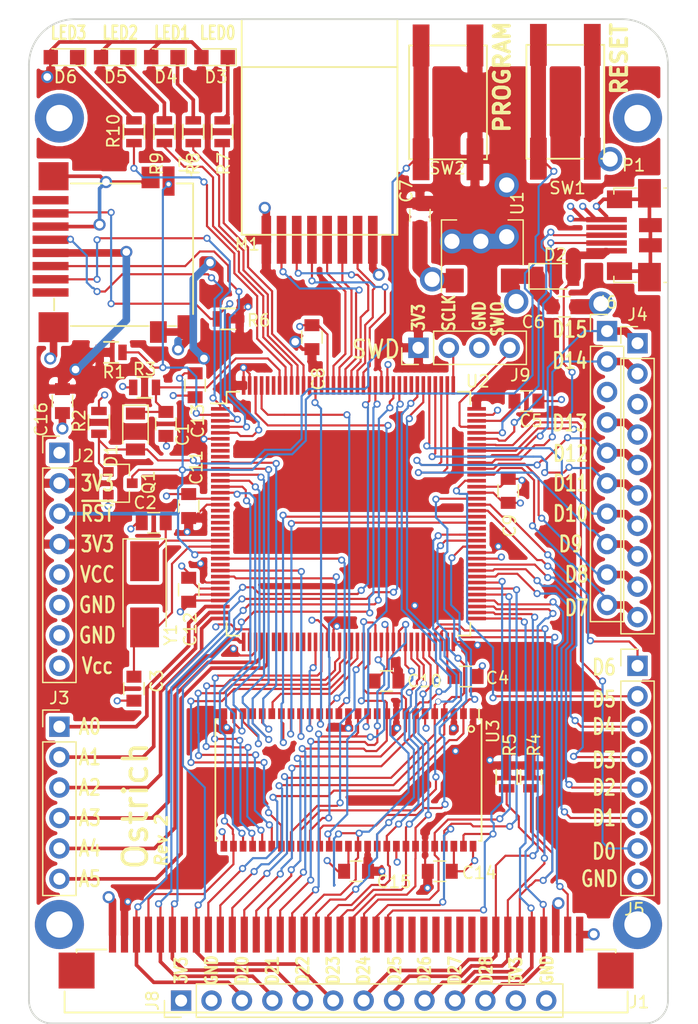
<source format=kicad_pcb>
(kicad_pcb (version 20171130) (host pcbnew 5.1.2-f72e74a~84~ubuntu18.04.1)
  (layers (0 F.Cu signal) (1 GND power hide) (2 VDD mixed hide) (31 B.Cu signal) (35 F.Paste user) (37 F.SilkS user) (39 F.Mask user) (44 Edge.Cuts user))
  (net 0 "")
  (net 1 /BOOT0)
  (net 2 GND)
  (net 3 "Net-(C2-Pad1)")
  (net 4 "Net-(C3-Pad1)")
  (net 5 "Net-(C4-Pad1)")
  (net 6 "Net-(C5-Pad1)")
  (net 7 +3V3)
  (net 8 "Net-(D1-Pad2)")
  (net 9 /USB_DM)
  (net 10 /USB_DP)
  (net 11 "Net-(P1-Pad4)")
  (net 12 /NRST)
  (net 13 "Net-(U2-Pad7)")
  (net 14 "Net-(U2-Pad8)")
  (net 15 "Net-(U2-Pad9)")
  (net 16 "Net-(U2-Pad18)")
  (net 17 "Net-(U2-Pad19)")
  (net 18 "Net-(U2-Pad20)")
  (net 19 "Net-(U2-Pad21)")
  (net 20 "Net-(U2-Pad22)")
  (net 21 "Net-(U2-Pad27)")
  (net 22 "Net-(U2-Pad42)")
  (net 23 "Net-(U2-Pad44)")
  (net 24 "Net-(U2-Pad45)")
  (net 25 "Net-(U2-Pad46)")
  (net 26 "Net-(U2-Pad47)")
  (net 27 "Net-(U2-Pad88)")
  (net 28 "Net-(U2-Pad116)")
  (net 29 /LCD_BL)
  (net 30 /~LCD_RD)
  (net 31 /~LCD_WR)
  (net 32 /LCD_TE)
  (net 33 /~LCD_CS)
  (net 34 "Net-(U2-Pad133)")
  (net 35 /TOUCH_INT)
  (net 36 /TOUCH_SCL)
  (net 37 /TOUCH_SDA)
  (net 38 /TOUCH_WAKE)
  (net 39 /TOUCH_RESET)
  (net 40 /A0)
  (net 41 /A1)
  (net 42 /A2)
  (net 43 /A3)
  (net 44 /A4)
  (net 45 /A5)
  (net 46 /A6)
  (net 47 /A7)
  (net 48 /A8)
  (net 49 /A9)
  (net 50 /A10)
  (net 51 /A11)
  (net 52 /D4)
  (net 53 /D5)
  (net 54 /D6)
  (net 55 /D7)
  (net 56 /D8)
  (net 57 /D9)
  (net 58 /D10)
  (net 59 /D11)
  (net 60 /D12)
  (net 61 /D13)
  (net 62 /D14)
  (net 63 /D15)
  (net 64 /D0)
  (net 65 /D1)
  (net 66 /A12)
  (net 67 /D2)
  (net 68 /D3)
  (net 69 /NBL0)
  (net 70 /SDNWE)
  (net 71 /SDNCAS)
  (net 72 /SDNRAS)
  (net 73 /BA0)
  (net 74 /BA1)
  (net 75 /SDCLK)
  (net 76 /NBL1)
  (net 77 "Net-(U3-Pad40)")
  (net 78 "Net-(U2-Pad139)")
  (net 79 "Net-(U2-Pad140)")
  (net 80 "Net-(U2-Pad117)")
  (net 81 /SDNE0)
  (net 82 /SDCKE0)
  (net 83 "Net-(J1-Pad9)")
  (net 84 "Net-(J1-Pad10)")
  (net 85 "Net-(J1-Pad11)")
  (net 86 "Net-(J1-Pad12)")
  (net 87 "Net-(J1-Pad13)")
  (net 88 "Net-(J1-Pad14)")
  (net 89 "Net-(J1-Pad15)")
  (net 90 "Net-(J1-Pad16)")
  (net 91 "Net-(J1-Pad34)")
  (net 92 VCC)
  (net 93 "Net-(J2-Pad1)")
  (net 94 /PA0)
  (net 95 /PA1)
  (net 96 /PA2)
  (net 97 /PA3)
  (net 98 /PA4)
  (net 99 /PA5)
  (net 100 /PG7)
  (net 101 /PC6)
  (net 102 /PD13)
  (net 103 /PD12)
  (net 104 /PD11)
  (net 105 /PA9)
  (net 106 /PA10)
  (net 107 /PG6)
  (net 108 /PA8)
  (net 109 /PC9)
  (net 110 "Net-(J4-Pad3)")
  (net 111 /PC10)
  (net 112 /PC11)
  (net 113 /PC12)
  (net 114 /PA15)
  (net 115 /PC8)
  (net 116 /PC7)
  (net 117 "Net-(J6-Pad3)")
  (net 118 "Net-(U2-Pad48)")
  (net 119 /ESP_GPIO01)
  (net 120 /ESP_GPIO00)
  (net 121 /ESP_TX)
  (net 122 /ESP_RX)
  (net 123 /ESP_RST)
  (net 124 /ESP_CH_EN)
  (net 125 "Net-(J7-Pad1)")
  (net 126 /SD_CS)
  (net 127 /SD_MOSI)
  (net 128 /SD_SCLK)
  (net 129 /SD_MISO)
  (net 130 "Net-(J7-Pad8)")
  (net 131 "Net-(D3-Pad1)")
  (net 132 "Net-(D4-Pad1)")
  (net 133 "Net-(D5-Pad1)")
  (net 134 "Net-(D6-Pad1)")
  (net 135 /PB4)
  (net 136 /PB5)
  (net 137 /PB6)
  (net 138 /PB7)
  (net 139 /SD_CD)
  (net 140 /SWCLK)
  (net 141 /SWDIO)
  (net 142 "Net-(M2-Pad1)")
  (net 143 "Net-(M3-Pad1)")
  (net 144 "Net-(M4-Pad1)")
  (net 145 "Net-(M5-Pad1)")
  (net 146 /PA7)
  (module Diodes_SMD:D_1206 (layer F.Cu) (at 141.732 81.788)
    (fp_text reference D2 (at 0 -1.8) (layer F.SilkS))
    (fp_text value D_Schottky)
    (pad 1 smd rect (at -1.5 0) (size 1 1.6) (layers F.Cu F.Paste F.Mask) (net 92 VCC))
    (pad 2 smd rect (at 1.5 0) (size 1 1.6) (layers F.Cu F.Paste F.Mask) (net 105 /PA9))
  )
  (module Diodes_SMD:D_1206 (layer F.Cu) (at 106.68 94.742 270)
    (fp_text reference D1 (at 2.032 2.032 270) (layer F.SilkS))
    (fp_text value D_Schottky)
    (pad 2 smd rect (at 1.5 0 270) (size 1 1.6) (layers F.Cu F.Paste F.Mask) (net 8 "Net-(D1-Pad2)"))
    (pad 1 smd rect (at -1.5 0 270) (size 1 1.6) (layers F.Cu F.Paste F.Mask) (net 1 /BOOT0))
  )
  (module Resistors_SMD:R_0805 (layer F.Cu) (at 107.442 91.059 180)
    (fp_text reference R3 (at 0 1.524 180) (layer F.SilkS))
    (fp_text value 1MR)
    (pad 1 smd rect (at -0.95 0 180) (size 0.7 1.3) (layers F.Cu F.Paste F.Mask) (net 1 /BOOT0))
    (pad 2 smd rect (at 0.95 0 180) (size 0.7 1.3) (layers F.Cu F.Paste F.Mask) (net 2 GND))
  )
  (module Capacitors_SMD:C_0805 (layer F.Cu) (at 109.22 94.107 270)
    (fp_text reference C1 (at 0.889 -1.397 270) (layer F.SilkS))
    (fp_text value 1uF)
    (pad 1 smd rect (at -1 0 270) (size 1 1.25) (layers F.Cu F.Paste F.Mask) (net 1 /BOOT0))
    (pad 2 smd rect (at 1 0 270) (size 1 1.25) (layers F.Cu F.Paste F.Mask) (net 2 GND))
  )
  (module Capacitors_SMD:C_0805 (layer F.Cu) (at 108.204 102.362 180)
    (fp_text reference C2 (at 0.7112 1.6764 180) (layer F.SilkS))
    (fp_text value 16pF)
    (pad 1 smd rect (at -1 0 180) (size 1 1.25) (layers F.Cu F.Paste F.Mask) (net 3 "Net-(C2-Pad1)"))
    (pad 2 smd rect (at 1 0 180) (size 1 1.25) (layers F.Cu F.Paste F.Mask) (net 2 GND))
  )
  (module Capacitors_SMD:C_0805 (layer F.Cu) (at 106.553 116.205 270)
    (fp_text reference C3 (at -0.635 -1.905 90) (layer F.SilkS))
    (fp_text value 16pF)
    (pad 1 smd rect (at -1 0 270) (size 1 1.25) (layers F.Cu F.Paste F.Mask) (net 4 "Net-(C3-Pad1)"))
    (pad 2 smd rect (at 1 0 270) (size 1 1.25) (layers F.Cu F.Paste F.Mask) (net 2 GND))
  )
  (module Capacitors_SMD:C_0805 (layer F.Cu) (at 134.239 115.189)
    (fp_text reference C4 (at 2.667 0.127) (layer F.SilkS))
    (fp_text value 22uF)
    (pad 1 smd rect (at -1 0) (size 1 1.25) (layers F.Cu F.Paste F.Mask) (net 5 "Net-(C4-Pad1)"))
    (pad 2 smd rect (at 1 0) (size 1 1.25) (layers F.Cu F.Paste F.Mask) (net 2 GND))
  )
  (module Capacitors_SMD:C_0805 (layer F.Cu) (at 139.319 92.202)
    (fp_text reference C5 (at 0.381 1.651) (layer F.SilkS))
    (fp_text value 22uF)
    (pad 1 smd rect (at -1 0) (size 1 1.25) (layers F.Cu F.Paste F.Mask) (net 6 "Net-(C5-Pad1)"))
    (pad 2 smd rect (at 1 0) (size 1 1.25) (layers F.Cu F.Paste F.Mask) (net 2 GND))
  )
  (module Capacitors_SMD:C_0805 (layer F.Cu) (at 142.494 84.328)
    (fp_text reference C6 (at -2.6035 1.27) (layer F.SilkS))
    (fp_text value 10uF)
    (pad 1 smd rect (at -1 0) (size 1 1.25) (layers F.Cu F.Paste F.Mask) (net 92 VCC))
    (pad 2 smd rect (at 1 0) (size 1 1.25) (layers F.Cu F.Paste F.Mask) (net 2 GND))
  )
  (module Capacitors_SMD:C_0805 (layer F.Cu) (at 130.429 76.708 270)
    (fp_text reference C7 (at -2.032 1.143 270) (layer F.SilkS))
    (fp_text value 10uF)
    (pad 1 smd rect (at -1 0 270) (size 1 1.25) (layers F.Cu F.Paste F.Mask) (net 7 +3V3))
    (pad 2 smd rect (at 1 0 270) (size 1 1.25) (layers F.Cu F.Paste F.Mask) (net 2 GND))
  )
  (module TO_SOT_Packages_SMD:SOT-23 (layer F.Cu) (at 105.41 99.06)
    (fp_text reference Q1 (at 2.3622 -0.0762 90) (layer F.SilkS))
    (fp_text value Q_NMOS_GSD hide)
    (pad 1 smd rect (at -1 -0.95) (size 0.9 0.8) (layers F.Cu F.Paste F.Mask) (net 8 "Net-(D1-Pad2)"))
    (pad 2 smd rect (at -1 0.95) (size 0.9 0.8) (layers F.Cu F.Paste F.Mask) (net 2 GND))
    (pad 3 smd rect (at 1 0) (size 0.9 0.8) (layers F.Cu F.Paste F.Mask) (net 12 /NRST))
  )
  (module Housings_QFP:LQFP-144_20x20mm_Pitch0.5mm (layer F.Cu) (at 124.46 101.6)
    (fp_text reference U2 (at 10.795 -11.049) (layer F.SilkS))
    (fp_text value STM32F745ZETx)
    (pad 1 smd rect (at -10.7 -8.75) (size 1.55 0.3) (layers F.Cu F.Paste F.Mask) (net 128 /SD_SCLK))
    (pad 2 smd rect (at -10.7 -8.25) (size 1.55 0.3) (layers F.Cu F.Paste F.Mask) (net 139 /SD_CD))
    (pad 3 smd rect (at -10.7 -7.75) (size 1.55 0.3) (layers F.Cu F.Paste F.Mask) (net 126 /SD_CS))
    (pad 4 smd rect (at -10.7 -7.25) (size 1.55 0.3) (layers F.Cu F.Paste F.Mask) (net 129 /SD_MISO))
    (pad 5 smd rect (at -10.7 -6.75) (size 1.55 0.3) (layers F.Cu F.Paste F.Mask) (net 127 /SD_MOSI))
    (pad 6 smd rect (at -10.7 -6.25) (size 1.55 0.3) (layers F.Cu F.Paste F.Mask) (net 7 +3V3))
    (pad 7 smd rect (at -10.7 -5.75) (size 1.55 0.3) (layers F.Cu F.Paste F.Mask) (net 13 "Net-(U2-Pad7)"))
    (pad 8 smd rect (at -10.7 -5.25) (size 1.55 0.3) (layers F.Cu F.Paste F.Mask) (net 14 "Net-(U2-Pad8)"))
    (pad 9 smd rect (at -10.7 -4.75) (size 1.55 0.3) (layers F.Cu F.Paste F.Mask) (net 15 "Net-(U2-Pad9)"))
    (pad 10 smd rect (at -10.7 -4.25) (size 1.55 0.3) (layers F.Cu F.Paste F.Mask) (net 40 /A0))
    (pad 11 smd rect (at -10.7 -3.75) (size 1.55 0.3) (layers F.Cu F.Paste F.Mask) (net 41 /A1))
    (pad 12 smd rect (at -10.7 -3.25) (size 1.55 0.3) (layers F.Cu F.Paste F.Mask) (net 42 /A2))
    (pad 13 smd rect (at -10.7 -2.75) (size 1.55 0.3) (layers F.Cu F.Paste F.Mask) (net 43 /A3))
    (pad 14 smd rect (at -10.7 -2.25) (size 1.55 0.3) (layers F.Cu F.Paste F.Mask) (net 44 /A4))
    (pad 15 smd rect (at -10.7 -1.75) (size 1.55 0.3) (layers F.Cu F.Paste F.Mask) (net 45 /A5))
    (pad 16 smd rect (at -10.7 -1.25) (size 1.55 0.3) (layers F.Cu F.Paste F.Mask) (net 2 GND))
    (pad 17 smd rect (at -10.7 -0.75) (size 1.55 0.3) (layers F.Cu F.Paste F.Mask) (net 7 +3V3))
    (pad 18 smd rect (at -10.7 -0.25) (size 1.55 0.3) (layers F.Cu F.Paste F.Mask) (net 16 "Net-(U2-Pad18)"))
    (pad 19 smd rect (at -10.7 0.25) (size 1.55 0.3) (layers F.Cu F.Paste F.Mask) (net 17 "Net-(U2-Pad19)"))
    (pad 20 smd rect (at -10.7 0.75) (size 1.55 0.3) (layers F.Cu F.Paste F.Mask) (net 18 "Net-(U2-Pad20)"))
    (pad 21 smd rect (at -10.7 1.25) (size 1.55 0.3) (layers F.Cu F.Paste F.Mask) (net 19 "Net-(U2-Pad21)"))
    (pad 22 smd rect (at -10.7 1.75) (size 1.55 0.3) (layers F.Cu F.Paste F.Mask) (net 20 "Net-(U2-Pad22)"))
    (pad 23 smd rect (at -10.7 2.25) (size 1.55 0.3) (layers F.Cu F.Paste F.Mask) (net 3 "Net-(C2-Pad1)"))
    (pad 24 smd rect (at -10.7 2.75) (size 1.55 0.3) (layers F.Cu F.Paste F.Mask) (net 4 "Net-(C3-Pad1)"))
    (pad 25 smd rect (at -10.7 3.25) (size 1.55 0.3) (layers F.Cu F.Paste F.Mask) (net 12 /NRST))
    (pad 26 smd rect (at -10.7 3.75) (size 1.55 0.3) (layers F.Cu F.Paste F.Mask) (net 70 /SDNWE))
    (pad 27 smd rect (at -10.7 4.25) (size 1.55 0.3) (layers F.Cu F.Paste F.Mask) (net 21 "Net-(U2-Pad27)"))
    (pad 28 smd rect (at -10.7 4.75) (size 1.55 0.3) (layers F.Cu F.Paste F.Mask) (net 81 /SDNE0))
    (pad 29 smd rect (at -10.7 5.25) (size 1.55 0.3) (layers F.Cu F.Paste F.Mask) (net 82 /SDCKE0))
    (pad 30 smd rect (at -10.7 5.75) (size 1.55 0.3) (layers F.Cu F.Paste F.Mask) (net 7 +3V3))
    (pad 31 smd rect (at -10.7 6.25) (size 1.55 0.3) (layers F.Cu F.Paste F.Mask) (net 2 GND))
    (pad 32 smd rect (at -10.7 6.75) (size 1.55 0.3) (layers F.Cu F.Paste F.Mask) (net 7 +3V3))
    (pad 33 smd rect (at -10.7 7.25) (size 1.55 0.3) (layers F.Cu F.Paste F.Mask) (net 7 +3V3))
    (pad 34 smd rect (at -10.7 7.75) (size 1.55 0.3) (layers F.Cu F.Paste F.Mask) (net 94 /PA0))
    (pad 35 smd rect (at -10.7 8.25) (size 1.55 0.3) (layers F.Cu F.Paste F.Mask) (net 95 /PA1))
    (pad 36 smd rect (at -10.7 8.75) (size 1.55 0.3) (layers F.Cu F.Paste F.Mask) (net 96 /PA2))
    (pad 37 smd rect (at -8.75 10.7 90) (size 1.55 0.3) (layers F.Cu F.Paste F.Mask) (net 97 /PA3))
    (pad 38 smd rect (at -8.25 10.7 90) (size 1.55 0.3) (layers F.Cu F.Paste F.Mask) (net 2 GND))
    (pad 39 smd rect (at -7.75 10.7 90) (size 1.55 0.3) (layers F.Cu F.Paste F.Mask) (net 7 +3V3))
    (pad 40 smd rect (at -7.25 10.7 90) (size 1.55 0.3) (layers F.Cu F.Paste F.Mask) (net 98 /PA4))
    (pad 41 smd rect (at -6.75 10.7 90) (size 1.55 0.3) (layers F.Cu F.Paste F.Mask) (net 99 /PA5))
    (pad 42 smd rect (at -6.25 10.7 90) (size 1.55 0.3) (layers F.Cu F.Paste F.Mask) (net 22 "Net-(U2-Pad42)"))
    (pad 43 smd rect (at -5.75 10.7 90) (size 1.55 0.3) (layers F.Cu F.Paste F.Mask) (net 146 /PA7))
    (pad 44 smd rect (at -5.25 10.7 90) (size 1.55 0.3) (layers F.Cu F.Paste F.Mask) (net 23 "Net-(U2-Pad44)"))
    (pad 45 smd rect (at -4.75 10.7 90) (size 1.55 0.3) (layers F.Cu F.Paste F.Mask) (net 24 "Net-(U2-Pad45)"))
    (pad 46 smd rect (at -4.25 10.7 90) (size 1.55 0.3) (layers F.Cu F.Paste F.Mask) (net 25 "Net-(U2-Pad46)"))
    (pad 47 smd rect (at -3.75 10.7 90) (size 1.55 0.3) (layers F.Cu F.Paste F.Mask) (net 26 "Net-(U2-Pad47)"))
    (pad 48 smd rect (at -3.25 10.7 90) (size 1.55 0.3) (layers F.Cu F.Paste F.Mask) (net 118 "Net-(U2-Pad48)"))
    (pad 49 smd rect (at -2.75 10.7 90) (size 1.55 0.3) (layers F.Cu F.Paste F.Mask) (net 72 /SDNRAS))
    (pad 50 smd rect (at -2.25 10.7 90) (size 1.55 0.3) (layers F.Cu F.Paste F.Mask) (net 46 /A6))
    (pad 51 smd rect (at -1.75 10.7 90) (size 1.55 0.3) (layers F.Cu F.Paste F.Mask) (net 2 GND))
    (pad 52 smd rect (at -1.25 10.7 90) (size 1.55 0.3) (layers F.Cu F.Paste F.Mask) (net 7 +3V3))
    (pad 53 smd rect (at -0.75 10.7 90) (size 1.55 0.3) (layers F.Cu F.Paste F.Mask) (net 47 /A7))
    (pad 54 smd rect (at -0.25 10.7 90) (size 1.55 0.3) (layers F.Cu F.Paste F.Mask) (net 48 /A8))
    (pad 55 smd rect (at 0.25 10.7 90) (size 1.55 0.3) (layers F.Cu F.Paste F.Mask) (net 49 /A9))
    (pad 56 smd rect (at 0.75 10.7 90) (size 1.55 0.3) (layers F.Cu F.Paste F.Mask) (net 50 /A10))
    (pad 57 smd rect (at 1.25 10.7 90) (size 1.55 0.3) (layers F.Cu F.Paste F.Mask) (net 51 /A11))
    (pad 58 smd rect (at 1.75 10.7 90) (size 1.55 0.3) (layers F.Cu F.Paste F.Mask) (net 52 /D4))
    (pad 59 smd rect (at 2.25 10.7 90) (size 1.55 0.3) (layers F.Cu F.Paste F.Mask) (net 53 /D5))
    (pad 60 smd rect (at 2.75 10.7 90) (size 1.55 0.3) (layers F.Cu F.Paste F.Mask) (net 54 /D6))
    (pad 61 smd rect (at 3.25 10.7 90) (size 1.55 0.3) (layers F.Cu F.Paste F.Mask) (net 2 GND))
    (pad 62 smd rect (at 3.75 10.7 90) (size 1.55 0.3) (layers F.Cu F.Paste F.Mask) (net 7 +3V3))
    (pad 63 smd rect (at 4.25 10.7 90) (size 1.55 0.3) (layers F.Cu F.Paste F.Mask) (net 55 /D7))
    (pad 64 smd rect (at 4.75 10.7 90) (size 1.55 0.3) (layers F.Cu F.Paste F.Mask) (net 56 /D8))
    (pad 65 smd rect (at 5.25 10.7 90) (size 1.55 0.3) (layers F.Cu F.Paste F.Mask) (net 57 /D9))
    (pad 66 smd rect (at 5.75 10.7 90) (size 1.55 0.3) (layers F.Cu F.Paste F.Mask) (net 58 /D10))
    (pad 67 smd rect (at 6.25 10.7 90) (size 1.55 0.3) (layers F.Cu F.Paste F.Mask) (net 59 /D11))
    (pad 68 smd rect (at 6.75 10.7 90) (size 1.55 0.3) (layers F.Cu F.Paste F.Mask) (net 60 /D12))
    (pad 69 smd rect (at 7.25 10.7 90) (size 1.55 0.3) (layers F.Cu F.Paste F.Mask) (net 36 /TOUCH_SCL))
    (pad 70 smd rect (at 7.75 10.7 90) (size 1.55 0.3) (layers F.Cu F.Paste F.Mask) (net 37 /TOUCH_SDA))
    (pad 71 smd rect (at 8.25 10.7 90) (size 1.55 0.3) (layers F.Cu F.Paste F.Mask) (net 5 "Net-(C4-Pad1)"))
    (pad 72 smd rect (at 8.75 10.7 90) (size 1.55 0.3) (layers F.Cu F.Paste F.Mask) (net 7 +3V3))
    (pad 73 smd rect (at 10.7 8.75) (size 1.55 0.3) (layers F.Cu F.Paste F.Mask) (net 35 /TOUCH_INT))
    (pad 74 smd rect (at 10.7 8.25) (size 1.55 0.3) (layers F.Cu F.Paste F.Mask) (net 38 /TOUCH_WAKE))
    (pad 75 smd rect (at 10.7 7.75) (size 1.55 0.3) (layers F.Cu F.Paste F.Mask) (net 39 /TOUCH_RESET))
    (pad 76 smd rect (at 10.7 7.25) (size 1.55 0.3) (layers F.Cu F.Paste F.Mask) (net 29 /LCD_BL))
    (pad 77 smd rect (at 10.7 6.75) (size 1.55 0.3) (layers F.Cu F.Paste F.Mask) (net 61 /D13))
    (pad 78 smd rect (at 10.7 6.25) (size 1.55 0.3) (layers F.Cu F.Paste F.Mask) (net 62 /D14))
    (pad 79 smd rect (at 10.7 5.75) (size 1.55 0.3) (layers F.Cu F.Paste F.Mask) (net 63 /D15))
    (pad 80 smd rect (at 10.7 5.25) (size 1.55 0.3) (layers F.Cu F.Paste F.Mask) (net 104 /PD11))
    (pad 81 smd rect (at 10.7 4.75) (size 1.55 0.3) (layers F.Cu F.Paste F.Mask) (net 103 /PD12))
    (pad 82 smd rect (at 10.7 4.25) (size 1.55 0.3) (layers F.Cu F.Paste F.Mask) (net 102 /PD13))
    (pad 83 smd rect (at 10.7 3.75) (size 1.55 0.3) (layers F.Cu F.Paste F.Mask) (net 2 GND))
    (pad 84 smd rect (at 10.7 3.25) (size 1.55 0.3) (layers F.Cu F.Paste F.Mask) (net 7 +3V3))
    (pad 85 smd rect (at 10.7 2.75) (size 1.55 0.3) (layers F.Cu F.Paste F.Mask) (net 64 /D0))
    (pad 86 smd rect (at 10.7 2.25) (size 1.55 0.3) (layers F.Cu F.Paste F.Mask) (net 65 /D1))
    (pad 87 smd rect (at 10.7 1.75) (size 1.55 0.3) (layers F.Cu F.Paste F.Mask) (net 66 /A12))
    (pad 88 smd rect (at 10.7 1.25) (size 1.55 0.3) (layers F.Cu F.Paste F.Mask) (net 27 "Net-(U2-Pad88)"))
    (pad 89 smd rect (at 10.7 0.75) (size 1.55 0.3) (layers F.Cu F.Paste F.Mask) (net 73 /BA0))
    (pad 90 smd rect (at 10.7 0.25) (size 1.55 0.3) (layers F.Cu F.Paste F.Mask) (net 74 /BA1))
    (pad 91 smd rect (at 10.7 -0.25) (size 1.55 0.3) (layers F.Cu F.Paste F.Mask) (net 107 /PG6))
    (pad 92 smd rect (at 10.7 -0.75) (size 1.55 0.3) (layers F.Cu F.Paste F.Mask) (net 100 /PG7))
    (pad 93 smd rect (at 10.7 -1.25) (size 1.55 0.3) (layers F.Cu F.Paste F.Mask) (net 75 /SDCLK))
    (pad 94 smd rect (at 10.7 -1.75) (size 1.55 0.3) (layers F.Cu F.Paste F.Mask) (net 2 GND))
    (pad 95 smd rect (at 10.7 -2.25) (size 1.55 0.3) (layers F.Cu F.Paste F.Mask) (net 7 +3V3))
    (pad 96 smd rect (at 10.7 -2.75) (size 1.55 0.3) (layers F.Cu F.Paste F.Mask) (net 101 /PC6))
    (pad 97 smd rect (at 10.7 -3.25) (size 1.55 0.3) (layers F.Cu F.Paste F.Mask) (net 116 /PC7))
    (pad 98 smd rect (at 10.7 -3.75) (size 1.55 0.3) (layers F.Cu F.Paste F.Mask) (net 115 /PC8))
    (pad 99 smd rect (at 10.7 -4.25) (size 1.55 0.3) (layers F.Cu F.Paste F.Mask) (net 109 /PC9))
    (pad 100 smd rect (at 10.7 -4.75) (size 1.55 0.3) (layers F.Cu F.Paste F.Mask) (net 108 /PA8))
    (pad 101 smd rect (at 10.7 -5.25) (size 1.55 0.3) (layers F.Cu F.Paste F.Mask) (net 105 /PA9))
    (pad 102 smd rect (at 10.7 -5.75) (size 1.55 0.3) (layers F.Cu F.Paste F.Mask) (net 106 /PA10))
    (pad 103 smd rect (at 10.7 -6.25) (size 1.55 0.3) (layers F.Cu F.Paste F.Mask) (net 9 /USB_DM))
    (pad 104 smd rect (at 10.7 -6.75) (size 1.55 0.3) (layers F.Cu F.Paste F.Mask) (net 10 /USB_DP))
    (pad 105 smd rect (at 10.7 -7.25) (size 1.55 0.3) (layers F.Cu F.Paste F.Mask) (net 141 /SWDIO))
    (pad 106 smd rect (at 10.7 -7.75) (size 1.55 0.3) (layers F.Cu F.Paste F.Mask) (net 6 "Net-(C5-Pad1)"))
    (pad 107 smd rect (at 10.7 -8.25) (size 1.55 0.3) (layers F.Cu F.Paste F.Mask) (net 2 GND))
    (pad 108 smd rect (at 10.7 -8.75) (size 1.55 0.3) (layers F.Cu F.Paste F.Mask) (net 7 +3V3))
    (pad 109 smd rect (at 8.75 -10.7 90) (size 1.55 0.3) (layers F.Cu F.Paste F.Mask) (net 140 /SWCLK))
    (pad 110 smd rect (at 8.25 -10.7 90) (size 1.55 0.3) (layers F.Cu F.Paste F.Mask) (net 114 /PA15))
    (pad 111 smd rect (at 7.75 -10.7 90) (size 1.55 0.3) (layers F.Cu F.Paste F.Mask) (net 111 /PC10))
    (pad 112 smd rect (at 7.25 -10.7 90) (size 1.55 0.3) (layers F.Cu F.Paste F.Mask) (net 112 /PC11))
    (pad 113 smd rect (at 6.75 -10.7 90) (size 1.55 0.3) (layers F.Cu F.Paste F.Mask) (net 113 /PC12))
    (pad 114 smd rect (at 6.25 -10.7 90) (size 1.55 0.3) (layers F.Cu F.Paste F.Mask) (net 67 /D2))
    (pad 115 smd rect (at 5.75 -10.7 90) (size 1.55 0.3) (layers F.Cu F.Paste F.Mask) (net 68 /D3))
    (pad 116 smd rect (at 5.25 -10.7 90) (size 1.55 0.3) (layers F.Cu F.Paste F.Mask) (net 28 "Net-(U2-Pad116)"))
    (pad 117 smd rect (at 4.75 -10.7 90) (size 1.55 0.3) (layers F.Cu F.Paste F.Mask) (net 80 "Net-(U2-Pad117)"))
    (pad 118 smd rect (at 4.25 -10.7 90) (size 1.55 0.3) (layers F.Cu F.Paste F.Mask) (net 30 /~LCD_RD))
    (pad 119 smd rect (at 3.75 -10.7 90) (size 1.55 0.3) (layers F.Cu F.Paste F.Mask) (net 31 /~LCD_WR))
    (pad 120 smd rect (at 3.25 -10.7 90) (size 1.55 0.3) (layers F.Cu F.Paste F.Mask) (net 2 GND))
    (pad 121 smd rect (at 2.75 -10.7 90) (size 1.55 0.3) (layers F.Cu F.Paste F.Mask) (net 7 +3V3))
    (pad 122 smd rect (at 2.25 -10.7 90) (size 1.55 0.3) (layers F.Cu F.Paste F.Mask) (net 32 /LCD_TE))
    (pad 123 smd rect (at 1.75 -10.7 90) (size 1.55 0.3) (layers F.Cu F.Paste F.Mask) (net 33 /~LCD_CS))
    (pad 124 smd rect (at 1.25 -10.7 90) (size 1.55 0.3) (layers F.Cu F.Paste F.Mask) (net 121 /ESP_TX))
    (pad 125 smd rect (at 0.75 -10.7 90) (size 1.55 0.3) (layers F.Cu F.Paste F.Mask) (net 124 /ESP_CH_EN))
    (pad 126 smd rect (at 0.25 -10.7 90) (size 1.55 0.3) (layers F.Cu F.Paste F.Mask) (net 120 /ESP_GPIO00))
    (pad 127 smd rect (at -0.25 -10.7 90) (size 1.55 0.3) (layers F.Cu F.Paste F.Mask) (net 119 /ESP_GPIO01))
    (pad 128 smd rect (at -0.75 -10.7 90) (size 1.55 0.3) (layers F.Cu F.Paste F.Mask) (net 123 /ESP_RST))
    (pad 129 smd rect (at -1.25 -10.7 90) (size 1.55 0.3) (layers F.Cu F.Paste F.Mask) (net 122 /ESP_RX))
    (pad 130 smd rect (at -1.75 -10.7 90) (size 1.55 0.3) (layers F.Cu F.Paste F.Mask) (net 2 GND))
    (pad 131 smd rect (at -2.25 -10.7 90) (size 1.55 0.3) (layers F.Cu F.Paste F.Mask) (net 7 +3V3))
    (pad 132 smd rect (at -2.75 -10.7 90) (size 1.55 0.3) (layers F.Cu F.Paste F.Mask) (net 71 /SDNCAS))
    (pad 133 smd rect (at -3.25 -10.7 90) (size 1.55 0.3) (layers F.Cu F.Paste F.Mask) (net 34 "Net-(U2-Pad133)"))
    (pad 134 smd rect (at -3.75 -10.7 90) (size 1.55 0.3) (layers F.Cu F.Paste F.Mask) (net 135 /PB4))
    (pad 135 smd rect (at -4.25 -10.7 90) (size 1.55 0.3) (layers F.Cu F.Paste F.Mask) (net 136 /PB5))
    (pad 136 smd rect (at -4.75 -10.7 90) (size 1.55 0.3) (layers F.Cu F.Paste F.Mask) (net 137 /PB6))
    (pad 137 smd rect (at -5.25 -10.7 90) (size 1.55 0.3) (layers F.Cu F.Paste F.Mask) (net 138 /PB7))
    (pad 138 smd rect (at -5.75 -10.7 90) (size 1.55 0.3) (layers F.Cu F.Paste F.Mask) (net 1 /BOOT0))
    (pad 139 smd rect (at -6.25 -10.7 90) (size 1.55 0.3) (layers F.Cu F.Paste F.Mask) (net 78 "Net-(U2-Pad139)"))
    (pad 140 smd rect (at -6.75 -10.7 90) (size 1.55 0.3) (layers F.Cu F.Paste F.Mask) (net 79 "Net-(U2-Pad140)"))
    (pad 141 smd rect (at -7.25 -10.7 90) (size 1.55 0.3) (layers F.Cu F.Paste F.Mask) (net 69 /NBL0))
    (pad 142 smd rect (at -7.75 -10.7 90) (size 1.55 0.3) (layers F.Cu F.Paste F.Mask) (net 76 /NBL1))
    (pad 143 smd rect (at -8.25 -10.7 90) (size 1.55 0.3) (layers F.Cu F.Paste F.Mask) (net 7 +3V3))
    (pad 144 smd rect (at -8.75 -10.7 90) (size 1.55 0.3) (layers F.Cu F.Paste F.Mask) (net 7 +3V3))
  )
  (module Resistors_SMD:R_0805 (layer F.Cu) (at 103.632 93.98 270)
    (fp_text reference R2 (at -0.127 1.651 270) (layer F.SilkS))
    (fp_text value 1KR)
    (pad 1 smd rect (at -0.95 0 270) (size 0.7 1.3) (layers F.Cu F.Paste F.Mask) (net 2 GND))
    (pad 2 smd rect (at 0.95 0 270) (size 0.7 1.3) (layers F.Cu F.Paste F.Mask) (net 8 "Net-(D1-Pad2)"))
  )
  (module Resistors_SMD:R_0805 (layer F.Cu) (at 139.7 123.571 270)
    (fp_text reference R4 (at -2.667 -0.254 270) (layer F.SilkS))
    (fp_text value 10KR)
    (pad 1 smd rect (at -0.95 0 270) (size 0.7 1.3) (layers F.Cu F.Paste F.Mask) (net 7 +3V3))
    (pad 2 smd rect (at 0.95 0 270) (size 0.7 1.3) (layers F.Cu F.Paste F.Mask) (net 37 /TOUCH_SDA))
  )
  (module Resistors_SMD:R_0805 (layer F.Cu) (at 137.668 123.571 270)
    (fp_text reference R5 (at -2.667 -0.254 270) (layer F.SilkS))
    (fp_text value 10KR)
    (pad 1 smd rect (at -0.95 0 270) (size 0.7 1.3) (layers F.Cu F.Paste F.Mask) (net 7 +3V3))
    (pad 2 smd rect (at 0.95 0 270) (size 0.7 1.3) (layers F.Cu F.Paste F.Mask) (net 36 /TOUCH_SCL))
  )
  (module TSOPII:TSOPII-54_10.16x22.22mm-Pitch0.8mm (layer F.Cu) (at 124.46 123.825 270)
    (fp_text reference U3 (at -4.064 -12.065 270) (layer F.SilkS))
    (fp_text value IS42S16160G)
    (pad 28 smd rect (at 5.53 10.4 270) (size 0.9 0.56) (layers F.Cu F.Paste F.Mask) (net 2 GND))
    (pad 1 smd rect (at -5.53 -10.4 270) (size 0.9 0.56) (layers F.Cu F.Paste F.Mask) (net 7 +3V3))
    (pad 2 smd rect (at -5.53 -9.6 270) (size 0.9 0.56) (layers F.Cu F.Paste F.Mask) (net 64 /D0))
    (pad 3 smd rect (at -5.53 -8.8 270) (size 0.9 0.56) (layers F.Cu F.Paste F.Mask) (net 7 +3V3))
    (pad 4 smd rect (at -5.53 -8 270) (size 0.9 0.56) (layers F.Cu F.Paste F.Mask) (net 65 /D1))
    (pad 5 smd rect (at -5.53 -7.2 270) (size 0.9 0.56) (layers F.Cu F.Paste F.Mask) (net 67 /D2))
    (pad 6 smd rect (at -5.53 -6.4 270) (size 0.9 0.56) (layers F.Cu F.Paste F.Mask) (net 2 GND))
    (pad 7 smd rect (at -5.53 -5.6 270) (size 0.9 0.56) (layers F.Cu F.Paste F.Mask) (net 68 /D3))
    (pad 8 smd rect (at -5.53 -4.8 270) (size 0.9 0.56) (layers F.Cu F.Paste F.Mask) (net 52 /D4))
    (pad 9 smd rect (at -5.53 -4 270) (size 0.9 0.56) (layers F.Cu F.Paste F.Mask) (net 7 +3V3))
    (pad 10 smd rect (at -5.53 -3.2 270) (size 0.9 0.56) (layers F.Cu F.Paste F.Mask) (net 53 /D5))
    (pad 11 smd rect (at -5.53 -2.4 270) (size 0.9 0.56) (layers F.Cu F.Paste F.Mask) (net 54 /D6))
    (pad 12 smd rect (at -5.53 -1.6 270) (size 0.9 0.56) (layers F.Cu F.Paste F.Mask) (net 2 GND))
    (pad 13 smd rect (at -5.53 -0.8 270) (size 0.9 0.56) (layers F.Cu F.Paste F.Mask) (net 55 /D7))
    (pad 14 smd rect (at -5.53 0 270) (size 0.9 0.56) (layers F.Cu F.Paste F.Mask) (net 7 +3V3))
    (pad 15 smd rect (at -5.53 0.8 270) (size 0.9 0.56) (layers F.Cu F.Paste F.Mask) (net 69 /NBL0))
    (pad 16 smd rect (at -5.53 1.6 270) (size 0.9 0.56) (layers F.Cu F.Paste F.Mask) (net 70 /SDNWE))
    (pad 17 smd rect (at -5.53 2.4 270) (size 0.9 0.56) (layers F.Cu F.Paste F.Mask) (net 71 /SDNCAS))
    (pad 18 smd rect (at -5.53 3.2 270) (size 0.9 0.56) (layers F.Cu F.Paste F.Mask) (net 72 /SDNRAS))
    (pad 19 smd rect (at -5.53 4 270) (size 0.9 0.56) (layers F.Cu F.Paste F.Mask) (net 81 /SDNE0))
    (pad 20 smd rect (at -5.53 4.8 270) (size 0.9 0.56) (layers F.Cu F.Paste F.Mask) (net 73 /BA0))
    (pad 21 smd rect (at -5.53 5.6 270) (size 0.9 0.56) (layers F.Cu F.Paste F.Mask) (net 74 /BA1))
    (pad 22 smd rect (at -5.53 6.4 270) (size 0.9 0.56) (layers F.Cu F.Paste F.Mask) (net 50 /A10))
    (pad 23 smd rect (at -5.53 7.2 270) (size 0.9 0.56) (layers F.Cu F.Paste F.Mask) (net 40 /A0))
    (pad 24 smd rect (at -5.53 8 270) (size 0.9 0.56) (layers F.Cu F.Paste F.Mask) (net 41 /A1))
    (pad 25 smd rect (at -5.53 8.8 270) (size 0.9 0.56) (layers F.Cu F.Paste F.Mask) (net 42 /A2))
    (pad 26 smd rect (at -5.53 9.6 270) (size 0.9 0.56) (layers F.Cu F.Paste F.Mask) (net 43 /A3))
    (pad 27 smd rect (at -5.53 10.4 270) (size 0.9 0.56) (layers F.Cu F.Paste F.Mask) (net 7 +3V3))
    (pad 29 smd rect (at 5.53 9.6 270) (size 0.9 0.56) (layers F.Cu F.Paste F.Mask) (net 44 /A4))
    (pad 30 smd rect (at 5.53 8.8 270) (size 0.9 0.56) (layers F.Cu F.Paste F.Mask) (net 45 /A5))
    (pad 31 smd rect (at 5.53 8 270) (size 0.9 0.56) (layers F.Cu F.Paste F.Mask) (net 46 /A6))
    (pad 32 smd rect (at 5.53 7.2 270) (size 0.9 0.56) (layers F.Cu F.Paste F.Mask) (net 47 /A7))
    (pad 33 smd rect (at 5.53 6.4 270) (size 0.9 0.56) (layers F.Cu F.Paste F.Mask) (net 48 /A8))
    (pad 34 smd rect (at 5.53 5.6 270) (size 0.9 0.56) (layers F.Cu F.Paste F.Mask) (net 49 /A9))
    (pad 35 smd rect (at 5.53 4.8 270) (size 0.9 0.56) (layers F.Cu F.Paste F.Mask) (net 51 /A11))
    (pad 36 smd rect (at 5.53 4 270) (size 0.9 0.56) (layers F.Cu F.Paste F.Mask) (net 66 /A12))
    (pad 37 smd rect (at 5.53 3.2 270) (size 0.9 0.56) (layers F.Cu F.Paste F.Mask) (net 82 /SDCKE0))
    (pad 38 smd rect (at 5.53 2.4 270) (size 0.9 0.56) (layers F.Cu F.Paste F.Mask) (net 75 /SDCLK))
    (pad 39 smd rect (at 5.53 1.6 270) (size 0.9 0.56) (layers F.Cu F.Paste F.Mask) (net 76 /NBL1))
    (pad 40 smd rect (at 5.53 0.8 270) (size 0.9 0.56) (layers F.Cu F.Paste F.Mask) (net 77 "Net-(U3-Pad40)"))
    (pad 41 smd rect (at 5.53 0 270) (size 0.9 0.56) (layers F.Cu F.Paste F.Mask) (net 2 GND))
    (pad 42 smd rect (at 5.53 -0.8 270) (size 0.9 0.56) (layers F.Cu F.Paste F.Mask) (net 56 /D8))
    (pad 43 smd rect (at 5.53 -1.6 270) (size 0.9 0.56) (layers F.Cu F.Paste F.Mask) (net 7 +3V3))
    (pad 44 smd rect (at 5.53 -2.4 270) (size 0.9 0.56) (layers F.Cu F.Paste F.Mask) (net 57 /D9))
    (pad 45 smd rect (at 5.53 -3.2 270) (size 0.9 0.56) (layers F.Cu F.Paste F.Mask) (net 58 /D10))
    (pad 46 smd rect (at 5.53 -4 270) (size 0.9 0.56) (layers F.Cu F.Paste F.Mask) (net 2 GND))
    (pad 47 smd rect (at 5.53 -4.8 270) (size 0.9 0.56) (layers F.Cu F.Paste F.Mask) (net 59 /D11))
    (pad 48 smd rect (at 5.53 -5.6 270) (size 0.9 0.56) (layers F.Cu F.Paste F.Mask) (net 60 /D12))
    (pad 49 smd rect (at 5.53 -6.4 270) (size 0.9 0.56) (layers F.Cu F.Paste F.Mask) (net 7 +3V3))
    (pad 50 smd rect (at 5.53 -7.2 270) (size 0.9 0.56) (layers F.Cu F.Paste F.Mask) (net 61 /D13))
    (pad 51 smd rect (at 5.53 -8 270) (size 0.9 0.56) (layers F.Cu F.Paste F.Mask) (net 62 /D14))
    (pad 52 smd rect (at 5.53 -8.8 270) (size 0.9 0.56) (layers F.Cu F.Paste F.Mask) (net 2 GND))
    (pad 53 smd rect (at 5.53 -9.6 270) (size 0.9 0.56) (layers F.Cu F.Paste F.Mask) (net 63 /D15))
    (pad 54 smd rect (at 5.53 -10.4 270) (size 0.9 0.56) (layers F.Cu F.Paste F.Mask) (net 2 GND))
  )
  (module Crystals:Crystal_SMD_Abracon_ABM3-2pin_5.0x3.2mm_HandSoldering (layer F.Cu) (at 107.442 108.331 270)
    (fp_text reference Y1 (at 3.3782 -2.1844 270) (layer F.SilkS))
    (fp_text value 12MHz hide)
    (pad 1 smd rect (at -2.7625 0 270) (size 3.325 2.4) (layers F.Cu F.Mask) (net 3 "Net-(C2-Pad1)"))
    (pad 2 smd rect (at 2.7625 0 270) (size 3.325 2.4) (layers F.Cu F.Mask) (net 4 "Net-(C3-Pad1)"))
  )
  (module ER-CON40HB-2:ER-CON40HB-2 (layer F.Cu) (at 143.764 137.7315 180)
    (fp_text reference J1 (at -4.953 -4.6355 180) (layer F.SilkS))
    (fp_text value CONN_01X40)
    (pad 1 smd rect (at 0 1 180) (size 0.6 3) (layers F.Cu F.Paste F.Mask) (net 2 GND))
    (pad 2 smd rect (at 1 1 180) (size 0.6 3) (layers F.Cu F.Paste F.Mask) (net 29 /LCD_BL))
    (pad 3 smd rect (at 2 1 180) (size 0.6 3) (layers F.Cu F.Paste F.Mask) (net 2 GND))
    (pad 4 smd rect (at 3 1 180) (size 0.6 3) (layers F.Cu F.Paste F.Mask) (net 38 /TOUCH_WAKE))
    (pad 5 smd rect (at 4 1 180) (size 0.6 3) (layers F.Cu F.Paste F.Mask) (net 35 /TOUCH_INT))
    (pad 6 smd rect (at 5 1 180) (size 0.6 3) (layers F.Cu F.Paste F.Mask) (net 37 /TOUCH_SDA))
    (pad 7 smd rect (at 6 1 180) (size 0.6 3) (layers F.Cu F.Paste F.Mask) (net 36 /TOUCH_SCL))
    (pad 8 smd rect (at 7 1 180) (size 0.6 3) (layers F.Cu F.Paste F.Mask) (net 39 /TOUCH_RESET))
    (pad 9 smd rect (at 8 1 180) (size 0.6 3) (layers F.Cu F.Paste F.Mask) (net 83 "Net-(J1-Pad9)"))
    (pad 10 smd rect (at 9 1 180) (size 0.6 3) (layers F.Cu F.Paste F.Mask) (net 84 "Net-(J1-Pad10)"))
    (pad 11 smd rect (at 10 1 180) (size 0.6 3) (layers F.Cu F.Paste F.Mask) (net 85 "Net-(J1-Pad11)"))
    (pad 12 smd rect (at 11 1 180) (size 0.6 3) (layers F.Cu F.Paste F.Mask) (net 86 "Net-(J1-Pad12)"))
    (pad 13 smd rect (at 12 1 180) (size 0.6 3) (layers F.Cu F.Paste F.Mask) (net 87 "Net-(J1-Pad13)"))
    (pad 14 smd rect (at 13 1 180) (size 0.6 3) (layers F.Cu F.Paste F.Mask) (net 88 "Net-(J1-Pad14)"))
    (pad 15 smd rect (at 14 1 180) (size 0.6 3) (layers F.Cu F.Paste F.Mask) (net 89 "Net-(J1-Pad15)"))
    (pad 16 smd rect (at 15 1 180) (size 0.6 3) (layers F.Cu F.Paste F.Mask) (net 90 "Net-(J1-Pad16)"))
    (pad 17 smd rect (at 16 1 180) (size 0.6 3) (layers F.Cu F.Paste F.Mask) (net 63 /D15))
    (pad 18 smd rect (at 17 1 180) (size 0.6 3) (layers F.Cu F.Paste F.Mask) (net 62 /D14))
    (pad 19 smd rect (at 18 1 180) (size 0.6 3) (layers F.Cu F.Paste F.Mask) (net 61 /D13))
    (pad 20 smd rect (at 19 1 180) (size 0.6 3) (layers F.Cu F.Paste F.Mask) (net 60 /D12))
    (pad 21 smd rect (at 20 1 180) (size 0.6 3) (layers F.Cu F.Paste F.Mask) (net 59 /D11))
    (pad 22 smd rect (at 21 1 180) (size 0.6 3) (layers F.Cu F.Paste F.Mask) (net 58 /D10))
    (pad 23 smd rect (at 22 1 180) (size 0.6 3) (layers F.Cu F.Paste F.Mask) (net 57 /D9))
    (pad 24 smd rect (at 23 1 180) (size 0.6 3) (layers F.Cu F.Paste F.Mask) (net 56 /D8))
    (pad 25 smd rect (at 24 1 180) (size 0.6 3) (layers F.Cu F.Paste F.Mask) (net 55 /D7))
    (pad 26 smd rect (at 25 1 180) (size 0.6 3) (layers F.Cu F.Paste F.Mask) (net 54 /D6))
    (pad 27 smd rect (at 26 1 180) (size 0.6 3) (layers F.Cu F.Paste F.Mask) (net 53 /D5))
    (pad 28 smd rect (at 27 1 180) (size 0.6 3) (layers F.Cu F.Paste F.Mask) (net 52 /D4))
    (pad 29 smd rect (at 28 1 180) (size 0.6 3) (layers F.Cu F.Paste F.Mask) (net 68 /D3))
    (pad 30 smd rect (at 29 1 180) (size 0.6 3) (layers F.Cu F.Paste F.Mask) (net 67 /D2))
    (pad 31 smd rect (at 30 1 180) (size 0.6 3) (layers F.Cu F.Paste F.Mask) (net 65 /D1))
    (pad 32 smd rect (at 31 1 180) (size 0.6 3) (layers F.Cu F.Paste F.Mask) (net 64 /D0))
    (pad 33 smd rect (at 32 1 180) (size 0.6 3) (layers F.Cu F.Paste F.Mask) (net 32 /LCD_TE))
    (pad 34 smd rect (at 33 1 180) (size 0.6 3) (layers F.Cu F.Paste F.Mask) (net 91 "Net-(J1-Pad34)"))
    (pad 35 smd rect (at 34 1 180) (size 0.6 3) (layers F.Cu F.Paste F.Mask) (net 31 /~LCD_WR))
    (pad 36 smd rect (at 35 1 180) (size 0.6 3) (layers F.Cu F.Paste F.Mask) (net 30 /~LCD_RD))
    (pad 37 smd rect (at 36 1 180) (size 0.6 3) (layers F.Cu F.Paste F.Mask) (net 44 /A4))
    (pad 38 smd rect (at 37 1 180) (size 0.6 3) (layers F.Cu F.Paste F.Mask) (net 33 /~LCD_CS))
    (pad 39 smd rect (at 38 1 180) (size 0.6 3) (layers F.Cu F.Paste F.Mask) (net 7 +3V3))
    (pad 40 smd rect (at 39 1 180) (size 0.6 3) (layers F.Cu F.Paste F.Mask) (net 2 GND))
    (pad 41 smd rect (at -3 -2 180) (size 3 3) (layers F.Cu F.Paste F.Mask))
    (pad 42 smd rect (at 42 -2 180) (size 3 3) (layers F.Cu F.Paste F.Mask))
  )
  (module LL3301NF065QG:LL3301NF065QG (layer F.Cu) (at 139.065 69.723 90)
    (fp_text reference SW1 (at -4.699 3.683) (layer F.SilkS))
    (fp_text value RESET)
    (pad 1 smd rect (at -2.25 1.25 90) (size 3.5 1.4) (layers F.Cu F.Paste F.Mask) (net 12 /NRST))
    (pad 1 smd rect (at 7.25 1.25 90) (size 3.5 1.4) (layers F.Cu F.Paste F.Mask) (net 12 /NRST))
    (pad 2 smd rect (at -2.25 5.75 90) (size 3.5 1.4) (layers F.Cu F.Paste F.Mask) (net 2 GND))
    (pad 2 smd rect (at 7.25 5.75 90) (size 3.5 1.4) (layers F.Cu F.Paste F.Mask) (net 2 GND))
  )
  (module LL3301NF065QG:LL3301NF065QG (layer F.Cu) (at 136.271 64.77 270)
    (fp_text reference SW2 (at 8.001 3.556) (layer F.SilkS))
    (fp_text value BOOT)
    (pad 1 smd rect (at -2.25 1.25 270) (size 3.5 1.4) (layers F.Cu F.Paste F.Mask) (net 7 +3V3))
    (pad 1 smd rect (at 7.25 1.25 270) (size 3.5 1.4) (layers F.Cu F.Paste F.Mask) (net 7 +3V3))
    (pad 2 smd rect (at -2.25 5.75 270) (size 3.5 1.4) (layers F.Cu F.Paste F.Mask) (net 8 "Net-(D1-Pad2)"))
    (pad 2 smd rect (at 7.25 5.75 270) (size 3.5 1.4) (layers F.Cu F.Paste F.Mask) (net 8 "Net-(D1-Pad2)"))
  )
  (module Capacitors_SMD:C_0805 (layer F.Cu) (at 121.412 86.868 90)
    (fp_text reference C8 (at -3.4798 0.5334 90) (layer F.SilkS))
    (fp_text value 0.1uF hide)
    (pad 1 smd rect (at -1 0 90) (size 1 1.25) (layers F.Cu F.Paste F.Mask) (net 7 +3V3))
    (pad 2 smd rect (at 1 0 90) (size 1 1.25) (layers F.Cu F.Paste F.Mask) (net 2 GND))
  )
  (module Capacitors_SMD:C_0805 (layer F.Cu) (at 137.795 99.695 270)
    (fp_text reference C9 (at 2.921 -0.127 270) (layer F.SilkS))
    (fp_text value 0.1uF hide)
    (pad 1 smd rect (at -1 0 270) (size 1 1.25) (layers F.Cu F.Paste F.Mask) (net 7 +3V3))
    (pad 2 smd rect (at 1 0 270) (size 1 1.25) (layers F.Cu F.Paste F.Mask) (net 2 GND))
  )
  (module Capacitors_SMD:C_0805 (layer F.Cu) (at 127.635 115.57 180)
    (fp_text reference C10 (at -3.175 0 180) (layer F.SilkS))
    (fp_text value 0.1uF hide)
    (pad 1 smd rect (at -1 0 180) (size 1 1.25) (layers F.Cu F.Paste F.Mask) (net 7 +3V3))
    (pad 2 smd rect (at 1 0 180) (size 1 1.25) (layers F.Cu F.Paste F.Mask) (net 2 GND))
  )
  (module Capacitors_SMD:C_0805 (layer F.Cu) (at 111.125 100.965 90)
    (fp_text reference C11 (at 3.2258 0.635 90) (layer F.SilkS))
    (fp_text value 0.1uF hide)
    (pad 1 smd rect (at -1 0 90) (size 1 1.25) (layers F.Cu F.Paste F.Mask) (net 7 +3V3))
    (pad 2 smd rect (at 1 0 90) (size 1 1.25) (layers F.Cu F.Paste F.Mask) (net 2 GND))
  )
  (module Capacitors_SMD:C_0805 (layer F.Cu) (at 111.125 107.95 90)
    (fp_text reference C12 (at -3.302 0.127 90) (layer F.SilkS))
    (fp_text value 0.1uF)
    (pad 1 smd rect (at -1 0 90) (size 1 1.25) (layers F.Cu F.Paste F.Mask) (net 7 +3V3))
    (pad 2 smd rect (at 1 0 90) (size 1 1.25) (layers F.Cu F.Paste F.Mask) (net 2 GND))
  )
  (module Capacitors_SMD:C_0805 (layer F.Cu) (at 132.08 131.445)
    (fp_text reference C14 (at 3.302 0.127) (layer F.SilkS))
    (fp_text value 0.1uF)
    (pad 1 smd rect (at -1 0) (size 1 1.25) (layers F.Cu F.Paste F.Mask) (net 7 +3V3))
    (pad 2 smd rect (at 1 0) (size 1 1.25) (layers F.Cu F.Paste F.Mask) (net 2 GND))
  )
  (module Capacitors_SMD:C_0805 (layer F.Cu) (at 125.095 131.445 180)
    (fp_text reference C15 (at -3.175 -0.889 180) (layer F.SilkS))
    (fp_text value 10uF)
    (pad 1 smd rect (at -1 0 180) (size 1 1.25) (layers F.Cu F.Paste F.Mask) (net 7 +3V3))
    (pad 2 smd rect (at 1 0 180) (size 1 1.25) (layers F.Cu F.Paste F.Mask) (net 2 GND))
  )
  (module USB:USB_Micro-B_Molex_47346-0001_HS (layer F.Cu) (at 148.336 78.359 180)
    (fp_text reference P1 (at 0.07 5.84) (layer F.SilkS))
    (fp_text value USB_OTG)
    (pad 1 smd rect (at 2.33 -1.3 180) (size 3.38 0.45) (layers F.Cu F.Paste F.Mask) (net 105 /PA9))
    (pad 2 smd rect (at 2.33 -0.65 180) (size 3.38 0.45) (layers F.Cu F.Paste F.Mask) (net 9 /USB_DM))
    (pad 3 smd rect (at 2.33 0 180) (size 3.38 0.45) (layers F.Cu F.Paste F.Mask) (net 10 /USB_DP))
    (pad 4 smd rect (at 2.33 0.65 180) (size 3.38 0.45) (layers F.Cu F.Paste F.Mask) (net 11 "Net-(P1-Pad4)"))
    (pad 5 smd rect (at 2.33 1.3 180) (size 3.38 0.45) (layers F.Cu F.Paste F.Mask) (net 2 GND))
    (pad 6 smd rect (at 1.25 -3 180) (size 2.1 1.48) (layers F.Cu F.Paste F.Mask) (net 2 GND))
    (pad 6 smd rect (at 1.25 3 180) (size 2.1 1.48) (layers F.Cu F.Paste F.Mask) (net 2 GND))
    (pad 6 smd rect (at -1.25 -3.5 180) (size 1.9 2.38) (layers F.Cu F.Paste F.Mask) (net 2 GND))
    (pad 6 smd rect (at -1.25 3.5 180) (size 1.9 2.38) (layers F.Cu F.Paste F.Mask) (net 2 GND))
    (pad 6 smd rect (at -1.33 -0.84 180) (size 1.9 1.18) (layers F.Cu F.Paste F.Mask) (net 2 GND))
    (pad 6 smd rect (at -1.33 0.84 180) (size 1.9 1.18) (layers F.Cu F.Paste F.Mask) (net 2 GND))
  )
  (module Capacitors_SMD:C_0805 (layer F.Cu) (at 111.6584 90.8812 270)
    (fp_text reference C13 (at 2.9718 -0.2286 270) (layer F.SilkS))
    (fp_text value 0.1uF)
    (pad 1 smd rect (at -1 0 270) (size 1 1.25) (layers F.Cu F.Paste F.Mask) (net 12 /NRST))
    (pad 2 smd rect (at 1 0 270) (size 1 1.25) (layers F.Cu F.Paste F.Mask) (net 2 GND))
  )
  (module Pin_Headers:Pin_Header_Straight_1x08_Pitch2.54mm (layer F.Cu) (at 100.33 96.52)
    (fp_text reference J2 (at 2.032 0.254) (layer F.SilkS))
    (fp_text value CONN_01X08)
    (pad 1 thru_hole rect (at 0 0) (size 1.7 1.7) (drill 1) (layers *.Cu *.Mask) (net 93 "Net-(J2-Pad1)"))
    (pad 2 thru_hole oval (at 0 2.54) (size 1.7 1.7) (drill 1) (layers *.Cu *.Mask) (net 7 +3V3))
    (pad 3 thru_hole oval (at 0 5.08) (size 1.7 1.7) (drill 1) (layers *.Cu *.Mask) (net 12 /NRST))
    (pad 4 thru_hole oval (at 0 7.62) (size 1.7 1.7) (drill 1) (layers *.Cu *.Mask) (net 7 +3V3))
    (pad 5 thru_hole oval (at 0 10.16) (size 1.7 1.7) (drill 1) (layers *.Cu *.Mask) (net 92 VCC))
    (pad 6 thru_hole oval (at 0 12.7) (size 1.7 1.7) (drill 1) (layers *.Cu *.Mask) (net 2 GND))
    (pad 7 thru_hole oval (at 0 15.24) (size 1.7 1.7) (drill 1) (layers *.Cu *.Mask) (net 2 GND))
    (pad 8 thru_hole oval (at 0 17.78) (size 1.7 1.7) (drill 1) (layers *.Cu *.Mask) (net 92 VCC))
  )
  (module Pin_Headers:Pin_Header_Straight_1x06_Pitch2.54mm (layer F.Cu) (at 100.33 119.38)
    (fp_text reference J3 (at 0 -2.39) (layer F.SilkS))
    (fp_text value CONN_01X06)
    (pad 1 thru_hole rect (at 0 0) (size 1.7 1.7) (drill 1) (layers *.Cu *.Mask) (net 94 /PA0))
    (pad 2 thru_hole oval (at 0 2.54) (size 1.7 1.7) (drill 1) (layers *.Cu *.Mask) (net 95 /PA1))
    (pad 3 thru_hole oval (at 0 5.08) (size 1.7 1.7) (drill 1) (layers *.Cu *.Mask) (net 96 /PA2))
    (pad 4 thru_hole oval (at 0 7.62) (size 1.7 1.7) (drill 1) (layers *.Cu *.Mask) (net 97 /PA3))
    (pad 5 thru_hole oval (at 0 10.16) (size 1.7 1.7) (drill 1) (layers *.Cu *.Mask) (net 98 /PA4))
    (pad 6 thru_hole oval (at 0 12.7) (size 1.7 1.7) (drill 1) (layers *.Cu *.Mask) (net 99 /PA5))
  )
  (module Pin_Headers:Pin_Header_Straight_1x08_Pitch2.54mm (layer F.Cu) (at 148.59 114.3)
    (fp_text reference J5 (at -0.254 20.32) (layer F.SilkS))
    (fp_text value CONN_01X08)
    (pad 1 thru_hole rect (at 0 0) (size 1.7 1.7) (drill 1) (layers *.Cu *.Mask) (net 100 /PG7))
    (pad 2 thru_hole oval (at 0 2.54) (size 1.7 1.7) (drill 1) (layers *.Cu *.Mask) (net 101 /PC6))
    (pad 3 thru_hole oval (at 0 5.08) (size 1.7 1.7) (drill 1) (layers *.Cu *.Mask) (net 102 /PD13))
    (pad 4 thru_hole oval (at 0 7.62) (size 1.7 1.7) (drill 1) (layers *.Cu *.Mask) (net 107 /PG6))
    (pad 5 thru_hole oval (at 0 10.16) (size 1.7 1.7) (drill 1) (layers *.Cu *.Mask) (net 103 /PD12))
    (pad 6 thru_hole oval (at 0 12.7) (size 1.7 1.7) (drill 1) (layers *.Cu *.Mask) (net 104 /PD11))
    (pad 7 thru_hole oval (at 0 15.24) (size 1.7 1.7) (drill 1) (layers *.Cu *.Mask) (net 106 /PA10))
    (pad 8 thru_hole oval (at 0 17.78) (size 1.7 1.7) (drill 1) (layers *.Cu *.Mask) (net 2 GND))
  )
  (module Pin_Headers:Pin_Header_Straight_1x10_Pitch2.54mm (layer F.Cu) (at 148.59 87.376)
    (fp_text reference J4 (at 0 -2.39) (layer F.SilkS))
    (fp_text value CONN_01X10)
    (pad 1 thru_hole rect (at 0 0) (size 1.7 1.7) (drill 1) (layers *.Cu *.Mask) (net 108 /PA8))
    (pad 2 thru_hole oval (at 0 2.54) (size 1.7 1.7) (drill 1) (layers *.Cu *.Mask) (net 109 /PC9))
    (pad 3 thru_hole oval (at 0 5.08) (size 1.7 1.7) (drill 1) (layers *.Cu *.Mask) (net 110 "Net-(J4-Pad3)"))
    (pad 4 thru_hole oval (at 0 7.62) (size 1.7 1.7) (drill 1) (layers *.Cu *.Mask) (net 2 GND))
    (pad 5 thru_hole oval (at 0 10.16) (size 1.7 1.7) (drill 1) (layers *.Cu *.Mask) (net 111 /PC10))
    (pad 6 thru_hole oval (at 0 12.7) (size 1.7 1.7) (drill 1) (layers *.Cu *.Mask) (net 112 /PC11))
    (pad 7 thru_hole oval (at 0 15.24) (size 1.7 1.7) (drill 1) (layers *.Cu *.Mask) (net 113 /PC12))
    (pad 8 thru_hole oval (at 0 17.78) (size 1.7 1.7) (drill 1) (layers *.Cu *.Mask) (net 114 /PA15))
    (pad 9 thru_hole oval (at 0 20.32) (size 1.7 1.7) (drill 1) (layers *.Cu *.Mask) (net 115 /PC8))
    (pad 10 thru_hole oval (at 0 22.86) (size 1.7 1.7) (drill 1) (layers *.Cu *.Mask) (net 116 /PC7))
  )
  (module Pin_Headers:Pin_Header_Straight_1x10_Pitch2.54mm (layer F.Cu) (at 146.05 86.36)
    (fp_text reference J6 (at 0 -2.39) (layer F.SilkS))
    (fp_text value CONN_01X10)
    (pad 1 thru_hole rect (at 0 0) (size 1.7 1.7) (drill 1) (layers *.Cu *.Mask) (net 108 /PA8))
    (pad 2 thru_hole oval (at 0 2.54) (size 1.7 1.7) (drill 1) (layers *.Cu *.Mask) (net 109 /PC9))
    (pad 3 thru_hole oval (at 0 5.08) (size 1.7 1.7) (drill 1) (layers *.Cu *.Mask) (net 117 "Net-(J6-Pad3)"))
    (pad 4 thru_hole oval (at 0 7.62) (size 1.7 1.7) (drill 1) (layers *.Cu *.Mask) (net 2 GND))
    (pad 5 thru_hole oval (at 0 10.16) (size 1.7 1.7) (drill 1) (layers *.Cu *.Mask) (net 111 /PC10))
    (pad 6 thru_hole oval (at 0 12.7) (size 1.7 1.7) (drill 1) (layers *.Cu *.Mask) (net 112 /PC11))
    (pad 7 thru_hole oval (at 0 15.24) (size 1.7 1.7) (drill 1) (layers *.Cu *.Mask) (net 113 /PC12))
    (pad 8 thru_hole oval (at 0 17.78) (size 1.7 1.7) (drill 1) (layers *.Cu *.Mask) (net 114 /PA15))
    (pad 9 thru_hole oval (at 0 20.32) (size 1.7 1.7) (drill 1) (layers *.Cu *.Mask) (net 115 /PC8))
    (pad 10 thru_hole oval (at 0 22.86) (size 1.7 1.7) (drill 1) (layers *.Cu *.Mask) (net 116 /PC7))
  )
  (module SOT-223 (layer F.Cu) (at 135.636 78.994 90)
    (fp_text reference U1 (at 3.302 2.921 90) (layer F.SilkS))
    (fp_text value AZ1117-3.3)
    (pad 4 smd rect (at 3.15 0 90) (size 2 3.8) (layers F.Cu F.Paste F.Mask) (net 7 +3V3))
    (pad 2 smd rect (at -3.15 0 90) (size 2 1.5) (layers F.Cu F.Paste F.Mask) (net 7 +3V3))
    (pad 3 smd rect (at -3.15 2.3 90) (size 2 1.5) (layers F.Cu F.Paste F.Mask) (net 92 VCC))
    (pad 1 smd rect (at -3.15 -2.3 90) (size 2 1.5) (layers F.Cu F.Paste F.Mask) (net 2 GND))
  )
  (module ESP-11:ESP-11 (layer F.Cu) (at 122.047 60.325)
    (fp_text reference M1 (at -6.0325 18.796) (layer F.SilkS))
    (fp_text value ESP-11)
    (pad 1 smd rect (at -4.445 18.415) (size 0.8 4) (layers F.Cu F.Paste F.Mask) (net 7 +3V3))
    (pad 2 smd rect (at -3.175 18.415) (size 0.8 4) (layers F.Cu F.Paste F.Mask) (net 119 /ESP_GPIO01))
    (pad 3 smd rect (at -1.905 18.415) (size 0.8 4) (layers F.Cu F.Paste F.Mask) (net 120 /ESP_GPIO00))
    (pad 4 smd rect (at -0.635 18.415) (size 0.8 4) (layers F.Cu F.Paste F.Mask) (net 121 /ESP_TX))
    (pad 5 smd rect (at 0.635 18.415) (size 0.8 4) (layers F.Cu F.Paste F.Mask) (net 122 /ESP_RX))
    (pad 6 smd rect (at 1.905 18.415) (size 0.8 4) (layers F.Cu F.Paste F.Mask) (net 123 /ESP_RST))
    (pad 7 smd rect (at 3.175 18.415) (size 0.8 4) (layers F.Cu F.Paste F.Mask) (net 124 /ESP_CH_EN))
    (pad 8 smd rect (at 4.445 18.415) (size 0.8 4) (layers F.Cu F.Paste F.Mask) (net 2 GND))
  )
  (module Resistors_SMD:R_0805 (layer F.Cu) (at 104.648 88.138)
    (fp_text reference R1 (at 0.254 1.651) (layer F.SilkS))
    (fp_text value 10KR)
    (pad 1 smd rect (at -0.95 0) (size 0.7 1.3) (layers F.Cu F.Paste F.Mask) (net 7 +3V3))
    (pad 2 smd rect (at 0.95 0) (size 0.7 1.3) (layers F.Cu F.Paste F.Mask) (net 139 /SD_CD))
  )
  (module Amphenol:Amphenol_1140084168 (layer F.Cu) (at 101.092 75.438 270)
    (fp_text reference J7 (at -2.8 -9.8 270) (layer F.SilkS))
    (fp_text value Micro_SD_Card_CD)
    (pad 4 smd rect (at 4.4 1.5 270) (size 0.7 3) (layers F.Cu F.Paste F.Mask) (net 7 +3V3))
    (pad 1 smd rect (at 7.7 1.5 270) (size 0.7 3) (layers F.Cu F.Paste F.Mask) (net 125 "Net-(J7-Pad1)"))
    (pad 2 smd rect (at 6.6 1.5 270) (size 0.7 3) (layers F.Cu F.Paste F.Mask) (net 126 /SD_CS))
    (pad 3 smd rect (at 5.5 1.5 270) (size 0.7 3) (layers F.Cu F.Paste F.Mask) (net 127 /SD_MOSI))
    (pad 5 smd rect (at 3.3 1.5 270) (size 0.7 3) (layers F.Cu F.Paste F.Mask) (net 128 /SD_SCLK))
    (pad 6 smd rect (at 2.2 1.5 270) (size 0.7 3) (layers F.Cu F.Paste F.Mask) (net 2 GND))
    (pad 7 smd rect (at 1.1 1.5 270) (size 0.7 3) (layers F.Cu F.Paste F.Mask) (net 129 /SD_MISO))
    (pad 8 smd rect (at 0 1.5 270) (size 0.7 3) (layers F.Cu F.Paste F.Mask) (net 130 "Net-(J7-Pad8)"))
    (pad 9 smd rect (at -2 1.25 270) (size 2.35 2.5) (layers F.Cu F.Paste F.Mask) (net 2 GND))
    (pad 10 smd rect (at -1.6 -8.35 270) (size 2.45 1) (layers F.Cu F.Paste F.Mask) (net 139 /SD_CD))
    (pad 9 smd rect (at -1.9 -6.85 270) (size 1.8 1.5) (layers F.Cu F.Paste F.Mask) (net 2 GND))
    (pad 9 smd rect (at 10.6 1.25 270) (size 2.5 2.5) (layers F.Cu F.Paste F.Mask) (net 2 GND))
    (pad 9 smd rect (at 11 -7.5 270) (size 1.8 1.4) (layers F.Cu F.Paste F.Mask) (net 2 GND))
    (pad 11 smd rect (at 10.6 -9.9 270) (size 2 1.6) (layers F.Cu F.Paste F.Mask) (net 2 GND))
  )
  (module Capacitors_SMD:C_0805 (layer F.Cu) (at 100.584 92.202 270)
    (fp_text reference C16 (at 1.524 1.778 270) (layer F.SilkS))
    (fp_text value 10uF)
    (pad 1 smd rect (at -1 0 270) (size 1 1.25) (layers F.Cu F.Paste F.Mask) (net 7 +3V3))
    (pad 2 smd rect (at 1 0 270) (size 1 1.25) (layers F.Cu F.Paste F.Mask) (net 2 GND))
  )
  (module Resistors_SMD:R_0805 (layer F.Cu) (at 114.427 85.344 180)
    (fp_text reference R6 (at -2.54 -0.127 180) (layer F.SilkS))
    (fp_text value 10KR)
    (pad 1 smd rect (at -0.95 0 180) (size 0.7 1.3) (layers F.Cu F.Paste F.Mask) (net 7 +3V3))
    (pad 2 smd rect (at 0.95 0 180) (size 0.7 1.3) (layers F.Cu F.Paste F.Mask) (net 129 /SD_MISO))
  )
  (module LEDs:LED_0805 (layer F.Cu) (at 113.284 63.5 180)
    (fp_text reference D3 (at -0.127 -1.651 180) (layer F.SilkS))
    (fp_text value LED)
    (pad 2 smd rect (at 1.1 0) (size 1.2 1.2) (layers F.Cu F.Paste F.Mask) (net 7 +3V3))
    (pad 1 smd rect (at -1.1 0) (size 1.2 1.2) (layers F.Cu F.Paste F.Mask) (net 131 "Net-(D3-Pad1)"))
  )
  (module LEDs:LED_0805 (layer F.Cu) (at 109.093 63.5 180)
    (fp_text reference D4 (at -0.127 -1.651 180) (layer F.SilkS))
    (fp_text value LED)
    (pad 2 smd rect (at 1.1 0) (size 1.2 1.2) (layers F.Cu F.Paste F.Mask) (net 7 +3V3))
    (pad 1 smd rect (at -1.1 0) (size 1.2 1.2) (layers F.Cu F.Paste F.Mask) (net 132 "Net-(D4-Pad1)"))
  )
  (module LEDs:LED_0805 (layer F.Cu) (at 104.902 63.5 180)
    (fp_text reference D5 (at -0.127 -1.651 180) (layer F.SilkS))
    (fp_text value LED)
    (pad 2 smd rect (at 1.1 0) (size 1.2 1.2) (layers F.Cu F.Paste F.Mask) (net 7 +3V3))
    (pad 1 smd rect (at -1.1 0) (size 1.2 1.2) (layers F.Cu F.Paste F.Mask) (net 133 "Net-(D5-Pad1)"))
  )
  (module LEDs:LED_0805 (layer F.Cu) (at 100.711 63.5 180)
    (fp_text reference D6 (at -0.127 -1.651 180) (layer F.SilkS))
    (fp_text value LED)
    (pad 2 smd rect (at 1.1 0) (size 1.2 1.2) (layers F.Cu F.Paste F.Mask) (net 7 +3V3))
    (pad 1 smd rect (at -1.1 0) (size 1.2 1.2) (layers F.Cu F.Paste F.Mask) (net 134 "Net-(D6-Pad1)"))
  )
  (module Resistors_SMD:R_0805 (layer F.Cu) (at 113.919 69.723 90)
    (fp_text reference R7 (at -2.667 0.127 90) (layer F.SilkS))
    (fp_text value 100R)
    (pad 1 smd rect (at -0.95 0 90) (size 0.7 1.3) (layers F.Cu F.Paste F.Mask) (net 135 /PB4))
    (pad 2 smd rect (at 0.95 0 90) (size 0.7 1.3) (layers F.Cu F.Paste F.Mask) (net 131 "Net-(D3-Pad1)"))
  )
  (module Resistors_SMD:R_0805 (layer F.Cu) (at 111.506 69.723 90)
    (fp_text reference R8 (at -2.667 0 90) (layer F.SilkS))
    (fp_text value 100R)
    (pad 1 smd rect (at -0.95 0 90) (size 0.7 1.3) (layers F.Cu F.Paste F.Mask) (net 136 /PB5))
    (pad 2 smd rect (at 0.95 0 90) (size 0.7 1.3) (layers F.Cu F.Paste F.Mask) (net 132 "Net-(D4-Pad1)"))
  )
  (module Resistors_SMD:R_0805 (layer F.Cu) (at 109.093 69.723 90)
    (fp_text reference R9 (at -2.667 -0.635 90) (layer F.SilkS))
    (fp_text value 100R)
    (pad 1 smd rect (at -0.95 0 90) (size 0.7 1.3) (layers F.Cu F.Paste F.Mask) (net 137 /PB6))
    (pad 2 smd rect (at 0.95 0 90) (size 0.7 1.3) (layers F.Cu F.Paste F.Mask) (net 133 "Net-(D5-Pad1)"))
  )
  (module Resistors_SMD:R_0805 (layer F.Cu) (at 106.553 69.723 90)
    (fp_text reference R10 (at 0.0635 -1.7145 90) (layer F.SilkS))
    (fp_text value 100R)
    (pad 1 smd rect (at -0.95 0 90) (size 0.7 1.3) (layers F.Cu F.Paste F.Mask) (net 138 /PB7))
    (pad 2 smd rect (at 0.95 0 90) (size 0.7 1.3) (layers F.Cu F.Paste F.Mask) (net 134 "Net-(D6-Pad1)"))
  )
  (module Pin_Headers:Pin_Header_Straight_1x13_Pitch2.54mm (layer F.Cu) (at 110.49 142.24 90)
    (fp_text reference J8 (at 0 -2.39 90) (layer F.SilkS))
    (fp_text value CONN_01X13 hide)
    (pad 1 thru_hole rect (at 0 0 90) (size 1.7 1.7) (drill 1) (layers *.Cu *.Mask) (net 7 +3V3))
    (pad 2 thru_hole oval (at 0 2.54 90) (size 1.7 1.7) (drill 1) (layers *.Cu *.Mask) (net 2 GND))
    (pad 3 thru_hole oval (at 0 5.08 90) (size 1.7 1.7) (drill 1) (layers *.Cu *.Mask) (net 33 /~LCD_CS))
    (pad 4 thru_hole oval (at 0 7.62 90) (size 1.7 1.7) (drill 1) (layers *.Cu *.Mask) (net 30 /~LCD_RD))
    (pad 5 thru_hole oval (at 0 10.16 90) (size 1.7 1.7) (drill 1) (layers *.Cu *.Mask) (net 31 /~LCD_WR))
    (pad 6 thru_hole oval (at 0 12.7 90) (size 1.7 1.7) (drill 1) (layers *.Cu *.Mask) (net 32 /LCD_TE))
    (pad 7 thru_hole oval (at 0 15.24 90) (size 1.7 1.7) (drill 1) (layers *.Cu *.Mask) (net 39 /TOUCH_RESET))
    (pad 8 thru_hole oval (at 0 17.78 90) (size 1.7 1.7) (drill 1) (layers *.Cu *.Mask) (net 36 /TOUCH_SCL))
    (pad 9 thru_hole oval (at 0 20.32 90) (size 1.7 1.7) (drill 1) (layers *.Cu *.Mask) (net 37 /TOUCH_SDA))
    (pad 10 thru_hole oval (at 0 22.86 90) (size 1.7 1.7) (drill 1) (layers *.Cu *.Mask) (net 35 /TOUCH_INT))
    (pad 11 thru_hole oval (at 0 25.4 90) (size 1.7 1.7) (drill 1) (layers *.Cu *.Mask) (net 38 /TOUCH_WAKE))
    (pad 12 thru_hole oval (at 0 27.94 90) (size 1.7 1.7) (drill 1) (layers *.Cu *.Mask) (net 7 +3V3))
    (pad 13 thru_hole oval (at 0 30.48 90) (size 1.7 1.7) (drill 1) (layers *.Cu *.Mask) (net 2 GND))
  )
  (module Pin_Headers:Pin_Header_Straight_1x04_Pitch2.54mm (layer F.Cu) (at 130.302 87.757 90)
    (fp_text reference J9 (at -2.286 8.509 180) (layer F.SilkS))
    (fp_text value CONN_01X04)
    (pad 1 thru_hole rect (at 0 0 90) (size 1.7 1.7) (drill 1) (layers *.Cu *.Mask) (net 7 +3V3))
    (pad 2 thru_hole oval (at 0 2.54 90) (size 1.7 1.7) (drill 1) (layers *.Cu *.Mask) (net 140 /SWCLK))
    (pad 3 thru_hole oval (at 0 5.08 90) (size 1.7 1.7) (drill 1) (layers *.Cu *.Mask) (net 2 GND))
    (pad 4 thru_hole oval (at 0 7.62 90) (size 1.7 1.7) (drill 1) (layers *.Cu *.Mask) (net 141 /SWDIO))
  )
  (module Mechanical:M2_HOLE (layer F.Cu) (at 100.33 68.58)
    (fp_text reference M2 hide)
    (fp_text value CONN_01X01)
    (pad 1 thru_hole circle (at 0 0) (size 4.1 4.1) (drill 2.2) (layers *.Cu *.Mask) (net 142 "Net-(M2-Pad1)"))
  )
  (module Mechanical:M2_HOLE (layer F.Cu) (at 148.59 68.58)
    (fp_text reference M3 hide)
    (fp_text value CONN_01X01)
    (pad 1 thru_hole circle (at 0 0) (size 4.1 4.1) (drill 2.2) (layers *.Cu *.Mask) (net 143 "Net-(M3-Pad1)"))
  )
  (module Mechanical:M2_HOLE (layer F.Cu) (at 148.59 135.89)
    (fp_text reference M4 hide)
    (fp_text value CONN_01X01)
    (pad 1 thru_hole circle (at 0 0) (size 4.1 4.1) (drill 2.2) (layers *.Cu *.Mask) (net 144 "Net-(M4-Pad1)"))
  )
  (module Mechanical:M2_HOLE (layer F.Cu) (at 100.33 135.89)
    (fp_text reference M5 hide)
    (fp_text value CONN_01X01)
    (pad 1 thru_hole circle (at 0 0) (size 4.1 4.1) (drill 2.2) (layers *.Cu *.Mask) (net 145 "Net-(M5-Pad1)"))
  )
  (gr_text SWD (at 126.746 87.884) (layer F.SilkS) (effects (font (size 1.5 1.3) (thickness 0.2))))
  (gr_text SWIO (at 136.906 85.344 90) (layer F.SilkS) (effects (font (size 1 0.8) (thickness 0.2))))
  (gr_text GND (at 135.382 85.09 90) (layer F.SilkS) (effects (font (size 1 0.8) (thickness 0.2))))
  (gr_text SCLK (at 132.842 84.836 90) (layer F.SilkS) (effects (font (size 1 0.8) (thickness 0.2))))
  (gr_text 3V3 (at 130.302 85.217 90) (layer F.SilkS) (effects (font (size 1 0.8) (thickness 0.2))))
  (gr_text GND (at 141.0335 139.7 90) (layer F.SilkS) (effects (font (size 1 0.8) (thickness 0.2))))
  (gr_text 3V3 (at 138.43 139.7 90) (layer F.SilkS) (effects (font (size 1 0.8) (thickness 0.2))))
  (gr_text D28 (at 135.9535 139.7 90) (layer F.SilkS) (effects (font (size 1 0.8) (thickness 0.2))))
  (gr_text D27 (at 133.35 139.7 90) (layer F.SilkS) (effects (font (size 1 0.8) (thickness 0.2))))
  (gr_text D26 (at 130.81 139.7 90) (layer F.SilkS) (effects (font (size 1 0.8) (thickness 0.2))))
  (gr_text D25 (at 128.3335 139.7 90) (layer F.SilkS) (effects (font (size 1 0.8) (thickness 0.2))))
  (gr_text D24 (at 125.73 139.7 90) (layer F.SilkS) (effects (font (size 1 0.8) (thickness 0.2))))
  (gr_text D23 (at 123.19 139.7 90) (layer F.SilkS) (effects (font (size 1 0.8) (thickness 0.2))))
  (gr_text D22 (at 120.65 139.7 90) (layer F.SilkS) (effects (font (size 1 0.8) (thickness 0.2))))
  (gr_text D21 (at 118.11 139.7 90) (layer F.SilkS) (effects (font (size 1 0.8) (thickness 0.2))))
  (gr_text D20 (at 115.57 139.7 90) (layer F.SilkS) (effects (font (size 1 0.8) (thickness 0.2))))
  (gr_text GND (at 113.03 139.7 90) (layer F.SilkS) (effects (font (size 1 0.8) (thickness 0.2))))
  (gr_text D15 (at 142.9385 86.233) (layer F.SilkS) (effects (font (size 1.3 1) (thickness 0.2))))
  (gr_text D14 (at 142.9385 88.8365) (layer F.SilkS) (effects (font (size 1.3 1) (thickness 0.2))))
  (gr_text D13 (at 142.9385 94.0435) (layer F.SilkS) (effects (font (size 1.3 1) (thickness 0.2))))
  (gr_text D12 (at 143.002 96.5835) (layer F.SilkS) (effects (font (size 1.3 1) (thickness 0.2))))
  (gr_text D11 (at 143.002 99.06) (layer F.SilkS) (effects (font (size 1.3 1) (thickness 0.2))))
  (gr_text D10 (at 143.002 101.6) (layer F.SilkS) (effects (font (size 1.3 1) (thickness 0.2))))
  (gr_text D9 (at 143.002 104.14) (layer F.SilkS) (effects (font (size 1.3 1) (thickness 0.2))))
  (gr_text D8 (at 143.51 106.68) (layer F.SilkS) (effects (font (size 1.3 1) (thickness 0.2))))
  (gr_text D7 (at 143.51 109.474) (layer F.SilkS) (effects (font (size 1.3 1) (thickness 0.2))))
  (gr_text D6 (at 145.796 114.427) (layer F.SilkS) (effects (font (size 1.3 1) (thickness 0.2))))
  (gr_text D5 (at 145.796 117.094) (layer F.SilkS) (effects (font (size 1.3 1) (thickness 0.2))))
  (gr_text D4 (at 145.796 119.38) (layer F.SilkS) (effects (font (size 1.3 1) (thickness 0.2))))
  (gr_text D3 (at 145.796 122.174) (layer F.SilkS) (effects (font (size 1.3 1) (thickness 0.2))))
  (gr_text D2 (at 145.796 124.46) (layer F.SilkS) (effects (font (size 1.3 1) (thickness 0.2))))
  (gr_text D1 (at 145.796 127) (layer F.SilkS) (effects (font (size 1.3 1) (thickness 0.2))))
  (gr_text D0 (at 145.796 129.794) (layer F.SilkS) (effects (font (size 1.3 1) (thickness 0.2))))
  (gr_text GND (at 145.415 132.08) (layer F.SilkS) (effects (font (size 1.3 1) (thickness 0.2))))
  (gr_text 3V3 (at 110.49 139.7 90) (layer F.SilkS) (effects (font (size 1 0.8) (thickness 0.2))))
  (gr_text "Rev 2" (at 108.839 128.905 90) (layer F.SilkS) (effects (font (size 1 1) (thickness 0.2) italic)))
  (gr_text Ostrich (at 106.68 125.984 90) (layer F.SilkS) (effects (font (size 2 2) (thickness 0.3))))
  (gr_text LED3 (at 101.092 61.468) (layer F.SilkS) (effects (font (size 1.1 0.8) (thickness 0.2))))
  (gr_text LED2 (at 105.41 61.468) (layer F.SilkS) (effects (font (size 1.1 0.8) (thickness 0.2))))
  (gr_text LED1 (at 109.728 61.468) (layer F.SilkS) (effects (font (size 1.1 0.8) (thickness 0.2))))
  (gr_text LED0 (at 113.538 61.468) (layer F.SilkS) (effects (font (size 1.1 0.8) (thickness 0.2))))
  (gr_line (start 151.13 141.605) (end 151.13 142.24) (angle 90) (layer Edge.Cuts) (width 0.15))
  (gr_line (start 97.79 141.605) (end 97.79 142.24) (angle 90) (layer Edge.Cuts) (width 0.15))
  (gr_line (start 151.13 141.605) (end 151.13 64.135) (angle 90) (layer Edge.Cuts) (width 0.15))
  (gr_line (start 101.6 60.325) (end 147.32 60.325) (angle 90) (layer Edge.Cuts) (width 0.15))
  (gr_arc (start 147.32 64.135) (end 147.32 60.325) (angle 90) (layer Edge.Cuts) (width 0.15))
  (gr_text A5 (at 102.87 132.08) (layer F.SilkS) (effects (font (size 1.3 1) (thickness 0.2))))
  (gr_text A4 (at 102.87 129.54) (layer F.SilkS) (effects (font (size 1.3 1) (thickness 0.2))))
  (gr_text A3 (at 102.87 127) (layer F.SilkS) (effects (font (size 1.3 1) (thickness 0.2))))
  (gr_text A2 (at 102.87 124.46) (layer F.SilkS) (effects (font (size 1.3 1) (thickness 0.2))))
  (gr_text A1 (at 102.87 121.92) (layer F.SilkS) (effects (font (size 1.3 1) (thickness 0.2))))
  (gr_text A0 (at 102.87 119.38) (layer F.SilkS) (effects (font (size 1.3 1) (thickness 0.2))))
  (gr_text PROGRAM (at 137.287 65.151 90) (layer F.SilkS) (effects (font (size 1.3 1.3) (thickness 0.3))))
  (gr_text RESET (at 147.066 63.627 90) (layer F.SilkS) (effects (font (size 1.3 1.3) (thickness 0.3))))
  (gr_line (start 97.79 141.605) (end 97.79 74.295) (angle 90) (layer Edge.Cuts) (width 0.15))
  (gr_line (start 149.225 144.145) (end 99.695 144.145) (angle 90) (layer Edge.Cuts) (width 0.15))
  (gr_arc (start 99.695 142.24) (end 99.695 144.145) (angle 90) (layer Edge.Cuts) (width 0.15))
  (gr_arc (start 149.225 142.24) (end 151.13 142.24) (angle 90) (layer Edge.Cuts) (width 0.15))
  (gr_line (start 97.79 64.135) (end 97.79 74.295) (angle 90) (layer Edge.Cuts) (width 0.15))
  (gr_arc (start 101.6 64.135) (end 97.79 64.135) (angle 90) (layer Edge.Cuts) (width 0.15))
  (gr_text GND (at 103.505 109.22) (layer F.SilkS) (effects (font (size 1.3 1) (thickness 0.2))))
  (gr_text 3V3 (at 103.505 99.06) (layer F.SilkS) (effects (font (size 1.3 1) (thickness 0.2))))
  (gr_text ~RST (at 103.505 101.6) (layer F.SilkS) (effects (font (size 1.3 1) (thickness 0.2))))
  (gr_text 3V3 (at 103.505 104.14) (layer F.SilkS) (effects (font (size 1.3 1) (thickness 0.2))))
  (gr_text VCC (at 103.505 106.68) (layer F.SilkS) (effects (font (size 1.3 1) (thickness 0.2))))
  (gr_text GND (at 103.505 111.76) (layer F.SilkS) (effects (font (size 1.3 1) (thickness 0.2))))
  (gr_text Vcc (at 103.505 114.3) (layer F.SilkS) (effects (font (size 1.3 1) (thickness 0.2))))
  (segment (start 118.71 90.9) (end 118.71 89.627) (width 0.1778) (layer F.Cu) (net 1))
  (segment (start 112.649 91.059) (end 108.392 91.059) (width 0.1778) (layer F.Cu) (net 1))
  (segment (start 115.062 88.646) (end 112.649 91.059) (width 0.1778) (layer F.Cu) (net 1))
  (segment (start 117.729 88.646) (end 115.062 88.646) (width 0.1778) (layer F.Cu) (net 1))
  (segment (start 118.71 89.627) (end 117.729 88.646) (width 0.1778) (layer F.Cu) (net 1))
  (segment (start 108.392 91.059) (end 108.392 92.279) (width 0.1778) (layer F.Cu) (net 1))
  (segment (start 108.392 92.279) (end 109.22 93.107) (width 0.1778) (layer F.Cu) (net 1))
  (segment (start 108.585 91.125) (end 108.265 90.805) (width 0.1778) (layer F.Cu) (net 1))
  (segment (start 106.815 93.107) (end 106.68 93.242) (width 0.1778) (layer F.Cu) (net 1))
  (segment (start 109.22 93.107) (end 106.815 93.107) (width 0.1778) (layer F.Cu) (net 1))
  (segment (start 140.319 92.202) (end 142.113 92.202) (width 0.1778) (layer F.Cu) (net 2))
  (via (at 142.24 92.075) (size 0.6) (drill 0.35) (layers F.Cu B.Cu) (net 2))
  (segment (start 142.113 92.202) (end 142.24 92.075) (width 0.1778) (layer F.Cu) (net 2))
  (segment (start 130.429 77.708) (end 130.429 81.026) (width 1.27) (layer F.Cu) (net 2))
  (segment (start 130.429 81.026) (end 131.445 82.042) (width 1.27) (layer F.Cu) (net 2))
  (segment (start 131.547 82.144) (end 133.336 82.144) (width 1.27) (layer F.Cu) (net 2))
  (via (at 131.445 82.042) (size 2.032) (drill 1.27) (layers F.Cu B.Cu) (net 2))
  (segment (start 131.547 82.144) (end 131.445 82.042) (width 1.27) (layer F.Cu) (net 2))
  (segment (start 121.412 85.868) (end 120.507 85.868) (width 0.1778) (layer F.Cu) (net 2))
  (via (at 120.396 85.979) (size 0.6) (drill 0.35) (layers F.Cu B.Cu) (net 2))
  (segment (start 120.507 85.868) (end 120.396 85.979) (width 0.1778) (layer F.Cu) (net 2))
  (segment (start 122.71 90.9) (end 122.71 86.642) (width 0.1778) (layer F.Cu) (net 2))
  (segment (start 122.71 86.642) (end 121.936 85.868) (width 0.1778) (layer F.Cu) (net 2))
  (segment (start 121.936 85.868) (end 121.412 85.868) (width 0.1778) (layer F.Cu) (net 2))
  (segment (start 126.492 78.74) (end 126.492 81.153) (width 0.635) (layer F.Cu) (net 2))
  (via (at 127 81.661) (size 1.016) (drill 0.635) (layers F.Cu B.Cu) (net 2))
  (segment (start 126.492 81.153) (end 127 81.661) (width 0.635) (layer F.Cu) (net 2))
  (segment (start 144.815 71.973) (end 146.268 71.973) (width 1.27) (layer F.Cu) (net 2))
  (via (at 146.304 72.009) (size 2.032) (drill 1.27) (layers F.Cu B.Cu) (net 2))
  (segment (start 146.268 71.973) (end 146.304 72.009) (width 1.27) (layer F.Cu) (net 2))
  (segment (start 122.71 112.3) (end 122.71 111.28) (width 0.1778) (layer F.Cu) (net 2))
  (via (at 121.412 110.49) (size 0.6) (drill 0.35) (layers F.Cu B.Cu) (net 2))
  (segment (start 121.92 110.49) (end 121.412 110.49) (width 0.1778) (layer F.Cu) (net 2))
  (segment (start 122.71 111.28) (end 121.92 110.49) (width 0.1778) (layer F.Cu) (net 2))
  (segment (start 135.16 93.35) (end 136.52 93.35) (width 0.1778) (layer F.Cu) (net 2))
  (via (at 136.906 92.964) (size 0.6) (drill 0.35) (layers F.Cu B.Cu) (net 2))
  (segment (start 136.52 93.35) (end 136.906 92.964) (width 0.1778) (layer F.Cu) (net 2))
  (segment (start 144.815 62.473) (end 144.815 71.973) (width 1.27) (layer F.Cu) (net 2))
  (segment (start 135.239 115.189) (end 135.239 114.697) (width 0.1778) (layer F.Cu) (net 2))
  (segment (start 135.239 114.697) (end 135.636 114.3) (width 0.1778) (layer F.Cu) (net 2))
  (via (at 135.636 114.3) (size 0.6) (drill 0.35) (layers F.Cu B.Cu) (net 2))
  (segment (start 140.319 92.202) (end 140.319 91.805) (width 0.1778) (layer F.Cu) (net 2))
  (segment (start 133.366 82.174) (end 133.336 82.144) (width 1.27) (layer F.Cu) (net 2))
  (segment (start 147.086 75.359) (end 145.748 75.359) (width 0.3048) (layer F.Cu) (net 2))
  (segment (start 146.006 76.791) (end 145.161 75.946) (width 0.3048) (layer F.Cu) (net 2))
  (via (at 145.161 75.946) (size 0.6) (drill 0.35) (layers F.Cu B.Cu) (net 2))
  (segment (start 146.006 76.791) (end 146.006 77.059) (width 0.3048) (layer F.Cu) (net 2))
  (segment (start 145.748 75.359) (end 145.161 75.946) (width 0.3048) (layer F.Cu) (net 2))
  (segment (start 147.086 81.359) (end 149.086 81.359) (width 0.3048) (layer F.Cu) (net 2))
  (segment (start 149.086 81.359) (end 149.586 81.859) (width 0.3048) (layer F.Cu) (net 2))
  (segment (start 149.666 79.199) (end 149.666 81.779) (width 0.3048) (layer F.Cu) (net 2))
  (segment (start 149.666 81.779) (end 149.586 81.859) (width 0.3048) (layer F.Cu) (net 2))
  (segment (start 149.666 77.519) (end 149.666 79.199) (width 0.3048) (layer F.Cu) (net 2))
  (segment (start 149.586 74.859) (end 149.586 77.439) (width 0.3048) (layer F.Cu) (net 2))
  (segment (start 149.586 77.439) (end 149.666 77.519) (width 0.3048) (layer F.Cu) (net 2))
  (segment (start 147.086 75.359) (end 149.086 75.359) (width 0.3048) (layer F.Cu) (net 2))
  (segment (start 149.086 75.359) (end 149.586 74.859) (width 0.3048) (layer F.Cu) (net 2))
  (segment (start 146.006 77.059) (end 145.131 77.059) (width 0.3048) (layer F.Cu) (net 2))
  (segment (start 145.131 77.059) (end 144.018 75.946) (width 0.3048) (layer F.Cu) (net 2))
  (via (at 144.018 75.946) (size 0.6) (drill 0.35) (layers F.Cu B.Cu) (net 2))
  (segment (start 146.006 77.059) (end 144.115 77.059) (width 0.3048) (layer F.Cu) (net 2))
  (segment (start 144.115 77.059) (end 143.002 75.946) (width 0.3048) (layer F.Cu) (net 2))
  (via (at 143.002 75.946) (size 0.6) (drill 0.35) (layers F.Cu B.Cu) (net 2))
  (segment (start 146.006 77.059) (end 143.099 77.059) (width 0.3048) (layer F.Cu) (net 2))
  (segment (start 143.099 77.059) (end 143.002 76.962) (width 0.3048) (layer F.Cu) (net 2))
  (via (at 143.002 76.962) (size 0.6) (drill 0.35) (layers F.Cu B.Cu) (net 2))
  (segment (start 146.05 93.98) (end 147.574 93.98) (width 0.635) (layer F.Cu) (net 2))
  (segment (start 147.574 93.98) (end 148.59 94.996) (width 0.635) (layer F.Cu) (net 2))
  (segment (start 135.16 105.35) (end 137.093 105.35) (width 0.1778) (layer F.Cu) (net 2))
  (via (at 137.2235 105.2195) (size 0.6) (drill 0.35) (layers F.Cu B.Cu) (net 2))
  (segment (start 137.093 105.35) (end 137.2235 105.2195) (width 0.1778) (layer F.Cu) (net 2))
  (segment (start 137.795 100.695) (end 138.795 100.695) (width 0.1778) (layer F.Cu) (net 2))
  (via (at 138.811 100.711) (size 0.6) (drill 0.35) (layers F.Cu B.Cu) (net 2))
  (segment (start 138.795 100.695) (end 138.811 100.711) (width 0.1778) (layer F.Cu) (net 2))
  (segment (start 107.204 102.362) (end 106.807 102.362) (width 0.1778) (layer F.Cu) (net 2))
  (segment (start 106.807 102.362) (end 106.299 102.87) (width 0.1778) (layer F.Cu) (net 2))
  (via (at 106.299 102.87) (size 0.6) (drill 0.35) (layers F.Cu B.Cu) (net 2))
  (segment (start 106.553 117.205) (end 105.172 117.205) (width 0.1778) (layer F.Cu) (net 2))
  (via (at 105.156 117.221) (size 0.6) (drill 0.35) (layers F.Cu B.Cu) (net 2))
  (segment (start 105.172 117.205) (end 105.156 117.221) (width 0.1778) (layer F.Cu) (net 2))
  (segment (start 111.125 99.965) (end 109.4326 99.965) (width 0.1778) (layer F.Cu) (net 2))
  (via (at 109.2708 100.1268) (size 0.6) (drill 0.35) (layers F.Cu B.Cu) (net 2))
  (segment (start 109.4326 99.965) (end 109.2708 100.1268) (width 0.1778) (layer F.Cu) (net 2))
  (segment (start 141.764 136.7315) (end 141.764 134.334) (width 0.635) (layer F.Cu) (net 2))
  (via (at 141.986 134.112) (size 1.016) (drill 0.635) (layers F.Cu B.Cu) (net 2))
  (segment (start 141.764 134.334) (end 141.986 134.112) (width 0.635) (layer F.Cu) (net 2))
  (segment (start 143.764 136.7315) (end 144.9037 136.7315) (width 0.635) (layer F.Cu) (net 2))
  (via (at 144.9324 136.7028) (size 1.016) (drill 0.635) (layers F.Cu B.Cu) (net 2))
  (segment (start 144.9037 136.7315) (end 144.9324 136.7028) (width 0.635) (layer F.Cu) (net 2))
  (segment (start 104.764 136.7315) (end 104.764 133.9232) (width 0.635) (layer F.Cu) (net 2))
  (via (at 104.4448 133.604) (size 1.016) (drill 0.635) (layers F.Cu B.Cu) (net 2))
  (segment (start 104.764 133.9232) (end 104.4448 133.604) (width 0.635) (layer F.Cu) (net 2))
  (segment (start 111.6584 91.8812) (end 111.1852 91.8812) (width 0.1778) (layer F.Cu) (net 2))
  (segment (start 111.1852 91.8812) (end 111.0488 91.7448) (width 0.1778) (layer F.Cu) (net 2))
  (segment (start 111.0488 91.7448) (end 109.8296 91.7448) (width 0.1778) (layer F.Cu) (net 2))
  (via (at 109.8296 91.7448) (size 0.6) (drill 0.35) (layers F.Cu B.Cu) (net 2))
  (segment (start 116.21 112.3) (end 116.21 111.2316) (width 0.1778) (layer F.Cu) (net 2))
  (via (at 113.3856 111.0488) (size 0.6) (drill 0.35) (layers F.Cu B.Cu) (net 2))
  (segment (start 113.5888 110.8456) (end 113.3856 111.0488) (width 0.1778) (layer F.Cu) (net 2))
  (segment (start 114.6556 110.8456) (end 113.5888 110.8456) (width 0.1778) (layer F.Cu) (net 2))
  (segment (start 115.062 111.252) (end 114.6556 110.8456) (width 0.1778) (layer F.Cu) (net 2))
  (segment (start 116.1896 111.252) (end 115.062 111.252) (width 0.1778) (layer F.Cu) (net 2))
  (segment (start 116.21 111.2316) (end 116.1896 111.252) (width 0.1778) (layer F.Cu) (net 2))
  (segment (start 109.22 95.107) (end 109.22 95.9104) (width 0.1778) (layer F.Cu) (net 2))
  (via (at 109.2708 95.9612) (size 0.6) (drill 0.35) (layers F.Cu B.Cu) (net 2))
  (segment (start 109.22 95.9104) (end 109.2708 95.9612) (width 0.1778) (layer F.Cu) (net 2))
  (segment (start 106.492 91.059) (end 105.6894 91.059) (width 0.1778) (layer F.Cu) (net 2))
  (via (at 105.6132 90.9828) (size 0.6) (drill 0.35) (layers F.Cu B.Cu) (net 2))
  (segment (start 105.6894 91.059) (end 105.6132 90.9828) (width 0.1778) (layer F.Cu) (net 2))
  (segment (start 126.06 118.295) (end 126.06 119.2532) (width 0.1778) (layer F.Cu) (net 2))
  (via (at 125.9332 119.38) (size 0.6) (drill 0.35) (layers F.Cu B.Cu) (net 2))
  (segment (start 126.06 119.2532) (end 125.9332 119.38) (width 0.1778) (layer F.Cu) (net 2))
  (segment (start 127.71 112.3) (end 127.71 111.0476) (width 0.1778) (layer F.Cu) (net 2))
  (via (at 127.508 110.8456) (size 0.6) (drill 0.35) (layers F.Cu B.Cu) (net 2))
  (segment (start 127.71 111.0476) (end 127.508 110.8456) (width 0.1778) (layer F.Cu) (net 2))
  (segment (start 111.125 106.95) (end 111.125 106.553) (width 0.1778) (layer F.Cu) (net 2))
  (segment (start 111.125 106.553) (end 110.5408 105.9688) (width 0.1778) (layer F.Cu) (net 2))
  (via (at 110.5408 105.9688) (size 0.6) (drill 0.35) (layers F.Cu B.Cu) (net 2))
  (segment (start 135.16 99.85) (end 136.553 99.85) (width 0.1778) (layer F.Cu) (net 2))
  (segment (start 136.779 100.076) (end 137.398 100.695) (width 0.1778) (layer F.Cu) (net 2))
  (segment (start 136.553 99.85) (end 136.779 100.076) (width 0.1778) (layer F.Cu) (net 2))
  (segment (start 137.795 100.695) (end 137.398 100.695) (width 0.1778) (layer F.Cu) (net 2))
  (segment (start 130.86 118.295) (end 130.86 119.43) (width 0.1778) (layer F.Cu) (net 2))
  (via (at 130.937 119.507) (size 0.6) (drill 0.35) (layers F.Cu B.Cu) (net 2))
  (segment (start 130.86 119.43) (end 130.937 119.507) (width 0.1778) (layer F.Cu) (net 2))
  (segment (start 128.46 129.355) (end 128.46 130.619) (width 0.1778) (layer F.Cu) (net 2))
  (via (at 128.524 130.683) (size 0.6) (drill 0.35) (layers F.Cu B.Cu) (net 2))
  (segment (start 128.46 130.619) (end 128.524 130.683) (width 0.1778) (layer F.Cu) (net 2))
  (segment (start 111.125 106.95) (end 111.125 106.807) (width 0.1778) (layer F.Cu) (net 2))
  (segment (start 111.125 99.965) (end 111.125 99.949) (width 0.1778) (layer F.Cu) (net 2))
  (segment (start 127.71 90.9) (end 127.71 89.206) (width 0.1778) (layer F.Cu) (net 2))
  (via (at 127.762 89.154) (size 0.6) (drill 0.35) (layers F.Cu B.Cu) (net 2))
  (segment (start 127.71 89.206) (end 127.762 89.154) (width 0.1778) (layer F.Cu) (net 2))
  (segment (start 124.095 131.445) (end 123.571 131.445) (width 0.1778) (layer F.Cu) (net 2))
  (via (at 122.682 130.556) (size 0.6) (drill 0.35) (layers F.Cu B.Cu) (net 2))
  (segment (start 123.571 131.445) (end 122.682 130.556) (width 0.1778) (layer F.Cu) (net 2))
  (segment (start 133.08 131.445) (end 134.112 131.445) (width 0.1778) (layer F.Cu) (net 2))
  (segment (start 134.86 130.415) (end 135.001 130.556) (width 0.1778) (layer F.Cu) (net 2))
  (via (at 135.001 130.556) (size 0.6) (drill 0.35) (layers F.Cu B.Cu) (net 2))
  (segment (start 134.86 130.415) (end 134.86 129.355) (width 0.1778) (layer F.Cu) (net 2))
  (segment (start 134.112 131.445) (end 135.001 130.556) (width 0.1778) (layer F.Cu) (net 2))
  (segment (start 133.26 129.355) (end 133.26 131.265) (width 0.1778) (layer F.Cu) (net 2))
  (segment (start 133.26 131.265) (end 133.08 131.445) (width 0.1778) (layer F.Cu) (net 2))
  (segment (start 124.46 129.355) (end 124.46 131.08) (width 0.1778) (layer F.Cu) (net 2))
  (segment (start 124.46 131.08) (end 124.095 131.445) (width 0.1778) (layer F.Cu) (net 2))
  (segment (start 114.06 129.355) (end 114.06 128.284) (width 0.1778) (layer F.Cu) (net 2))
  (via (at 113.919 128.143) (size 0.6) (drill 0.35) (layers F.Cu B.Cu) (net 2))
  (segment (start 114.06 128.284) (end 113.919 128.143) (width 0.1778) (layer F.Cu) (net 2))
  (segment (start 113.76 107.85) (end 112.025 107.85) (width 0.1778) (layer F.Cu) (net 2))
  (segment (start 112.025 107.85) (end 111.125 106.95) (width 0.1778) (layer F.Cu) (net 2))
  (segment (start 113.76 100.35) (end 111.51 100.35) (width 0.1778) (layer F.Cu) (net 2))
  (segment (start 111.51 100.35) (end 111.125 99.965) (width 0.1778) (layer F.Cu) (net 2))
  (segment (start 127.71 112.3) (end 127.71 114.495) (width 0.1778) (layer F.Cu) (net 2))
  (segment (start 127.71 114.495) (end 126.635 115.57) (width 0.1778) (layer F.Cu) (net 2))
  (via (at 104.1098 91.694) (size 0.6) (drill 0.35) (layers F.Cu B.Cu) (net 2))
  (segment (start 103.632 93.03) (end 103.632 92.1718) (width 0.1778) (layer F.Cu) (net 2))
  (segment (start 103.632 92.1718) (end 104.1098 91.694) (width 0.1778) (layer F.Cu) (net 2))
  (via (at 104.394 100.9698) (size 0.6) (drill 0.35) (layers F.Cu B.Cu) (net 2))
  (segment (start 104.41 100.01) (end 104.41 100.9538) (width 0.1778) (layer F.Cu) (net 2))
  (segment (start 104.41 100.9538) (end 104.394 100.9698) (width 0.1778) (layer F.Cu) (net 2))
  (via (at 145.542 84.074) (size 2.032) (drill 1.27) (layers F.Cu B.Cu) (net 2))
  (segment (start 143.494 84.328) (end 145.288 84.328) (width 1.27) (layer F.Cu) (net 2))
  (segment (start 145.288 84.328) (end 145.542 84.074) (width 1.27) (layer F.Cu) (net 2))
  (via (at 103.6828 77.47) (size 1.016) (drill 0.635) (layers F.Cu B.Cu) (net 2))
  (segment (start 99.592 77.638) (end 103.5148 77.638) (width 0.3048) (layer F.Cu) (net 2))
  (segment (start 103.5148 77.638) (end 103.6828 77.47) (width 0.3048) (layer F.Cu) (net 2))
  (via (at 104.220507 73.923387) (size 1.016) (drill 0.635) (layers F.Cu B.Cu) (net 2))
  (segment (start 103.6828 77.47) (end 103.6828 74.461094) (width 0.3048) (layer B.Cu) (net 2))
  (segment (start 103.6828 74.461094) (end 104.220507 73.923387) (width 0.3048) (layer B.Cu) (net 2))
  (segment (start 107.556613 73.923387) (end 107.942 73.538) (width 0.3048) (layer F.Cu) (net 2))
  (segment (start 104.220507 73.923387) (end 107.556613 73.923387) (width 0.3048) (layer F.Cu) (net 2))
  (segment (start 103.73512 73.438) (end 104.220507 73.923387) (width 0.3048) (layer F.Cu) (net 2))
  (segment (start 99.842 73.438) (end 103.73512 73.438) (width 0.3048) (layer F.Cu) (net 2))
  (via (at 100.584 94.488) (size 1.016) (drill 0.635) (layers F.Cu B.Cu) (net 2))
  (segment (start 100.584 93.202) (end 100.584 94.488) (width 0.635) (layer F.Cu) (net 2))
  (via (at 99.568 88.646) (size 1.016) (drill 0.635) (layers F.Cu B.Cu) (net 2))
  (segment (start 99.842 86.038) (end 99.842 88.372) (width 0.635) (layer F.Cu) (net 2))
  (segment (start 99.842 88.372) (end 99.568 88.646) (width 0.635) (layer F.Cu) (net 2))
  (segment (start 110.592 86.438) (end 110.992 86.038) (width 0.635) (layer F.Cu) (net 2))
  (segment (start 108.592 86.438) (end 110.592 86.438) (width 0.635) (layer F.Cu) (net 2))
  (via (at 110.236 87.884) (size 1.016) (drill 0.635) (layers F.Cu B.Cu) (net 2))
  (segment (start 110.992 86.038) (end 110.992 87.128) (width 0.635) (layer F.Cu) (net 2))
  (segment (start 110.992 87.128) (end 110.236 87.884) (width 0.635) (layer F.Cu) (net 2))
  (segment (start 110.236 87.884) (end 110.236 87.16558) (width 0.635) (layer B.Cu) (net 2))
  (segment (start 109.204 102.362) (end 109.204 103.8065) (width 0.1778) (layer F.Cu) (net 3))
  (segment (start 109.204 103.8065) (end 107.442 105.5685) (width 0.1778) (layer F.Cu) (net 3))
  (segment (start 113.76 103.85) (end 109.1605 103.85) (width 0.1778) (layer F.Cu) (net 3))
  (segment (start 109.1605 103.85) (end 107.442 105.5685) (width 0.1778) (layer F.Cu) (net 3))
  (segment (start 107.442 105.5685) (end 107.442 105.283) (width 0.1778) (layer F.Cu) (net 3))
  (segment (start 108.2635 106.39) (end 107.442 105.5685) (width 0.1778) (layer F.Cu) (net 3))
  (segment (start 107.442 105.5685) (end 107.442 105.791) (width 0.1778) (layer F.Cu) (net 3))
  (segment (start 106.553 115.205) (end 106.553 111.9825) (width 0.1778) (layer F.Cu) (net 4))
  (segment (start 106.553 111.9825) (end 107.442 111.0935) (width 0.1778) (layer F.Cu) (net 4))
  (segment (start 113.76 104.35) (end 111.169 104.35) (width 0.1778) (layer F.Cu) (net 4))
  (segment (start 109.728 109.855) (end 108.4895 111.0935) (width 0.1778) (layer F.Cu) (net 4))
  (segment (start 109.728 105.791) (end 109.728 109.855) (width 0.1778) (layer F.Cu) (net 4))
  (segment (start 111.169 104.35) (end 109.728 105.791) (width 0.1778) (layer F.Cu) (net 4))
  (segment (start 108.4895 111.0935) (end 107.442 111.0935) (width 0.1778) (layer F.Cu) (net 4))
  (segment (start 106.442 112.0935) (end 107.442 111.0935) (width 0.1778) (layer F.Cu) (net 4))
  (segment (start 107.4545 111.081) (end 107.442 111.0935) (width 0.1778) (layer F.Cu) (net 4))
  (segment (start 132.71 112.3) (end 132.71 114.66) (width 0.1778) (layer F.Cu) (net 5))
  (segment (start 132.71 114.66) (end 133.239 115.189) (width 0.1778) (layer F.Cu) (net 5))
  (segment (start 135.16 93.85) (end 137.163 93.85) (width 0.1778) (layer F.Cu) (net 6))
  (segment (start 137.163 93.85) (end 138.319 92.694) (width 0.1778) (layer F.Cu) (net 6))
  (segment (start 138.319 92.694) (end 138.319 92.202) (width 0.1778) (layer F.Cu) (net 6))
  (segment (start 130.429 75.708) (end 135.5 75.708) (width 1.27) (layer F.Cu) (net 7))
  (segment (start 135.509 78.867) (end 137.287 78.867) (width 1.27) (layer B.Cu) (net 7))
  (via (at 137.668 78.486) (size 2.032) (drill 1.27) (layers F.Cu B.Cu) (net 7))
  (segment (start 137.287 78.867) (end 137.668 78.486) (width 1.27) (layer B.Cu) (net 7))
  (segment (start 135.636 75.844) (end 135.992 75.844) (width 1.27) (layer F.Cu) (net 7))
  (segment (start 135.992 75.844) (end 137.668 74.168) (width 1.27) (layer F.Cu) (net 7))
  (via (at 137.668 74.168) (size 2.032) (drill 1.27) (layers F.Cu B.Cu) (net 7))
  (segment (start 137.668 74.168) (end 137.795 74.041) (width 1.27) (layer B.Cu) (net 7))
  (segment (start 137.795 74.041) (end 137.668 74.168) (width 1.27) (layer B.Cu) (net 7))
  (segment (start 135.509 78.867) (end 133.096 78.867) (width 1.27) (layer B.Cu) (net 7))
  (via (at 133.096 78.867) (size 2.032) (drill 1.27) (layers F.Cu B.Cu) (net 7))
  (segment (start 135.636 75.844) (end 135.636 78.74) (width 1.27) (layer F.Cu) (net 7))
  (segment (start 135.509 78.994) (end 135.636 78.867) (width 1.27) (layer B.Cu) (net 7))
  (segment (start 135.382 78.994) (end 135.509 78.994) (width 1.27) (layer B.Cu) (net 7))
  (segment (start 135.509 78.867) (end 135.382 78.994) (width 1.27) (layer B.Cu) (net 7))
  (via (at 135.509 78.867) (size 2.032) (drill 1.27) (layers F.Cu B.Cu) (net 7))
  (segment (start 135.636 78.74) (end 135.509 78.867) (width 1.27) (layer F.Cu) (net 7))
  (segment (start 135.5 75.708) (end 135.636 75.844) (width 1.27) (layer F.Cu) (net 7))
  (segment (start 121.412 87.868) (end 120.634 87.868) (width 0.3048) (layer F.Cu) (net 7))
  (via (at 120.015 87.249) (size 1.016) (drill 0.635) (layers F.Cu B.Cu) (net 7))
  (segment (start 120.634 87.868) (end 120.015 87.249) (width 0.3048) (layer F.Cu) (net 7))
  (segment (start 117.602 78.74) (end 117.602 76.2) (width 0.635) (layer F.Cu) (net 7))
  (via (at 117.475 76.073) (size 1.016) (drill 0.635) (layers F.Cu B.Cu) (net 7))
  (segment (start 117.602 76.2) (end 117.475 76.073) (width 0.635) (layer F.Cu) (net 7))
  (segment (start 122.21 90.9) (end 122.21 89.825) (width 0.1778) (layer F.Cu) (net 7))
  (segment (start 121.412 89.027) (end 121.412 87.868) (width 0.1778) (layer F.Cu) (net 7))
  (segment (start 122.21 89.825) (end 121.412 89.027) (width 0.1778) (layer F.Cu) (net 7))
  (segment (start 115.377 85.344) (end 115.377 85.029) (width 0.1778) (layer F.Cu) (net 7))
  (segment (start 115.377 85.029) (end 116.078 84.328) (width 0.1778) (layer F.Cu) (net 7))
  (via (at 116.078 84.328) (size 0.6) (drill 0.35) (layers F.Cu B.Cu) (net 7))
  (segment (start 99.611 63.5) (end 99.611 64.854) (width 0.3048) (layer F.Cu) (net 7))
  (via (at 99.314 65.151) (size 1.016) (drill 0.635) (layers F.Cu B.Cu) (net 7))
  (segment (start 99.611 64.854) (end 99.314 65.151) (width 0.3048) (layer F.Cu) (net 7))
  (segment (start 104.648 62.23) (end 100.33 62.23) (width 0.3048) (layer F.Cu) (net 7))
  (segment (start 100.33 62.23) (end 99.611 62.949) (width 0.3048) (layer F.Cu) (net 7))
  (segment (start 99.611 62.949) (end 99.611 63.5) (width 0.3048) (layer F.Cu) (net 7))
  (segment (start 108.712 62.23) (end 104.648 62.23) (width 0.3048) (layer F.Cu) (net 7))
  (segment (start 104.648 62.23) (end 103.802 63.076) (width 0.3048) (layer F.Cu) (net 7))
  (segment (start 103.802 63.076) (end 103.802 63.5) (width 0.3048) (layer F.Cu) (net 7))
  (segment (start 112.184 63.5) (end 112.184 63.035) (width 0.3048) (layer F.Cu) (net 7))
  (segment (start 112.184 63.035) (end 111.379 62.23) (width 0.3048) (layer F.Cu) (net 7))
  (segment (start 111.379 62.23) (end 108.712 62.23) (width 0.3048) (layer F.Cu) (net 7))
  (segment (start 108.712 62.23) (end 107.993 62.949) (width 0.3048) (layer F.Cu) (net 7))
  (segment (start 107.993 62.949) (end 107.993 63.5) (width 0.3048) (layer F.Cu) (net 7))
  (segment (start 112.792 88.249) (end 112.792 87.503) (width 0.635) (layer F.Cu) (net 7))
  (segment (start 112.395 88.646) (end 112.792 88.249) (width 0.635) (layer F.Cu) (net 7))
  (via (at 112.395 88.646) (size 1.016) (drill 0.635) (layers F.Cu B.Cu) (net 7))
  (segment (start 111.506 87.757) (end 112.395 88.646) (width 0.635) (layer B.Cu) (net 7))
  (segment (start 111.506 82.042) (end 111.506 87.757) (width 0.635) (layer B.Cu) (net 7))
  (segment (start 112.903 80.645) (end 111.506 82.042) (width 0.635) (layer B.Cu) (net 7))
  (via (at 112.903 80.645) (size 1.016) (drill 0.635) (layers F.Cu B.Cu) (net 7))
  (segment (start 112.731 80.817) (end 112.903 80.645) (width 0.635) (layer F.Cu) (net 7))
  (segment (start 111.125 101.965) (end 111.125 102.997) (width 0.1778) (layer F.Cu) (net 7))
  (via (at 110.998 103.124) (size 0.6) (drill 0.35) (layers F.Cu B.Cu) (net 7))
  (segment (start 111.125 102.997) (end 110.998 103.124) (width 0.1778) (layer F.Cu) (net 7))
  (segment (start 127.21 90.9) (end 127.21 89.745) (width 0.1778) (layer F.Cu) (net 7))
  (segment (start 127.21 89.745) (end 126.873 89.408) (width 0.1778) (layer F.Cu) (net 7))
  (segment (start 113.76 100.85) (end 112.637 100.85) (width 0.1778) (layer F.Cu) (net 7))
  (segment (start 112.637 100.85) (end 111.522 101.965) (width 0.1778) (layer F.Cu) (net 7))
  (segment (start 135.16 92.85) (end 135.16 92.361) (width 0.1778) (layer F.Cu) (net 7))
  (segment (start 135.16 92.361) (end 135.128 92.329) (width 0.1778) (layer F.Cu) (net 7))
  (segment (start 135.021 72.02) (end 135.021 62.52) (width 1.27) (layer F.Cu) (net 7))
  (segment (start 135.636 75.844) (end 135.865 75.844) (width 1.27) (layer F.Cu) (net 7))
  (segment (start 135.636 75.844) (end 134.899 75.844) (width 1.27) (layer F.Cu) (net 7))
  (segment (start 135.636 75.844) (end 135.103 75.844) (width 1.27) (layer F.Cu) (net 7))
  (segment (start 135.636 75.844) (end 136.296 75.844) (width 1.27) (layer F.Cu) (net 7))
  (segment (start 135.636 75.844) (end 135.636 82.144) (width 1.27) (layer F.Cu) (net 7))
  (segment (start 135.16 104.85) (end 136.45 104.85) (width 0.1778) (layer F.Cu) (net 7))
  (via (at 136.9695 104.3305) (size 0.6) (drill 0.35) (layers F.Cu B.Cu) (net 7))
  (segment (start 136.45 104.85) (end 136.9695 104.3305) (width 0.1778) (layer F.Cu) (net 7))
  (segment (start 137.795 98.695) (end 138.827 98.695) (width 0.1778) (layer F.Cu) (net 7))
  (via (at 138.938 98.806) (size 0.6) (drill 0.35) (layers F.Cu B.Cu) (net 7))
  (segment (start 138.827 98.695) (end 138.938 98.806) (width 0.1778) (layer F.Cu) (net 7))
  (segment (start 137.414 122.621) (end 139.446 122.621) (width 0.1778) (layer F.Cu) (net 7))
  (segment (start 137.414 122.621) (end 136.718 122.621) (width 0.1778) (layer F.Cu) (net 7))
  (via (at 136.271 122.174) (size 0.6) (drill 0.35) (layers F.Cu B.Cu) (net 7))
  (segment (start 136.718 122.621) (end 136.271 122.174) (width 0.1778) (layer F.Cu) (net 7))
  (segment (start 105.764 136.7315) (end 105.764 134.266) (width 0.635) (layer F.Cu) (net 7))
  (via (at 106.045 133.985) (size 0.6) (drill 0.35) (layers F.Cu B.Cu) (net 7))
  (segment (start 105.764 134.266) (end 106.045 133.985) (width 0.635) (layer F.Cu) (net 7))
  (segment (start 111.125 108.95) (end 111.125 109.093) (width 0.3048) (layer F.Cu) (net 7))
  (segment (start 111.125 109.093) (end 110.4265 109.7915) (width 0.3048) (layer F.Cu) (net 7))
  (via (at 110.4265 109.7915) (size 0.6) (drill 0.35) (layers F.Cu B.Cu) (net 7))
  (segment (start 134.86 118.295) (end 134.86 119.9528) (width 0.1778) (layer F.Cu) (net 7))
  (via (at 133.4008 121.412) (size 0.6) (drill 0.35) (layers F.Cu B.Cu) (net 7))
  (segment (start 134.86 119.9528) (end 133.4008 121.412) (width 0.1778) (layer F.Cu) (net 7))
  (segment (start 133.21 112.3) (end 134.9568 112.3) (width 0.1778) (layer F.Cu) (net 7))
  (via (at 135.2296 112.5728) (size 0.6) (drill 0.35) (layers F.Cu B.Cu) (net 7))
  (segment (start 134.9568 112.3) (end 135.2296 112.5728) (width 0.1778) (layer F.Cu) (net 7))
  (segment (start 116.71 112.3) (end 116.71 113.1092) (width 0.1778) (layer F.Cu) (net 7))
  (via (at 114.8588 112.8776) (size 0.6) (drill 0.35) (layers F.Cu B.Cu) (net 7))
  (segment (start 115.4176 113.4364) (end 114.8588 112.8776) (width 0.1778) (layer F.Cu) (net 7))
  (segment (start 116.3828 113.4364) (end 115.4176 113.4364) (width 0.1778) (layer F.Cu) (net 7))
  (segment (start 116.71 113.1092) (end 116.3828 113.4364) (width 0.1778) (layer F.Cu) (net 7))
  (segment (start 128.21 112.3) (end 128.21 110.7024) (width 0.1778) (layer F.Cu) (net 7))
  (via (at 129.9972 109.2708) (size 0.6) (drill 0.35) (layers F.Cu B.Cu) (net 7))
  (segment (start 129.6416 109.2708) (end 129.9972 109.2708) (width 0.1778) (layer F.Cu) (net 7))
  (segment (start 128.21 110.7024) (end 129.6416 109.2708) (width 0.1778) (layer F.Cu) (net 7))
  (segment (start 113.76 107.35) (end 112.5824 107.35) (width 0.1778) (layer F.Cu) (net 7))
  (via (at 112.1156 105.7656) (size 0.6) (drill 0.35) (layers F.Cu B.Cu) (net 7))
  (segment (start 112.268 105.918) (end 112.1156 105.7656) (width 0.1778) (layer F.Cu) (net 7))
  (segment (start 112.268 107.0356) (end 112.268 105.918) (width 0.1778) (layer F.Cu) (net 7))
  (segment (start 112.5824 107.35) (end 112.268 107.0356) (width 0.1778) (layer F.Cu) (net 7))
  (segment (start 123.21 112.3) (end 123.21 111.2828) (width 0.1778) (layer F.Cu) (net 7))
  (via (at 123.4948 110.998) (size 0.6) (drill 0.35) (layers F.Cu B.Cu) (net 7))
  (segment (start 123.21 111.2828) (end 123.4948 110.998) (width 0.1778) (layer F.Cu) (net 7))
  (segment (start 131.08 131.445) (end 131.08 132.826) (width 0.1778) (layer F.Cu) (net 7))
  (via (at 131.064 132.842) (size 0.6) (drill 0.35) (layers F.Cu B.Cu) (net 7))
  (segment (start 131.08 132.826) (end 131.064 132.842) (width 0.1778) (layer F.Cu) (net 7))
  (segment (start 114.06 118.295) (end 114.06 119.2035) (width 0.1778) (layer F.Cu) (net 7))
  (via (at 114.3 119.4435) (size 0.6) (drill 0.35) (layers F.Cu B.Cu) (net 7))
  (segment (start 114.06 119.2035) (end 114.3 119.4435) (width 0.1778) (layer F.Cu) (net 7))
  (segment (start 128.635 115.57) (end 128.635 115.3635) (width 0.1778) (layer F.Cu) (net 7))
  (segment (start 128.635 115.3635) (end 128.0795 114.808) (width 0.1778) (layer F.Cu) (net 7))
  (segment (start 128.0795 114.808) (end 128.0795 113.4745) (width 0.1778) (layer F.Cu) (net 7))
  (segment (start 128.0795 113.4745) (end 128.21 113.344) (width 0.1778) (layer F.Cu) (net 7))
  (segment (start 128.21 113.344) (end 128.21 112.3) (width 0.1778) (layer F.Cu) (net 7))
  (segment (start 128.46 118.295) (end 128.46 119.443) (width 0.1778) (layer F.Cu) (net 7))
  (via (at 128.524 119.507) (size 0.6) (drill 0.35) (layers F.Cu B.Cu) (net 7))
  (segment (start 128.46 119.443) (end 128.524 119.507) (width 0.1778) (layer F.Cu) (net 7))
  (segment (start 124.46 118.295) (end 124.46 119.507) (width 0.1778) (layer F.Cu) (net 7))
  (via (at 124.46 119.507) (size 0.6) (drill 0.35) (layers F.Cu B.Cu) (net 7))
  (segment (start 133.26 118.295) (end 133.26 119.47) (width 0.1778) (layer F.Cu) (net 7))
  (via (at 133.223 119.507) (size 0.6) (drill 0.35) (layers F.Cu B.Cu) (net 7))
  (segment (start 133.26 119.47) (end 133.223 119.507) (width 0.1778) (layer F.Cu) (net 7))
  (segment (start 113.76 95.35) (end 112.422 95.35) (width 0.1778) (layer F.Cu) (net 7))
  (via (at 112.395 95.377) (size 0.6) (drill 0.35) (layers F.Cu B.Cu) (net 7))
  (segment (start 112.422 95.35) (end 112.395 95.377) (width 0.1778) (layer F.Cu) (net 7))
  (segment (start 116.21 90.9) (end 116.21 89.921) (width 0.1778) (layer F.Cu) (net 7))
  (segment (start 115.71 89.421) (end 115.697 89.408) (width 0.1778) (layer F.Cu) (net 7))
  (via (at 115.697 89.408) (size 0.6) (drill 0.35) (layers F.Cu B.Cu) (net 7))
  (segment (start 115.71 89.421) (end 115.71 90.9) (width 0.1778) (layer F.Cu) (net 7))
  (segment (start 116.21 89.921) (end 115.697 89.408) (width 0.1778) (layer F.Cu) (net 7))
  (segment (start 126.095 131.445) (end 127.254 131.445) (width 0.1778) (layer F.Cu) (net 7))
  (via (at 127.254 131.445) (size 0.6) (drill 0.35) (layers F.Cu B.Cu) (net 7))
  (segment (start 130.86 129.355) (end 130.86 131.225) (width 0.1778) (layer F.Cu) (net 7))
  (segment (start 130.86 131.225) (end 131.08 131.445) (width 0.1778) (layer F.Cu) (net 7))
  (segment (start 126.06 129.355) (end 126.06 131.41) (width 0.1778) (layer F.Cu) (net 7))
  (segment (start 126.06 131.41) (end 126.095 131.445) (width 0.1778) (layer F.Cu) (net 7))
  (segment (start 113.76 108.35) (end 111.725 108.35) (width 0.1778) (layer F.Cu) (net 7))
  (segment (start 111.725 108.35) (end 111.125 108.95) (width 0.1778) (layer F.Cu) (net 7))
  (segment (start 113.76 108.85) (end 111.225 108.85) (width 0.1778) (layer F.Cu) (net 7))
  (segment (start 111.225 108.85) (end 111.125 108.95) (width 0.1778) (layer F.Cu) (net 7))
  (segment (start 111.522 101.965) (end 111.125 101.965) (width 0.1778) (layer F.Cu) (net 7))
  (segment (start 135.16 99.35) (end 137.14 99.35) (width 0.1778) (layer F.Cu) (net 7))
  (segment (start 137.14 99.35) (end 137.795 98.695) (width 0.1778) (layer F.Cu) (net 7))
  (via (at 105.918 79.756) (size 1.016) (drill 0.635) (layers F.Cu B.Cu) (net 7))
  (segment (start 99.592 79.838) (end 105.836 79.838) (width 0.635) (layer F.Cu) (net 7))
  (segment (start 105.836 79.838) (end 105.918 79.756) (width 0.635) (layer F.Cu) (net 7))
  (via (at 101.6762 89.566847) (size 1.016) (drill 0.635) (layers F.Cu B.Cu) (net 7))
  (segment (start 101.806028 89.566847) (end 101.6762 89.566847) (width 0.635) (layer B.Cu) (net 7))
  (segment (start 105.918 79.756) (end 105.918 85.454875) (width 0.635) (layer B.Cu) (net 7))
  (segment (start 105.918 85.454875) (end 101.806028 89.566847) (width 0.635) (layer B.Cu) (net 7))
  (segment (start 102.269153 89.566847) (end 103.698 88.138) (width 0.635) (layer F.Cu) (net 7))
  (segment (start 101.6762 89.566847) (end 102.269153 89.566847) (width 0.635) (layer F.Cu) (net 7))
  (segment (start 100.584 90.659047) (end 101.6762 89.566847) (width 0.635) (layer F.Cu) (net 7))
  (segment (start 100.584 91.202) (end 100.584 90.659047) (width 0.635) (layer F.Cu) (net 7))
  (segment (start 130.521 62.52) (end 130.521 72.02) (width 1.27) (layer F.Cu) (net 8))
  (segment (start 116.332 97.409) (end 111.76 97.409) (width 0.1778) (layer B.Cu) (net 8))
  (segment (start 111.76 97.409) (end 111.506 97.155) (width 0.1778) (layer B.Cu) (net 8))
  (via (at 111.506 97.155) (size 0.6) (drill 0.35) (layers F.Cu B.Cu) (net 8))
  (segment (start 130.037 72.02) (end 129.286 72.771) (width 0.1778) (layer F.Cu) (net 8))
  (via (at 129.286 72.771) (size 0.6) (drill 0.35) (layers F.Cu B.Cu) (net 8))
  (segment (start 128.143 73.914) (end 129.286 72.771) (width 0.1778) (layer B.Cu) (net 8))
  (segment (start 128.143 84.582) (end 128.143 73.914) (width 0.1778) (layer B.Cu) (net 8))
  (segment (start 128.143 84.582) (end 128.143 86.995) (width 0.1778) (layer B.Cu) (net 8))
  (segment (start 119.639102 96.266) (end 117.475 96.266) (width 0.1778) (layer B.Cu) (net 8))
  (segment (start 130.037 72.02) (end 130.521 72.02) (width 0.1778) (layer F.Cu) (net 8))
  (segment (start 128.143 86.995) (end 126.111 89.027) (width 0.1778) (layer B.Cu) (net 8))
  (segment (start 126.111 89.027) (end 126.111 90.932) (width 0.1778) (layer B.Cu) (net 8))
  (segment (start 126.111 90.932) (end 125.857 91.186) (width 0.1778) (layer B.Cu) (net 8))
  (segment (start 125.857 91.186) (end 121.158 91.186) (width 0.1778) (layer B.Cu) (net 8))
  (segment (start 121.158 91.186) (end 120.548398 91.795602) (width 0.1778) (layer B.Cu) (net 8))
  (segment (start 120.548398 91.795602) (end 120.548398 95.356704) (width 0.1778) (layer B.Cu) (net 8))
  (segment (start 120.548398 95.356704) (end 119.639102 96.266) (width 0.1778) (layer B.Cu) (net 8))
  (segment (start 117.475 96.266) (end 116.332 97.409) (width 0.1778) (layer B.Cu) (net 8))
  (segment (start 104.36 98.11) (end 104.41 98.11) (width 0.1778) (layer F.Cu) (net 8))
  (segment (start 103.632 97.382) (end 104.36 98.11) (width 0.1778) (layer F.Cu) (net 8))
  (segment (start 103.632 94.93) (end 103.632 97.382) (width 0.1778) (layer F.Cu) (net 8))
  (segment (start 103.632 95.4578) (end 103.632 94.93) (width 0.1778) (layer F.Cu) (net 8))
  (segment (start 104.4162 96.242) (end 103.632 95.4578) (width 0.1778) (layer F.Cu) (net 8))
  (segment (start 106.68 96.242) (end 104.4162 96.242) (width 0.1778) (layer F.Cu) (net 8))
  (segment (start 107.6578 96.242) (end 106.68 96.242) (width 0.1778) (layer F.Cu) (net 8))
  (segment (start 108.5708 97.155) (end 107.6578 96.242) (width 0.1778) (layer F.Cu) (net 8))
  (segment (start 111.506 97.155) (end 108.5708 97.155) (width 0.1778) (layer F.Cu) (net 8))
  (segment (start 138.303 93.98) (end 138.43 93.98) (width 0.1778) (layer B.Cu) (net 9))
  (segment (start 135.16 95.35) (end 136.879 95.35) (width 0.1778) (layer F.Cu) (net 9))
  (via (at 138.303 93.98) (size 0.6) (drill 0.35) (layers F.Cu B.Cu) (net 9))
  (segment (start 138.303 94.742) (end 138.303 93.98) (width 0.1778) (layer F.Cu) (net 9))
  (segment (start 137.541 95.504) (end 138.303 94.742) (width 0.1778) (layer F.Cu) (net 9))
  (segment (start 137.033 95.504) (end 137.541 95.504) (width 0.1778) (layer F.Cu) (net 9))
  (segment (start 136.879 95.35) (end 137.033 95.504) (width 0.1778) (layer F.Cu) (net 9))
  (segment (start 141.366 79.009) (end 146.006 79.009) (width 0.1778) (layer F.Cu) (net 9))
  (segment (start 141.351 78.994) (end 141.366 79.009) (width 0.1778) (layer F.Cu) (net 9))
  (via (at 141.351 78.994) (size 0.6) (drill 0.35) (layers F.Cu B.Cu) (net 9))
  (segment (start 141.351 83.439) (end 141.351 78.994) (width 0.1778) (layer B.Cu) (net 9))
  (segment (start 140.716 84.074) (end 141.351 83.439) (width 0.1778) (layer B.Cu) (net 9))
  (segment (start 140.716 91.694) (end 140.716 84.074) (width 0.1778) (layer B.Cu) (net 9))
  (segment (start 138.43 93.98) (end 140.716 91.694) (width 0.1778) (layer B.Cu) (net 9))
  (segment (start 137.3124 94.8436) (end 137.3124 93.9546) (width 0.1778) (layer B.Cu) (net 10))
  (via (at 141.351 78.105) (size 0.6) (drill 0.35) (layers F.Cu B.Cu) (net 10))
  (segment (start 141.351 78.105) (end 141.605 78.359) (width 0.1778) (layer F.Cu) (net 10))
  (segment (start 146.006 78.359) (end 141.605 78.359) (width 0.1778) (layer F.Cu) (net 10))
  (segment (start 137.306 94.85) (end 137.3124 94.8436) (width 0.1778) (layer F.Cu) (net 10))
  (via (at 137.3124 94.8436) (size 0.6) (drill 0.35) (layers F.Cu B.Cu) (net 10))
  (segment (start 137.306 94.85) (end 135.16 94.85) (width 0.1778) (layer F.Cu) (net 10))
  (segment (start 140.589 78.867) (end 141.351 78.105) (width 0.1778) (layer B.Cu) (net 10))
  (segment (start 140.589 79.375) (end 140.589 78.867) (width 0.1778) (layer B.Cu) (net 10))
  (segment (start 140.97 79.756) (end 140.589 79.375) (width 0.1778) (layer B.Cu) (net 10))
  (segment (start 140.97 83.185) (end 140.97 79.756) (width 0.1778) (layer B.Cu) (net 10))
  (segment (start 140.335 83.82) (end 140.97 83.185) (width 0.1778) (layer B.Cu) (net 10))
  (segment (start 140.335 90.932) (end 140.335 83.82) (width 0.1778) (layer B.Cu) (net 10))
  (segment (start 137.3124 93.9546) (end 140.335 90.932) (width 0.1778) (layer B.Cu) (net 10))
  (segment (start 126.238 91.567) (end 138.303 91.567) (width 0.1778) (layer B.Cu) (net 12))
  (segment (start 140.553 71.973) (end 141.605 73.025) (width 0.1778) (layer F.Cu) (net 12))
  (via (at 141.605 73.025) (size 0.6) (drill 0.35) (layers F.Cu B.Cu) (net 12))
  (segment (start 140.335 74.295) (end 141.605 73.025) (width 0.1778) (layer B.Cu) (net 12))
  (segment (start 140.335 78.232) (end 140.335 74.295) (width 0.1778) (layer B.Cu) (net 12))
  (segment (start 116.4336 97.9424) (end 110.5916 97.9424) (width 0.1778) (layer B.Cu) (net 12))
  (segment (start 117.729 96.647) (end 116.4336 97.9424) (width 0.1778) (layer B.Cu) (net 12))
  (segment (start 119.761 96.647) (end 117.729 96.647) (width 0.1778) (layer B.Cu) (net 12))
  (segment (start 120.904 95.504) (end 119.761 96.647) (width 0.1778) (layer B.Cu) (net 12))
  (segment (start 120.904 92.075) (end 120.904 95.504) (width 0.1778) (layer B.Cu) (net 12))
  (segment (start 121.412 91.567) (end 120.904 92.075) (width 0.1778) (layer B.Cu) (net 12))
  (segment (start 126.238 91.567) (end 121.412 91.567) (width 0.1778) (layer B.Cu) (net 12))
  (segment (start 140.081 78.486) (end 140.335 78.232) (width 0.1778) (layer B.Cu) (net 12))
  (segment (start 140.081 80.645) (end 140.081 78.486) (width 0.1778) (layer B.Cu) (net 12))
  (segment (start 139.192 81.534) (end 140.081 80.645) (width 0.1778) (layer B.Cu) (net 12))
  (segment (start 139.192 82.804) (end 139.192 81.534) (width 0.1778) (layer B.Cu) (net 12))
  (segment (start 139.827 83.439) (end 139.192 82.804) (width 0.1778) (layer B.Cu) (net 12))
  (segment (start 139.827 90.043) (end 139.827 83.439) (width 0.1778) (layer B.Cu) (net 12))
  (segment (start 138.303 91.567) (end 139.827 90.043) (width 0.1778) (layer B.Cu) (net 12))
  (segment (start 111.6584 89.8812) (end 110.7788 89.8812) (width 0.1778) (layer F.Cu) (net 12))
  (segment (start 110.7788 89.8812) (end 110.363 90.297) (width 0.1778) (layer F.Cu) (net 12))
  (via (at 110.363 90.297) (size 0.6) (drill 0.35) (layers F.Cu B.Cu) (net 12))
  (segment (start 110.363 90.297) (end 110.617 90.551) (width 0.1778) (layer B.Cu) (net 12))
  (segment (start 110.617 90.551) (end 110.617 97.917) (width 0.1778) (layer B.Cu) (net 12))
  (segment (start 110.617 97.917) (end 110.5916 97.9424) (width 0.1778) (layer B.Cu) (net 12))
  (segment (start 112.1758 89.8812) (end 111.6584 89.8812) (width 0.1778) (layer F.Cu) (net 12))
  (segment (start 140.553 71.973) (end 140.315 71.973) (width 0.1778) (layer F.Cu) (net 12))
  (segment (start 140.315 62.473) (end 140.315 71.973) (width 1.27) (layer F.Cu) (net 12))
  (segment (start 100.33 101.6) (end 102.235 101.6) (width 0.3048) (layer B.Cu) (net 12))
  (segment (start 110.1725 101.6) (end 110.236 101.5365) (width 0.3048) (layer B.Cu) (net 12))
  (segment (start 102.235 101.6) (end 110.1725 101.6) (width 0.3048) (layer B.Cu) (net 12))
  (segment (start 111.6584 89.8812) (end 111.6584 89.6112) (width 0.1778) (layer F.Cu) (net 12))
  (segment (start 110.236 103.251) (end 110.236 101.5365) (width 0.1778) (layer B.Cu) (net 12))
  (segment (start 110.236 101.5365) (end 110.236 99.5172) (width 0.1778) (layer B.Cu) (net 12))
  (segment (start 110.236 99.5172) (end 110.5916 99.1616) (width 0.1778) (layer B.Cu) (net 12))
  (segment (start 110.5916 99.1616) (end 110.5916 97.9424) (width 0.1778) (layer B.Cu) (net 12))
  (segment (start 110.236 103.632) (end 110.236 103.251) (width 0.1778) (layer B.Cu) (net 12))
  (segment (start 111.633 105.029) (end 110.236 103.632) (width 0.1778) (layer B.Cu) (net 12))
  (via (at 111.633 105.029) (size 0.6) (drill 0.35) (layers F.Cu B.Cu) (net 12))
  (segment (start 111.812 104.85) (end 111.633 105.029) (width 0.1778) (layer F.Cu) (net 12))
  (segment (start 113.76 104.85) (end 111.812 104.85) (width 0.1778) (layer F.Cu) (net 12))
  (via (at 110.5916 97.9424) (size 0.6) (drill 0.35) (layers F.Cu B.Cu) (net 12))
  (segment (start 110.5916 97.9424) (end 110.5662 97.917) (width 0.1778) (layer F.Cu) (net 12))
  (segment (start 106.9498 97.9424) (end 106.41 98.4822) (width 0.1778) (layer F.Cu) (net 12))
  (segment (start 106.41 98.4822) (end 106.41 99.06) (width 0.1778) (layer F.Cu) (net 12))
  (segment (start 110.5916 97.9424) (end 106.9498 97.9424) (width 0.1778) (layer F.Cu) (net 12))
  (segment (start 141.859 112.903) (end 141.859 112.7125) (width 0.1778) (layer B.Cu) (net 29))
  (segment (start 136.9568 109.1692) (end 136.6376 108.85) (width 0.1778) (layer F.Cu) (net 29))
  (segment (start 135.16 108.85) (end 136.6376 108.85) (width 0.1778) (layer F.Cu) (net 29))
  (segment (start 142.764 133.366) (end 142.113 132.715) (width 0.1778) (layer F.Cu) (net 29))
  (via (at 142.113 132.715) (size 0.6) (drill 0.35) (layers F.Cu B.Cu) (net 29))
  (segment (start 142.113 132.715) (end 141.859 132.461) (width 0.1778) (layer B.Cu) (net 29))
  (segment (start 141.859 132.461) (end 141.859 112.903) (width 0.1778) (layer B.Cu) (net 29))
  (segment (start 142.764 133.366) (end 142.764 134.62) (width 0.1778) (layer F.Cu) (net 29))
  (segment (start 141.3383 109.1692) (end 136.9568 109.1692) (width 0.1778) (layer F.Cu) (net 29))
  (segment (start 141.5415 108.966) (end 141.3383 109.1692) (width 0.1778) (layer F.Cu) (net 29))
  (via (at 141.5415 108.966) (size 0.6) (drill 0.35) (layers F.Cu B.Cu) (net 29))
  (segment (start 142.367 109.7915) (end 141.5415 108.966) (width 0.1778) (layer B.Cu) (net 29))
  (segment (start 142.367 112.2045) (end 142.367 109.7915) (width 0.1778) (layer B.Cu) (net 29))
  (segment (start 141.859 112.7125) (end 142.367 112.2045) (width 0.1778) (layer B.Cu) (net 29))
  (segment (start 142.764 136.7315) (end 142.764 134.62) (width 0.1778) (layer F.Cu) (net 29))
  (segment (start 142.764 134.62) (end 142.764 134.604) (width 0.1778) (layer F.Cu) (net 29))
  (segment (start 108.764 136.7315) (end 108.764 138.99) (width 0.3048) (layer F.Cu) (net 30))
  (segment (start 116.459 140.208) (end 118.11 141.859) (width 0.3048) (layer F.Cu) (net 30))
  (segment (start 109.982 140.208) (end 116.459 140.208) (width 0.3048) (layer F.Cu) (net 30))
  (segment (start 108.764 138.99) (end 109.982 140.208) (width 0.3048) (layer F.Cu) (net 30))
  (segment (start 118.11 141.859) (end 118.11 142.24) (width 0.3048) (layer F.Cu) (net 30))
  (segment (start 114.5032 109.7788) (end 114.5032 111.297698) (width 0.1778) (layer B.Cu) (net 30))
  (segment (start 108.764 134.3164) (end 108.6104 134.1628) (width 0.1778) (layer F.Cu) (net 30))
  (via (at 108.6104 134.1628) (size 0.6) (drill 0.35) (layers F.Cu B.Cu) (net 30))
  (segment (start 108.6104 134.1628) (end 109.6772 133.096) (width 0.1778) (layer B.Cu) (net 30))
  (segment (start 109.6772 133.096) (end 109.6772 116.7892) (width 0.1778) (layer B.Cu) (net 30))
  (segment (start 114.5032 109.7788) (end 115.57 108.712) (width 0.1778) (layer B.Cu) (net 30))
  (segment (start 128.524 92.71) (end 128.524 107.8484) (width 0.1778) (layer B.Cu) (net 30))
  (segment (start 128.71 92.388) (end 128.778 92.456) (width 0.1778) (layer F.Cu) (net 30))
  (via (at 128.778 92.456) (size 0.6) (drill 0.35) (layers F.Cu B.Cu) (net 30))
  (segment (start 128.778 92.456) (end 128.524 92.71) (width 0.1778) (layer B.Cu) (net 30))
  (segment (start 128.71 90.9) (end 128.71 92.388) (width 0.1778) (layer F.Cu) (net 30))
  (via (at 115.57 108.712) (size 0.6) (drill 0.35) (layers F.Cu B.Cu) (net 30))
  (segment (start 125.984 108.712) (end 115.57 108.712) (width 0.1778) (layer F.Cu) (net 30))
  (segment (start 126.5428 108.1532) (end 125.984 108.712) (width 0.1778) (layer F.Cu) (net 30))
  (segment (start 128.2192 108.1532) (end 126.5428 108.1532) (width 0.1778) (layer F.Cu) (net 30))
  (via (at 128.2192 108.1532) (size 0.6) (drill 0.35) (layers F.Cu B.Cu) (net 30))
  (segment (start 128.524 107.8484) (end 128.2192 108.1532) (width 0.1778) (layer B.Cu) (net 30))
  (segment (start 108.764 134.3164) (end 108.764 136.7315) (width 0.1778) (layer F.Cu) (net 30))
  (segment (start 109.6772 116.123698) (end 109.6772 116.7892) (width 0.1778) (layer B.Cu) (net 30))
  (segment (start 114.5032 111.297698) (end 109.6772 116.123698) (width 0.1778) (layer B.Cu) (net 30))
  (segment (start 109.764 136.7315) (end 109.764 138.72) (width 0.3048) (layer F.Cu) (net 31))
  (segment (start 118.364 139.7) (end 120.65 141.986) (width 0.3048) (layer F.Cu) (net 31))
  (segment (start 110.744 139.7) (end 118.364 139.7) (width 0.3048) (layer F.Cu) (net 31))
  (segment (start 109.764 138.72) (end 110.744 139.7) (width 0.3048) (layer F.Cu) (net 31))
  (segment (start 120.65 141.986) (end 120.65 142.24) (width 0.3048) (layer F.Cu) (net 31))
  (segment (start 114.9096 110.4392) (end 114.9096 111.394196) (width 0.1778) (layer B.Cu) (net 31))
  (segment (start 109.764 134.33) (end 109.9312 134.1628) (width 0.1778) (layer F.Cu) (net 31))
  (via (at 109.9312 134.1628) (size 0.6) (drill 0.35) (layers F.Cu B.Cu) (net 31))
  (segment (start 109.9312 134.1628) (end 110.1852 133.9088) (width 0.1778) (layer B.Cu) (net 31))
  (segment (start 110.1852 133.9088) (end 110.1852 116.84) (width 0.1778) (layer B.Cu) (net 31))
  (segment (start 115.6716 109.6772) (end 114.9096 110.4392) (width 0.1778) (layer B.Cu) (net 31))
  (segment (start 109.764 134.33) (end 109.764 136.7315) (width 0.1778) (layer F.Cu) (net 31))
  (segment (start 110.1852 116.118596) (end 110.1852 116.84) (width 0.1778) (layer B.Cu) (net 31))
  (segment (start 114.9096 111.394196) (end 110.1852 116.118596) (width 0.1778) (layer B.Cu) (net 31))
  (segment (start 126.9492 108.8136) (end 126.9492 108.8644) (width 0.1778) (layer F.Cu) (net 31))
  (via (at 126.9492 108.8136) (size 0.6) (drill 0.35) (layers F.Cu B.Cu) (net 31))
  (segment (start 126.9492 108.8136) (end 127 108.7628) (width 0.1778) (layer B.Cu) (net 31))
  (segment (start 127 108.7628) (end 127 93.6752) (width 0.1778) (layer B.Cu) (net 31))
  (segment (start 128.21 90.9) (end 128.21 91.9572) (width 0.1778) (layer F.Cu) (net 31))
  (segment (start 128.21 91.9572) (end 127.9144 92.2528) (width 0.1778) (layer F.Cu) (net 31))
  (segment (start 127.9144 92.2528) (end 127.9144 92.7608) (width 0.1778) (layer F.Cu) (net 31))
  (via (at 127.9144 92.7608) (size 0.6) (drill 0.35) (layers F.Cu B.Cu) (net 31))
  (segment (start 127.9144 92.7608) (end 127 93.6752) (width 0.1778) (layer B.Cu) (net 31))
  (segment (start 116.1796 109.1692) (end 115.6716 109.6772) (width 0.1778) (layer F.Cu) (net 31))
  (segment (start 126.6444 109.1692) (end 116.1796 109.1692) (width 0.1778) (layer F.Cu) (net 31))
  (segment (start 126.9492 108.8644) (end 126.6444 109.1692) (width 0.1778) (layer F.Cu) (net 31))
  (segment (start 115.6716 109.728) (end 115.6716 109.6772) (width 0.1778) (layer B.Cu) (net 31))
  (via (at 115.6716 109.6772) (size 0.6) (drill 0.35) (layers F.Cu B.Cu) (net 31))
  (segment (start 115.824 109.5248) (end 115.6716 109.6772) (width 0.1778) (layer F.Cu) (net 31))
  (segment (start 111.764 136.7315) (end 111.764 138.18) (width 0.3048) (layer F.Cu) (net 32))
  (segment (start 111.764 138.18) (end 112.776 139.192) (width 0.3048) (layer F.Cu) (net 32))
  (segment (start 120.142 139.192) (end 123.19 142.24) (width 0.3048) (layer F.Cu) (net 32))
  (segment (start 112.776 139.192) (end 120.142 139.192) (width 0.3048) (layer F.Cu) (net 32))
  (segment (start 115.5192 110.6424) (end 115.5192 111.287494) (width 0.1778) (layer B.Cu) (net 32))
  (segment (start 111.764 134.4128) (end 111.9124 134.2644) (width 0.1778) (layer F.Cu) (net 32))
  (via (at 111.9124 134.2644) (size 0.6) (drill 0.35) (layers F.Cu B.Cu) (net 32))
  (segment (start 111.9124 134.2644) (end 112.4712 133.7056) (width 0.1778) (layer B.Cu) (net 32))
  (segment (start 112.4712 133.7056) (end 112.4712 124.46) (width 0.1778) (layer B.Cu) (net 32))
  (segment (start 112.4712 124.46) (end 110.6424 122.6312) (width 0.1778) (layer B.Cu) (net 32))
  (segment (start 110.6424 122.6312) (end 110.6424 116.9924) (width 0.1778) (layer B.Cu) (net 32))
  (segment (start 126.1872 108.6104) (end 126.1872 109.8296) (width 0.1778) (layer B.Cu) (net 32))
  (segment (start 126.71 92.3184) (end 126.8476 92.456) (width 0.1778) (layer F.Cu) (net 32))
  (via (at 126.8476 92.456) (size 0.6) (drill 0.35) (layers F.Cu B.Cu) (net 32))
  (segment (start 126.8476 92.456) (end 126.5428 92.7608) (width 0.1778) (layer B.Cu) (net 32))
  (segment (start 126.5428 92.7608) (end 126.5428 108.2548) (width 0.1778) (layer B.Cu) (net 32))
  (segment (start 126.5428 108.2548) (end 126.1872 108.6104) (width 0.1778) (layer B.Cu) (net 32))
  (segment (start 126.71 90.9) (end 126.71 92.3184) (width 0.1778) (layer F.Cu) (net 32))
  (via (at 115.5192 110.6424) (size 0.6) (drill 0.35) (layers F.Cu B.Cu) (net 32))
  (segment (start 115.7224 110.6424) (end 115.5192 110.6424) (width 0.1778) (layer F.Cu) (net 32))
  (segment (start 116.586 109.7788) (end 115.7224 110.6424) (width 0.1778) (layer F.Cu) (net 32))
  (segment (start 126.1364 109.7788) (end 116.586 109.7788) (width 0.1778) (layer F.Cu) (net 32))
  (segment (start 126.238 109.8804) (end 126.1364 109.7788) (width 0.1778) (layer F.Cu) (net 32))
  (via (at 126.238 109.8804) (size 0.6) (drill 0.35) (layers F.Cu B.Cu) (net 32))
  (segment (start 126.1872 109.8296) (end 126.238 109.8804) (width 0.1778) (layer B.Cu) (net 32))
  (segment (start 111.764 134.4128) (end 111.764 136.7315) (width 0.1778) (layer F.Cu) (net 32))
  (segment (start 110.6424 116.164294) (end 110.6424 116.9924) (width 0.1778) (layer B.Cu) (net 32))
  (segment (start 115.5192 111.287494) (end 110.6424 116.164294) (width 0.1778) (layer B.Cu) (net 32))
  (segment (start 106.764 136.7315) (end 106.764 139.276) (width 0.3048) (layer F.Cu) (net 33))
  (segment (start 114.427 140.716) (end 115.57 141.859) (width 0.3048) (layer F.Cu) (net 33))
  (segment (start 108.204 140.716) (end 114.427 140.716) (width 0.3048) (layer F.Cu) (net 33))
  (segment (start 106.764 139.276) (end 108.204 140.716) (width 0.3048) (layer F.Cu) (net 33))
  (segment (start 115.57 141.859) (end 115.57 142.24) (width 0.3048) (layer F.Cu) (net 33))
  (segment (start 114.0968 109.2708) (end 114.0968 111.2012) (width 0.1778) (layer B.Cu) (net 33))
  (segment (start 106.764 134.536) (end 106.8832 134.4168) (width 0.1778) (layer F.Cu) (net 33))
  (via (at 106.8832 134.4168) (size 0.6) (drill 0.35) (layers F.Cu B.Cu) (net 33))
  (segment (start 106.8832 134.4168) (end 109.2708 132.0292) (width 0.1778) (layer B.Cu) (net 33))
  (segment (start 109.2708 132.0292) (end 109.2708 116.636798) (width 0.1778) (layer B.Cu) (net 33))
  (segment (start 114.0968 109.2708) (end 115.6208 107.7468) (width 0.1778) (layer B.Cu) (net 33))
  (segment (start 126.21 90.9) (end 126.21 92.1792) (width 0.1778) (layer F.Cu) (net 33))
  (via (at 115.6208 107.7468) (size 0.6) (drill 0.35) (layers F.Cu B.Cu) (net 33))
  (segment (start 116.4844 107.7468) (end 115.6208 107.7468) (width 0.1778) (layer F.Cu) (net 33))
  (segment (start 117.0432 108.3056) (end 116.4844 107.7468) (width 0.1778) (layer F.Cu) (net 33))
  (segment (start 125.222 108.3056) (end 117.0432 108.3056) (width 0.1778) (layer F.Cu) (net 33))
  (segment (start 125.5268 108.0008) (end 125.222 108.3056) (width 0.1778) (layer F.Cu) (net 33))
  (via (at 125.5268 108.0008) (size 0.6) (drill 0.35) (layers F.Cu B.Cu) (net 33))
  (segment (start 126.0856 107.442) (end 125.5268 108.0008) (width 0.1778) (layer B.Cu) (net 33))
  (segment (start 126.0856 92.71) (end 126.0856 107.442) (width 0.1778) (layer B.Cu) (net 33))
  (segment (start 125.8824 92.5068) (end 126.0856 92.71) (width 0.1778) (layer B.Cu) (net 33))
  (via (at 125.8824 92.5068) (size 0.6) (drill 0.35) (layers F.Cu B.Cu) (net 33))
  (segment (start 126.21 92.1792) (end 125.8824 92.5068) (width 0.1778) (layer F.Cu) (net 33))
  (segment (start 106.764 134.536) (end 106.764 136.7315) (width 0.1778) (layer F.Cu) (net 33))
  (segment (start 109.2708 116.0272) (end 109.2708 116.636798) (width 0.1778) (layer B.Cu) (net 33))
  (segment (start 114.0968 111.2012) (end 109.2708 116.0272) (width 0.1778) (layer B.Cu) (net 33))
  (segment (start 126.1745 90.9355) (end 126.21 90.9) (width 0.1778) (layer F.Cu) (net 33))
  (segment (start 139.764 136.7315) (end 139.764 139.461498) (width 0.3048) (layer F.Cu) (net 35))
  (segment (start 135.255 140.335) (end 133.35 142.24) (width 0.3048) (layer F.Cu) (net 35))
  (segment (start 138.890498 140.335) (end 135.255 140.335) (width 0.3048) (layer F.Cu) (net 35))
  (segment (start 139.764 139.461498) (end 138.890498 140.335) (width 0.3048) (layer F.Cu) (net 35))
  (segment (start 135.16 110.35) (end 138.8488 110.35) (width 0.1778) (layer F.Cu) (net 35))
  (segment (start 139.764 134.5824) (end 139.764 136.7315) (width 0.1778) (layer F.Cu) (net 35))
  (segment (start 139.7 134.5184) (end 139.764 134.5824) (width 0.1778) (layer F.Cu) (net 35))
  (via (at 139.7 134.5184) (size 0.6) (drill 0.35) (layers F.Cu B.Cu) (net 35))
  (segment (start 138.7856 133.604) (end 139.7 134.5184) (width 0.1778) (layer B.Cu) (net 35))
  (segment (start 138.7856 129.54) (end 138.7856 133.604) (width 0.1778) (layer B.Cu) (net 35))
  (segment (start 139.2428 129.0828) (end 138.7856 129.54) (width 0.1778) (layer B.Cu) (net 35))
  (segment (start 139.2428 110.744) (end 139.2428 129.0828) (width 0.1778) (layer B.Cu) (net 35))
  (segment (start 139.1412 110.6424) (end 139.2428 110.744) (width 0.1778) (layer B.Cu) (net 35))
  (via (at 139.1412 110.6424) (size 0.6) (drill 0.35) (layers F.Cu B.Cu) (net 35))
  (segment (start 138.8488 110.35) (end 139.1412 110.6424) (width 0.1778) (layer F.Cu) (net 35))
  (segment (start 137.764 136.7315) (end 137.764 138.867398) (width 0.3048) (layer F.Cu) (net 36))
  (segment (start 129.54 140.208) (end 128.27 141.478) (width 0.3048) (layer F.Cu) (net 36))
  (segment (start 133.858 140.208) (end 129.54 140.208) (width 0.3048) (layer F.Cu) (net 36))
  (segment (start 134.721602 139.344398) (end 133.858 140.208) (width 0.3048) (layer F.Cu) (net 36))
  (segment (start 137.287 139.344398) (end 134.721602 139.344398) (width 0.3048) (layer F.Cu) (net 36))
  (segment (start 137.764 138.867398) (end 137.287 139.344398) (width 0.3048) (layer F.Cu) (net 36))
  (segment (start 128.27 141.478) (end 128.27 142.24) (width 0.3048) (layer F.Cu) (net 36))
  (segment (start 140.8176 130.3528) (end 140.8176 129.8956) (width 0.1778) (layer F.Cu) (net 36))
  (segment (start 137.668 125.857) (end 137.668 124.521) (width 0.1778) (layer F.Cu) (net 36))
  (segment (start 138.684 126.873) (end 137.668 125.857) (width 0.1778) (layer F.Cu) (net 36))
  (segment (start 138.684 127.762) (end 138.684 126.873) (width 0.1778) (layer F.Cu) (net 36))
  (segment (start 140.8176 129.8956) (end 138.684 127.762) (width 0.1778) (layer F.Cu) (net 36))
  (segment (start 140.8176 130.3528) (end 140.8176 130.81) (width 0.1778) (layer F.Cu) (net 36))
  (segment (start 137.764 133.8636) (end 137.764 136.7315) (width 0.1778) (layer F.Cu) (net 36))
  (segment (start 139.446 132.1816) (end 137.764 133.8636) (width 0.1778) (layer F.Cu) (net 36))
  (segment (start 140.8176 130.81) (end 139.446 132.1816) (width 0.1778) (layer F.Cu) (net 36))
  (segment (start 134.3152 111.3536) (end 134.157698 111.3536) (width 0.1778) (layer F.Cu) (net 36))
  (segment (start 134.3152 111.3536) (end 140.716 111.3536) (width 0.1778) (layer F.Cu) (net 36))
  (segment (start 140.716 111.3536) (end 140.8684 111.2012) (width 0.1778) (layer F.Cu) (net 36))
  (via (at 140.8684 111.2012) (size 0.6) (drill 0.35) (layers F.Cu B.Cu) (net 36))
  (segment (start 140.8684 111.2012) (end 140.8684 117.1956) (width 0.1778) (layer B.Cu) (net 36))
  (segment (start 140.8684 117.1956) (end 140.8176 117.2464) (width 0.1778) (layer B.Cu) (net 36))
  (segment (start 140.8176 117.2464) (end 140.8176 130.3528) (width 0.1778) (layer B.Cu) (net 36))
  (via (at 140.8176 130.3528) (size 0.6) (drill 0.35) (layers F.Cu B.Cu) (net 36))
  (segment (start 131.71 111.2664) (end 131.71 112.3) (width 0.1778) (layer F.Cu) (net 36))
  (segment (start 132.130802 110.845598) (end 131.71 111.2664) (width 0.1778) (layer F.Cu) (net 36))
  (segment (start 133.649696 110.845598) (end 132.130802 110.845598) (width 0.1778) (layer F.Cu) (net 36))
  (segment (start 134.157698 111.3536) (end 133.649696 110.845598) (width 0.1778) (layer F.Cu) (net 36))
  (segment (start 138.764 136.7315) (end 138.764 139.010398) (width 0.3048) (layer F.Cu) (net 37))
  (segment (start 132.334 140.716) (end 130.81 142.24) (width 0.3048) (layer F.Cu) (net 37))
  (segment (start 134.112 140.716) (end 132.334 140.716) (width 0.3048) (layer F.Cu) (net 37))
  (segment (start 135.001 139.827) (end 134.112 140.716) (width 0.3048) (layer F.Cu) (net 37))
  (segment (start 137.947398 139.827) (end 135.001 139.827) (width 0.3048) (layer F.Cu) (net 37))
  (segment (start 138.764 139.010398) (end 137.947398 139.827) (width 0.3048) (layer F.Cu) (net 37))
  (segment (start 139.7 124.521) (end 139.7 128.143) (width 0.1778) (layer F.Cu) (net 37))
  (segment (start 141.478 131.445) (end 140.716 132.207) (width 0.1778) (layer F.Cu) (net 37))
  (segment (start 141.478 129.921) (end 141.478 131.445) (width 0.1778) (layer F.Cu) (net 37))
  (segment (start 139.7 128.143) (end 141.478 129.921) (width 0.1778) (layer F.Cu) (net 37))
  (segment (start 141.478 131.445) (end 141.478 112.1156) (width 0.1778) (layer B.Cu) (net 37))
  (segment (start 139.6492 132.588) (end 139.7 132.588) (width 0.1778) (layer F.Cu) (net 37))
  (segment (start 139.6492 132.588) (end 138.764 133.4732) (width 0.1778) (layer F.Cu) (net 37))
  (segment (start 138.764 136.7315) (end 138.764 133.4732) (width 0.1778) (layer F.Cu) (net 37))
  (segment (start 141.478 112.1156) (end 141.6812 111.9124) (width 0.1778) (layer B.Cu) (net 37))
  (segment (start 140.716 132.207) (end 141.478 131.445) (width 0.1778) (layer B.Cu) (net 37))
  (via (at 140.716 132.207) (size 0.6) (drill 0.35) (layers F.Cu B.Cu) (net 37))
  (segment (start 140.081 132.207) (end 140.716 132.207) (width 0.1778) (layer F.Cu) (net 37))
  (segment (start 139.7 132.588) (end 140.081 132.207) (width 0.1778) (layer F.Cu) (net 37))
  (segment (start 133.7564 111.4552) (end 133.7564 111.7092) (width 0.1778) (layer F.Cu) (net 37))
  (segment (start 133.7564 111.4552) (end 133.5024 111.2012) (width 0.1778) (layer F.Cu) (net 37))
  (segment (start 133.5024 111.2012) (end 132.4864 111.2012) (width 0.1778) (layer F.Cu) (net 37))
  (segment (start 132.4864 111.2012) (end 132.21 111.4776) (width 0.1778) (layer F.Cu) (net 37))
  (segment (start 132.21 112.3) (end 132.21 111.4776) (width 0.1778) (layer F.Cu) (net 37))
  (segment (start 134.7724 111.9124) (end 141.6812 111.9124) (width 0.1778) (layer F.Cu) (net 37))
  (segment (start 134.7724 111.9124) (end 133.9596 111.9124) (width 0.1778) (layer F.Cu) (net 37))
  (segment (start 133.9596 111.9124) (end 133.8072 111.76) (width 0.1778) (layer F.Cu) (net 37))
  (via (at 141.6812 111.9124) (size 0.6) (drill 0.35) (layers F.Cu B.Cu) (net 37))
  (segment (start 133.7564 111.7092) (end 133.8072 111.76) (width 0.1778) (layer F.Cu) (net 37))
  (segment (start 140.764 136.7315) (end 140.764 139.144) (width 0.3048) (layer F.Cu) (net 38))
  (segment (start 137.287 140.843) (end 135.89 142.24) (width 0.3048) (layer F.Cu) (net 38))
  (segment (start 139.065 140.843) (end 137.287 140.843) (width 0.3048) (layer F.Cu) (net 38))
  (segment (start 140.764 139.144) (end 139.065 140.843) (width 0.3048) (layer F.Cu) (net 38))
  (segment (start 140.764 136.7315) (end 140.764 134.2616) (width 0.1778) (layer F.Cu) (net 38))
  (segment (start 136.575902 109.85) (end 135.16 109.85) (width 0.1778) (layer F.Cu) (net 38))
  (segment (start 136.707902 109.982) (end 136.575902 109.85) (width 0.1778) (layer F.Cu) (net 38))
  (segment (start 139.7508 109.982) (end 136.707902 109.982) (width 0.1778) (layer F.Cu) (net 38))
  (segment (start 140.0048 110.236) (end 139.7508 109.982) (width 0.1778) (layer F.Cu) (net 38))
  (via (at 140.0048 110.236) (size 0.6) (drill 0.35) (layers F.Cu B.Cu) (net 38))
  (segment (start 139.8524 110.3884) (end 140.0048 110.236) (width 0.1778) (layer B.Cu) (net 38))
  (segment (start 139.8524 129.1844) (end 139.8524 110.3884) (width 0.1778) (layer B.Cu) (net 38))
  (segment (start 139.2428 129.794) (end 139.8524 129.1844) (width 0.1778) (layer B.Cu) (net 38))
  (segment (start 139.2428 132.7404) (end 139.2428 129.794) (width 0.1778) (layer B.Cu) (net 38))
  (segment (start 140.716 134.2136) (end 139.2428 132.7404) (width 0.1778) (layer B.Cu) (net 38))
  (via (at 140.716 134.2136) (size 0.6) (drill 0.35) (layers F.Cu B.Cu) (net 38))
  (segment (start 140.764 134.2616) (end 140.716 134.2136) (width 0.1778) (layer F.Cu) (net 38))
  (segment (start 136.764 136.7315) (end 136.764 138.495796) (width 0.3048) (layer F.Cu) (net 39))
  (segment (start 127.990602 139.725398) (end 125.73 141.986) (width 0.3048) (layer F.Cu) (net 39))
  (segment (start 133.578602 139.725398) (end 127.990602 139.725398) (width 0.3048) (layer F.Cu) (net 39))
  (segment (start 134.493 138.811) (end 133.578602 139.725398) (width 0.3048) (layer F.Cu) (net 39))
  (segment (start 136.448796 138.811) (end 134.493 138.811) (width 0.3048) (layer F.Cu) (net 39))
  (segment (start 136.764 138.495796) (end 136.448796 138.811) (width 0.3048) (layer F.Cu) (net 39))
  (segment (start 125.73 141.986) (end 125.73 142.24) (width 0.3048) (layer F.Cu) (net 39))
  (segment (start 135.16 109.35) (end 136.5788 109.35) (width 0.1778) (layer F.Cu) (net 39))
  (segment (start 136.764 130.952) (end 136.764 136.7315) (width 0.1778) (layer F.Cu) (net 39))
  (segment (start 137.5664 130.1496) (end 136.764 130.952) (width 0.1778) (layer F.Cu) (net 39))
  (segment (start 139.8524 130.1496) (end 137.5664 130.1496) (width 0.1778) (layer F.Cu) (net 39))
  (via (at 139.8524 130.1496) (size 0.6) (drill 0.35) (layers F.Cu B.Cu) (net 39))
  (segment (start 140.2588 129.7432) (end 139.8524 130.1496) (width 0.1778) (layer B.Cu) (net 39))
  (segment (start 140.2588 110.998) (end 140.2588 129.7432) (width 0.1778) (layer B.Cu) (net 39))
  (segment (start 140.9192 110.3376) (end 140.2588 110.998) (width 0.1778) (layer B.Cu) (net 39))
  (segment (start 141.1224 110.3376) (end 140.9192 110.3376) (width 0.1778) (layer B.Cu) (net 39))
  (segment (start 141.5288 109.9312) (end 141.1224 110.3376) (width 0.1778) (layer B.Cu) (net 39))
  (via (at 141.5288 109.9312) (size 0.6) (drill 0.35) (layers F.Cu B.Cu) (net 39))
  (segment (start 141.1732 109.5756) (end 141.5288 109.9312) (width 0.1778) (layer F.Cu) (net 39))
  (segment (start 136.8044 109.5756) (end 141.1732 109.5756) (width 0.1778) (layer F.Cu) (net 39))
  (segment (start 136.5788 109.35) (end 136.8044 109.5756) (width 0.1778) (layer F.Cu) (net 39))
  (segment (start 117.348 117.0305) (end 117.348 119.126) (width 0.1778) (layer B.Cu) (net 40))
  (segment (start 117.348 117.0305) (end 118.4275 115.951) (width 0.1778) (layer B.Cu) (net 40))
  (segment (start 118.4275 115.951) (end 118.4275 97.409) (width 0.1778) (layer B.Cu) (net 40))
  (via (at 118.4275 97.409) (size 0.6) (drill 0.35) (layers F.Cu B.Cu) (net 40))
  (segment (start 118.4275 97.409) (end 118.3685 97.35) (width 0.1778) (layer F.Cu) (net 40))
  (segment (start 113.76 97.35) (end 118.3685 97.35) (width 0.1778) (layer F.Cu) (net 40))
  (segment (start 117.26 119.038) (end 117.26 118.295) (width 0.1778) (layer F.Cu) (net 40))
  (segment (start 117.8052 119.5832) (end 117.26 119.038) (width 0.1778) (layer F.Cu) (net 40))
  (via (at 117.8052 119.5832) (size 0.6) (drill 0.35) (layers F.Cu B.Cu) (net 40))
  (segment (start 117.348 119.126) (end 117.8052 119.5832) (width 0.1778) (layer B.Cu) (net 40))
  (segment (start 116.46535 117.02415) (end 116.46535 119.10695) (width 0.1778) (layer B.Cu) (net 41))
  (segment (start 116.46 119.1016) (end 116.46 118.295) (width 0.1778) (layer F.Cu) (net 41))
  (segment (start 117.8052 120.4468) (end 116.46 119.1016) (width 0.1778) (layer F.Cu) (net 41))
  (via (at 117.8052 120.4468) (size 0.6) (drill 0.35) (layers F.Cu B.Cu) (net 41))
  (segment (start 116.46535 119.10695) (end 117.8052 120.4468) (width 0.1778) (layer B.Cu) (net 41))
  (segment (start 117.7255 97.85) (end 113.76 97.85) (width 0.1778) (layer F.Cu) (net 41))
  (segment (start 117.7925 97.917) (end 117.7255 97.85) (width 0.1778) (layer F.Cu) (net 41))
  (via (at 117.7925 97.917) (size 0.6) (drill 0.35) (layers F.Cu B.Cu) (net 41))
  (segment (start 117.7925 115.697) (end 117.7925 97.917) (width 0.1778) (layer B.Cu) (net 41))
  (segment (start 116.459 117.0305) (end 116.46535 117.02415) (width 0.1778) (layer B.Cu) (net 41))
  (segment (start 116.46535 117.02415) (end 117.7925 115.697) (width 0.1778) (layer B.Cu) (net 41))
  (segment (start 115.6335 117.221) (end 115.6335 117.379752) (width 0.1778) (layer B.Cu) (net 42))
  (segment (start 113.76 98.35) (end 116.9555 98.35) (width 0.1778) (layer F.Cu) (net 42))
  (segment (start 117.1575 98.552) (end 116.9555 98.35) (width 0.1778) (layer F.Cu) (net 42))
  (via (at 117.1575 98.552) (size 0.6) (drill 0.35) (layers F.Cu B.Cu) (net 42))
  (segment (start 117.4115 98.806) (end 117.1575 98.552) (width 0.1778) (layer B.Cu) (net 42))
  (segment (start 117.4115 115.1255) (end 117.4115 98.806) (width 0.1778) (layer B.Cu) (net 42))
  (segment (start 115.6335 116.9035) (end 117.4115 115.1255) (width 0.1778) (layer B.Cu) (net 42))
  (segment (start 115.6335 116.9035) (end 115.6335 117.221) (width 0.1778) (layer B.Cu) (net 42))
  (segment (start 115.66 118.962) (end 115.66 118.295) (width 0.1778) (layer F.Cu) (net 42))
  (segment (start 116.9416 120.2436) (end 115.66 118.962) (width 0.1778) (layer F.Cu) (net 42))
  (segment (start 116.9416 120.8024) (end 116.9416 120.2436) (width 0.1778) (layer F.Cu) (net 42))
  (via (at 116.9416 120.8024) (size 0.6) (drill 0.35) (layers F.Cu B.Cu) (net 42))
  (segment (start 116.9416 120.086098) (end 116.9416 120.8024) (width 0.1778) (layer B.Cu) (net 42))
  (segment (start 116.109748 119.254246) (end 116.9416 120.086098) (width 0.1778) (layer B.Cu) (net 42))
  (segment (start 116.109748 117.856) (end 116.109748 119.254246) (width 0.1778) (layer B.Cu) (net 42))
  (segment (start 115.6335 117.379752) (end 116.109748 117.856) (width 0.1778) (layer B.Cu) (net 42))
  (segment (start 117.0305 114.3635) (end 117.0305 99.7077) (width 0.1778) (layer B.Cu) (net 43))
  (segment (start 114.8715 117.5639) (end 115.57 118.2624) (width 0.1778) (layer B.Cu) (net 43))
  (segment (start 115.57 118.2624) (end 115.57 119.7356) (width 0.1778) (layer B.Cu) (net 43))
  (via (at 115.57 119.7356) (size 0.6) (drill 0.35) (layers F.Cu B.Cu) (net 43))
  (segment (start 115.57 119.7356) (end 114.86 119.0256) (width 0.1778) (layer F.Cu) (net 43))
  (segment (start 114.86 118.295) (end 114.86 119.0256) (width 0.1778) (layer F.Cu) (net 43))
  (segment (start 114.8715 116.5225) (end 114.8715 117.348) (width 0.1778) (layer B.Cu) (net 43))
  (segment (start 114.8715 116.5225) (end 117.0305 114.3635) (width 0.1778) (layer B.Cu) (net 43))
  (segment (start 114.8715 117.348) (end 114.8715 117.5639) (width 0.1778) (layer B.Cu) (net 43))
  (segment (start 116.1728 98.85) (end 113.76 98.85) (width 0.1778) (layer F.Cu) (net 43))
  (segment (start 116.6876 99.3648) (end 116.1728 98.85) (width 0.1778) (layer F.Cu) (net 43))
  (via (at 116.6876 99.3648) (size 0.6) (drill 0.35) (layers F.Cu B.Cu) (net 43))
  (segment (start 117.0305 99.7077) (end 116.6876 99.3648) (width 0.1778) (layer B.Cu) (net 43))
  (segment (start 107.764 136.7315) (end 107.764 133.79) (width 0.1778) (layer F.Cu) (net 44))
  (segment (start 114.86 130.8596) (end 114.86 129.355) (width 0.1778) (layer F.Cu) (net 44))
  (segment (start 112.3696 133.35) (end 114.86 130.8596) (width 0.1778) (layer F.Cu) (net 44))
  (segment (start 108.204 133.35) (end 112.3696 133.35) (width 0.1778) (layer F.Cu) (net 44))
  (segment (start 107.764 133.79) (end 108.204 133.35) (width 0.1778) (layer F.Cu) (net 44))
  (segment (start 116.2685 101.2825) (end 116.2685 100.838) (width 0.1778) (layer B.Cu) (net 44))
  (segment (start 114.86 128.3855) (end 114.808 128.3335) (width 0.1778) (layer F.Cu) (net 44))
  (segment (start 114.808 128.3335) (end 114.808 127.9525) (width 0.1778) (layer F.Cu) (net 44))
  (segment (start 114.808 127.9525) (end 114.1095 127.254) (width 0.1778) (layer F.Cu) (net 44))
  (via (at 114.1095 127.254) (size 0.6) (drill 0.35) (layers F.Cu B.Cu) (net 44))
  (segment (start 114.1095 127.254) (end 114.173 127.1905) (width 0.1778) (layer B.Cu) (net 44))
  (segment (start 114.173 127.1905) (end 114.173 120.142) (width 0.1778) (layer B.Cu) (net 44))
  (segment (start 114.173 120.142) (end 113.7285 119.6975) (width 0.1778) (layer B.Cu) (net 44))
  (segment (start 113.7285 119.6975) (end 113.7285 116.446296) (width 0.1778) (layer B.Cu) (net 44))
  (segment (start 113.7285 116.446296) (end 116.2685 113.906296) (width 0.1778) (layer B.Cu) (net 44))
  (segment (start 116.2685 113.906296) (end 116.2685 101.2825) (width 0.1778) (layer B.Cu) (net 44))
  (segment (start 114.86 129.355) (end 114.86 128.3855) (width 0.1778) (layer F.Cu) (net 44))
  (segment (start 115.606 99.35) (end 113.76 99.35) (width 0.1778) (layer F.Cu) (net 44))
  (segment (start 115.8875 99.6315) (end 115.606 99.35) (width 0.1778) (layer F.Cu) (net 44))
  (segment (start 115.8875 100.457) (end 115.8875 99.6315) (width 0.1778) (layer F.Cu) (net 44))
  (segment (start 115.951 100.5205) (end 115.8875 100.457) (width 0.1778) (layer F.Cu) (net 44))
  (via (at 115.951 100.5205) (size 0.6) (drill 0.35) (layers F.Cu B.Cu) (net 44))
  (segment (start 116.2685 100.838) (end 115.951 100.5205) (width 0.1778) (layer B.Cu) (net 44))
  (segment (start 113.76 99.85) (end 115.0392 99.85) (width 0.1778) (layer F.Cu) (net 45))
  (segment (start 115.24615 99.89185) (end 116.21135 99.89185) (width 0.1778) (layer B.Cu) (net 45))
  (segment (start 115.1636 99.9744) (end 115.24615 99.89185) (width 0.1778) (layer B.Cu) (net 45))
  (via (at 115.1636 99.9744) (size 0.6) (drill 0.35) (layers F.Cu B.Cu) (net 45))
  (segment (start 115.0392 99.85) (end 115.1636 99.9744) (width 0.1778) (layer F.Cu) (net 45))
  (segment (start 116.674898 100.672898) (end 116.674898 100.355398) (width 0.1778) (layer B.Cu) (net 45))
  (segment (start 115.66 128.36) (end 115.57 128.27) (width 0.1778) (layer F.Cu) (net 45))
  (via (at 115.57 128.27) (size 0.6) (drill 0.35) (layers F.Cu B.Cu) (net 45))
  (segment (start 115.57 128.27) (end 114.808 127.508) (width 0.1778) (layer B.Cu) (net 45))
  (segment (start 114.808 127.508) (end 114.808 119.9515) (width 0.1778) (layer B.Cu) (net 45))
  (segment (start 114.808 119.9515) (end 114.935 119.8245) (width 0.1778) (layer B.Cu) (net 45))
  (segment (start 114.935 119.8245) (end 114.935 118.3005) (width 0.1778) (layer B.Cu) (net 45))
  (segment (start 114.935 118.3005) (end 114.2365 117.602) (width 0.1778) (layer B.Cu) (net 45))
  (segment (start 114.2365 117.602) (end 114.2365 116.459) (width 0.1778) (layer B.Cu) (net 45))
  (segment (start 114.2365 116.459) (end 116.674898 114.020602) (width 0.1778) (layer B.Cu) (net 45))
  (segment (start 116.674898 114.020602) (end 116.674898 100.672898) (width 0.1778) (layer B.Cu) (net 45))
  (segment (start 115.66 129.355) (end 115.66 128.36) (width 0.1778) (layer F.Cu) (net 45))
  (segment (start 116.674898 100.355398) (end 116.21135 99.89185) (width 0.1778) (layer B.Cu) (net 45))
  (segment (start 116.21135 99.89185) (end 116.205 99.8855) (width 0.1778) (layer B.Cu) (net 45))
  (segment (start 122.21 112.3) (end 122.21 114.772) (width 0.1778) (layer F.Cu) (net 46))
  (segment (start 113.284 115.3668) (end 113.284 120.396) (width 0.1778) (layer B.Cu) (net 46))
  (segment (start 113.3348 115.316) (end 113.284 115.3668) (width 0.1778) (layer B.Cu) (net 46))
  (via (at 113.3348 115.316) (size 0.6) (drill 0.35) (layers F.Cu B.Cu) (net 46))
  (segment (start 113.538002 115.112798) (end 113.3348 115.316) (width 0.1778) (layer F.Cu) (net 46))
  (segment (start 121.869202 115.112798) (end 113.538002 115.112798) (width 0.1778) (layer F.Cu) (net 46))
  (segment (start 122.21 114.772) (end 121.869202 115.112798) (width 0.1778) (layer F.Cu) (net 46))
  (segment (start 116.46 129.355) (end 116.46 128.3345) (width 0.1778) (layer F.Cu) (net 46))
  (segment (start 113.284 120.396) (end 113.3475 120.3325) (width 0.1778) (layer B.Cu) (net 46))
  (via (at 113.284 120.396) (size 0.6) (drill 0.35) (layers F.Cu B.Cu) (net 46))
  (segment (start 113.538 120.396) (end 113.284 120.396) (width 0.1778) (layer F.Cu) (net 46))
  (segment (start 115.2525 120.396) (end 113.538 120.396) (width 0.1778) (layer F.Cu) (net 46))
  (segment (start 115.3795 120.523) (end 115.2525 120.396) (width 0.1778) (layer F.Cu) (net 46))
  (via (at 115.3795 120.523) (size 0.6) (drill 0.35) (layers F.Cu B.Cu) (net 46))
  (segment (start 115.443 120.5865) (end 115.3795 120.523) (width 0.1778) (layer B.Cu) (net 46))
  (segment (start 115.443 127.3175) (end 115.443 120.5865) (width 0.1778) (layer B.Cu) (net 46))
  (segment (start 116.3955 128.27) (end 115.443 127.3175) (width 0.1778) (layer B.Cu) (net 46))
  (via (at 116.3955 128.27) (size 0.6) (drill 0.35) (layers F.Cu B.Cu) (net 46))
  (segment (start 116.46 128.3345) (end 116.3955 128.27) (width 0.1778) (layer F.Cu) (net 46))
  (segment (start 116.0145 126.8095) (end 116.0145 126.873) (width 0.1778) (layer B.Cu) (net 47))
  (segment (start 117.1575 128.016) (end 116.0145 126.873) (width 0.1778) (layer B.Cu) (net 47))
  (via (at 117.1575 128.016) (size 0.6) (drill 0.35) (layers F.Cu B.Cu) (net 47))
  (segment (start 117.26 128.1185) (end 117.1575 128.016) (width 0.1778) (layer F.Cu) (net 47))
  (segment (start 117.26 129.355) (end 117.26 128.1185) (width 0.1778) (layer F.Cu) (net 47))
  (segment (start 114.6302 121.031) (end 114.7064 121.1072) (width 0.1778) (layer F.Cu) (net 47))
  (segment (start 114.7064 121.1072) (end 116.078 121.1072) (width 0.1778) (layer F.Cu) (net 47))
  (via (at 116.078 121.1072) (size 0.6) (drill 0.35) (layers F.Cu B.Cu) (net 47))
  (segment (start 116.078 121.1072) (end 116.0145 121.1707) (width 0.1778) (layer B.Cu) (net 47))
  (segment (start 116.0145 121.1707) (end 116.0145 126.8095) (width 0.1778) (layer B.Cu) (net 47))
  (segment (start 114.6302 121.031) (end 112.5855 121.031) (width 0.1778) (layer F.Cu) (net 47))
  (segment (start 123.71 112.3) (end 123.71 113.6276) (width 0.1778) (layer F.Cu) (net 47))
  (segment (start 112.5855 116.0145) (end 112.5855 121.031) (width 0.1778) (layer B.Cu) (net 47))
  (segment (start 112.6236 115.9764) (end 112.5855 116.0145) (width 0.1778) (layer B.Cu) (net 47))
  (via (at 112.6236 115.9764) (size 0.6) (drill 0.35) (layers F.Cu B.Cu) (net 47))
  (segment (start 114.0968 115.9764) (end 112.6236 115.9764) (width 0.1778) (layer F.Cu) (net 47))
  (segment (start 114.6048 115.4684) (end 114.0968 115.9764) (width 0.1778) (layer F.Cu) (net 47))
  (segment (start 122.529596 115.4684) (end 114.6048 115.4684) (width 0.1778) (layer F.Cu) (net 47))
  (segment (start 123.3424 114.655596) (end 122.529596 115.4684) (width 0.1778) (layer F.Cu) (net 47))
  (segment (start 123.3424 113.9952) (end 123.3424 114.655596) (width 0.1778) (layer F.Cu) (net 47))
  (segment (start 123.71 113.6276) (end 123.3424 113.9952) (width 0.1778) (layer F.Cu) (net 47))
  (segment (start 112.649 121.0945) (end 112.5855 121.031) (width 0.1778) (layer F.Cu) (net 47))
  (via (at 112.5855 121.031) (size 0.6) (drill 0.35) (layers F.Cu B.Cu) (net 47))
  (segment (start 112.5855 121.031) (end 112.649 120.9675) (width 0.1778) (layer B.Cu) (net 47))
  (segment (start 124.21 113.528898) (end 124.21 113.640702) (width 0.1778) (layer F.Cu) (net 48))
  (via (at 111.9505 121.793) (size 0.6) (drill 0.35) (layers F.Cu B.Cu) (net 48))
  (segment (start 111.9505 121.793) (end 112.014 121.7295) (width 0.1778) (layer F.Cu) (net 48))
  (segment (start 112.014 121.7295) (end 116.713 121.7295) (width 0.1778) (layer F.Cu) (net 48))
  (via (at 116.713 121.7295) (size 0.6) (drill 0.35) (layers F.Cu B.Cu) (net 48))
  (segment (start 116.713 121.7295) (end 116.6495 121.793) (width 0.1778) (layer B.Cu) (net 48))
  (segment (start 116.6495 121.793) (end 116.6495 126.365) (width 0.1778) (layer B.Cu) (net 48))
  (segment (start 116.6495 126.365) (end 117.856 127.5715) (width 0.1778) (layer B.Cu) (net 48))
  (via (at 117.856 127.5715) (size 0.6) (drill 0.35) (layers F.Cu B.Cu) (net 48))
  (segment (start 117.856 127.5715) (end 118.06 127.7755) (width 0.1778) (layer F.Cu) (net 48))
  (segment (start 118.06 129.355) (end 118.06 127.7755) (width 0.1778) (layer F.Cu) (net 48))
  (segment (start 124.21 113.528898) (end 124.21 112.3) (width 0.1778) (layer F.Cu) (net 48))
  (segment (start 111.9505 119.9261) (end 111.9505 121.793) (width 0.1778) (layer B.Cu) (net 48))
  (segment (start 111.9124 119.888) (end 111.9505 119.9261) (width 0.1778) (layer B.Cu) (net 48))
  (segment (start 111.9124 116.586) (end 111.9124 119.888) (width 0.1778) (layer B.Cu) (net 48))
  (via (at 111.9124 116.586) (size 0.6) (drill 0.35) (layers F.Cu B.Cu) (net 48))
  (segment (start 114.046 116.586) (end 111.9124 116.586) (width 0.1778) (layer F.Cu) (net 48))
  (segment (start 114.757202 115.874798) (end 114.046 116.586) (width 0.1778) (layer F.Cu) (net 48))
  (segment (start 122.631202 115.874798) (end 114.757202 115.874798) (width 0.1778) (layer F.Cu) (net 48))
  (segment (start 123.7488 114.7572) (end 122.631202 115.874798) (width 0.1778) (layer F.Cu) (net 48))
  (segment (start 123.7488 114.101902) (end 123.7488 114.7572) (width 0.1778) (layer F.Cu) (net 48))
  (segment (start 124.21 113.640702) (end 123.7488 114.101902) (width 0.1778) (layer F.Cu) (net 48))
  (segment (start 124.71 113.6055) (end 124.71 113.6436) (width 0.1778) (layer F.Cu) (net 49))
  (segment (start 124.71 112.3) (end 124.71 113.6055) (width 0.1778) (layer F.Cu) (net 49))
  (via (at 111.3028 117.2464) (size 0.6) (drill 0.35) (layers F.Cu B.Cu) (net 49))
  (segment (start 113.8936 117.2464) (end 111.3028 117.2464) (width 0.1778) (layer F.Cu) (net 49))
  (segment (start 114.9096 116.2304) (end 113.8936 117.2464) (width 0.1778) (layer F.Cu) (net 49))
  (segment (start 122.885198 116.2304) (end 114.9096 116.2304) (width 0.1778) (layer F.Cu) (net 49))
  (segment (start 124.1552 114.960398) (end 122.885198 116.2304) (width 0.1778) (layer F.Cu) (net 49))
  (segment (start 124.1552 114.1984) (end 124.1552 114.960398) (width 0.1778) (layer F.Cu) (net 49))
  (segment (start 124.71 113.6436) (end 124.1552 114.1984) (width 0.1778) (layer F.Cu) (net 49))
  (segment (start 111.3028 117.2464) (end 111.3155 117.2464) (width 0.1778) (layer B.Cu) (net 49))
  (segment (start 111.3155 117.2464) (end 111.3028 117.2464) (width 0.1778) (layer B.Cu) (net 49))
  (segment (start 111.3028 117.2464) (end 111.3155 117.2464) (width 0.1778) (layer B.Cu) (net 49))
  (segment (start 118.86 127.623) (end 118.86 129.355) (width 0.1778) (layer F.Cu) (net 49))
  (segment (start 117.7925 126.5555) (end 118.86 127.623) (width 0.1778) (layer F.Cu) (net 49))
  (via (at 117.7925 126.5555) (size 0.6) (drill 0.35) (layers F.Cu B.Cu) (net 49))
  (segment (start 117.7925 126.111) (end 117.7925 126.5555) (width 0.1778) (layer B.Cu) (net 49))
  (segment (start 117.4115 125.73) (end 117.7925 126.111) (width 0.1778) (layer B.Cu) (net 49))
  (segment (start 117.4115 122.3645) (end 117.4115 125.73) (width 0.1778) (layer B.Cu) (net 49))
  (via (at 117.4115 122.3645) (size 0.6) (drill 0.35) (layers F.Cu B.Cu) (net 49))
  (segment (start 111.3155 122.3645) (end 117.4115 122.3645) (width 0.1778) (layer F.Cu) (net 49))
  (via (at 111.3155 122.3645) (size 0.6) (drill 0.35) (layers F.Cu B.Cu) (net 49))
  (segment (start 111.3155 117.2464) (end 111.3155 122.3645) (width 0.1778) (layer B.Cu) (net 49))
  (segment (start 118.1235 118.2315) (end 118.1235 117.3345) (width 0.1778) (layer F.Cu) (net 50))
  (segment (start 118.1235 117.3345) (end 118.8212 116.6368) (width 0.1778) (layer F.Cu) (net 50))
  (segment (start 118.8212 116.6368) (end 123.0122 116.6368) (width 0.1778) (layer F.Cu) (net 50))
  (segment (start 123.0122 116.6368) (end 123.6345 116.0145) (width 0.1778) (layer F.Cu) (net 50))
  (segment (start 125.21 113.677) (end 125.21 113.4745) (width 0.1778) (layer F.Cu) (net 50))
  (segment (start 124.5235 115.1255) (end 123.6345 116.0145) (width 0.1778) (layer F.Cu) (net 50))
  (segment (start 124.5235 114.3635) (end 124.5235 115.1255) (width 0.1778) (layer F.Cu) (net 50))
  (segment (start 125.21 113.677) (end 124.5235 114.3635) (width 0.1778) (layer F.Cu) (net 50))
  (segment (start 118.1235 118.2315) (end 118.06 118.295) (width 0.1778) (layer F.Cu) (net 50))
  (segment (start 125.21 113.4865) (end 125.21 113.4745) (width 0.1778) (layer F.Cu) (net 50))
  (segment (start 125.21 113.4745) (end 125.21 112.3) (width 0.1778) (layer F.Cu) (net 50))
  (segment (start 125.71 112.3) (end 125.71 113.8755) (width 0.1778) (layer F.Cu) (net 51))
  (segment (start 119.66 128.1805) (end 119.66 129.355) (width 0.1778) (layer F.Cu) (net 51))
  (segment (start 121.8565 125.984) (end 119.66 128.1805) (width 0.1778) (layer F.Cu) (net 51))
  (segment (start 123.5075 125.984) (end 121.8565 125.984) (width 0.1778) (layer F.Cu) (net 51))
  (segment (start 123.7615 125.73) (end 123.5075 125.984) (width 0.1778) (layer F.Cu) (net 51))
  (via (at 123.7615 125.73) (size 0.6) (drill 0.35) (layers F.Cu B.Cu) (net 51))
  (segment (start 123.7615 119.126) (end 123.7615 125.73) (width 0.1778) (layer B.Cu) (net 51))
  (segment (start 124.968 117.9195) (end 123.7615 119.126) (width 0.1778) (layer B.Cu) (net 51))
  (segment (start 124.968 114.7445) (end 124.968 117.9195) (width 0.1778) (layer B.Cu) (net 51))
  (segment (start 125.095 114.6175) (end 124.968 114.7445) (width 0.1778) (layer B.Cu) (net 51))
  (via (at 125.095 114.6175) (size 0.6) (drill 0.35) (layers F.Cu B.Cu) (net 51))
  (segment (start 125.095 114.4905) (end 125.095 114.6175) (width 0.1778) (layer F.Cu) (net 51))
  (segment (start 125.71 113.8755) (end 125.095 114.4905) (width 0.1778) (layer F.Cu) (net 51))
  (segment (start 116.764 136.7315) (end 116.764 134.7468) (width 0.1778) (layer F.Cu) (net 52))
  (segment (start 129.26 119.7616) (end 129.26 118.295) (width 0.1778) (layer F.Cu) (net 52))
  (segment (start 127.1524 121.8692) (end 129.26 119.7616) (width 0.1778) (layer F.Cu) (net 52))
  (segment (start 120.3452 121.8692) (end 127.1524 121.8692) (width 0.1778) (layer F.Cu) (net 52))
  (segment (start 120.1928 122.0216) (end 120.3452 121.8692) (width 0.1778) (layer F.Cu) (net 52))
  (via (at 120.1928 122.0216) (size 0.6) (drill 0.35) (layers F.Cu B.Cu) (net 52))
  (segment (start 120.4468 122.2756) (end 120.1928 122.0216) (width 0.1778) (layer B.Cu) (net 52))
  (segment (start 120.4468 130.556) (end 120.4468 122.2756) (width 0.1778) (layer B.Cu) (net 52))
  (segment (start 119.6848 131.318) (end 120.4468 130.556) (width 0.1778) (layer B.Cu) (net 52))
  (via (at 119.6848 131.318) (size 0.6) (drill 0.35) (layers F.Cu B.Cu) (net 52))
  (segment (start 119.6848 131.826) (end 119.6848 131.318) (width 0.1778) (layer F.Cu) (net 52))
  (segment (start 116.764 134.7468) (end 119.6848 131.826) (width 0.1778) (layer F.Cu) (net 52))
  (segment (start 129.26 118.295) (end 129.26 117.068) (width 0.1778) (layer F.Cu) (net 52))
  (segment (start 126.21 114.1375) (end 126.21 112.3) (width 0.1778) (layer F.Cu) (net 52))
  (segment (start 125.73 114.6175) (end 126.21 114.1375) (width 0.1778) (layer F.Cu) (net 52))
  (segment (start 125.73 116.2685) (end 125.73 114.6175) (width 0.1778) (layer F.Cu) (net 52))
  (segment (start 126.0475 116.586) (end 125.73 116.2685) (width 0.1778) (layer F.Cu) (net 52))
  (segment (start 128.778 116.586) (end 126.0475 116.586) (width 0.1778) (layer F.Cu) (net 52))
  (segment (start 129.26 117.068) (end 128.778 116.586) (width 0.1778) (layer F.Cu) (net 52))
  (segment (start 117.764 136.7315) (end 117.764 134.5596) (width 0.1778) (layer F.Cu) (net 53))
  (segment (start 127.66 120.5488) (end 127.66 118.295) (width 0.1778) (layer F.Cu) (net 53))
  (segment (start 126.7968 121.412) (end 127.66 120.5488) (width 0.1778) (layer F.Cu) (net 53))
  (segment (start 125.9332 121.412) (end 126.7968 121.412) (width 0.1778) (layer F.Cu) (net 53))
  (segment (start 125.73 121.2088) (end 125.9332 121.412) (width 0.1778) (layer F.Cu) (net 53))
  (segment (start 120.5992 121.2088) (end 125.73 121.2088) (width 0.1778) (layer F.Cu) (net 53))
  (via (at 120.5992 121.2088) (size 0.6) (drill 0.35) (layers F.Cu B.Cu) (net 53))
  (segment (start 120.8532 121.4628) (end 120.5992 121.2088) (width 0.1778) (layer B.Cu) (net 53))
  (segment (start 120.8532 131.3688) (end 120.8532 121.4628) (width 0.1778) (layer B.Cu) (net 53))
  (segment (start 120.7008 131.5212) (end 120.8532 131.3688) (width 0.1778) (layer B.Cu) (net 53))
  (via (at 120.7008 131.5212) (size 0.6) (drill 0.35) (layers F.Cu B.Cu) (net 53))
  (segment (start 120.7008 131.6228) (end 120.7008 131.5212) (width 0.1778) (layer F.Cu) (net 53))
  (segment (start 117.764 134.5596) (end 120.7008 131.6228) (width 0.1778) (layer F.Cu) (net 53))
  (segment (start 127.66 118.295) (end 127.66 117.373) (width 0.1778) (layer F.Cu) (net 53))
  (segment (start 127.508 117.221) (end 125.5395 117.221) (width 0.1778) (layer F.Cu) (net 53))
  (segment (start 127.66 117.373) (end 127.508 117.221) (width 0.1778) (layer F.Cu) (net 53))
  (segment (start 125.73 116.205) (end 125.73 117.0305) (width 0.1778) (layer B.Cu) (net 53))
  (segment (start 125.73 117.0305) (end 125.5395 117.221) (width 0.1778) (layer B.Cu) (net 53))
  (via (at 125.5395 117.221) (size 0.6) (drill 0.35) (layers F.Cu B.Cu) (net 53))
  (segment (start 126.71 112.3) (end 126.71 110.8985) (width 0.1778) (layer F.Cu) (net 53))
  (segment (start 126.492 110.6805) (end 126.71 110.8985) (width 0.1778) (layer F.Cu) (net 53))
  (segment (start 125.7935 110.6805) (end 126.492 110.6805) (width 0.1778) (layer F.Cu) (net 53))
  (segment (start 125.73 110.617) (end 125.7935 110.6805) (width 0.1778) (layer F.Cu) (net 53))
  (via (at 125.73 110.617) (size 0.6) (drill 0.35) (layers F.Cu B.Cu) (net 53))
  (segment (start 125.73 116.205) (end 125.73 110.617) (width 0.1778) (layer B.Cu) (net 53))
  (segment (start 118.764 136.7315) (end 118.764 134.728) (width 0.1778) (layer F.Cu) (net 54))
  (segment (start 126.873 120.6754) (end 126.873 119.3165) (width 0.1778) (layer F.Cu) (net 54))
  (segment (start 126.6444 120.904) (end 126.873 120.6754) (width 0.1778) (layer F.Cu) (net 54))
  (segment (start 126.0856 120.904) (end 126.6444 120.904) (width 0.1778) (layer F.Cu) (net 54))
  (segment (start 125.8316 120.65) (end 126.0856 120.904) (width 0.1778) (layer F.Cu) (net 54))
  (segment (start 121.3612 120.65) (end 125.8316 120.65) (width 0.1778) (layer F.Cu) (net 54))
  (segment (start 121.3104 120.5992) (end 121.3612 120.65) (width 0.1778) (layer F.Cu) (net 54))
  (via (at 121.3104 120.5992) (size 0.6) (drill 0.35) (layers F.Cu B.Cu) (net 54))
  (segment (start 121.3104 132.1816) (end 121.3104 120.5992) (width 0.1778) (layer B.Cu) (net 54))
  (via (at 121.3104 132.1816) (size 0.6) (drill 0.35) (layers F.Cu B.Cu) (net 54))
  (segment (start 118.764 134.728) (end 121.3104 132.1816) (width 0.1778) (layer F.Cu) (net 54))
  (segment (start 126.9365 113.792) (end 126.9365 113.8555) (width 0.1778) (layer B.Cu) (net 54))
  (segment (start 126.873 117.475) (end 126.873 119.3165) (width 0.1778) (layer B.Cu) (net 54))
  (via (at 126.873 119.3165) (size 0.6) (drill 0.35) (layers F.Cu B.Cu) (net 54))
  (segment (start 126.873 119.3165) (end 126.86 119.3035) (width 0.1778) (layer F.Cu) (net 54))
  (segment (start 126.86 119.3035) (end 126.86 118.295) (width 0.1778) (layer F.Cu) (net 54))
  (segment (start 126.873 116.459) (end 126.873 117.475) (width 0.1778) (layer B.Cu) (net 54))
  (segment (start 127.4445 115.8875) (end 126.873 116.459) (width 0.1778) (layer B.Cu) (net 54))
  (segment (start 127.4445 114.3635) (end 127.4445 115.8875) (width 0.1778) (layer B.Cu) (net 54))
  (segment (start 126.9365 113.8555) (end 127.4445 114.3635) (width 0.1778) (layer B.Cu) (net 54))
  (segment (start 127.21 112.3) (end 127.21 113.5185) (width 0.1778) (layer F.Cu) (net 54))
  (segment (start 126.9365 113.792) (end 127 113.8555) (width 0.1778) (layer B.Cu) (net 54))
  (via (at 126.9365 113.792) (size 0.6) (drill 0.35) (layers F.Cu B.Cu) (net 54))
  (segment (start 127.21 113.5185) (end 126.9365 113.792) (width 0.1778) (layer F.Cu) (net 54))
  (segment (start 127.19685 119.88165) (end 127.15875 119.88165) (width 0.1778) (layer B.Cu) (net 55))
  (segment (start 126.238 120.1928) (end 124.7648 120.1928) (width 0.1778) (layer F.Cu) (net 55))
  (segment (start 126.2888 120.2436) (end 126.238 120.1928) (width 0.1778) (layer F.Cu) (net 55))
  (via (at 126.2888 120.2436) (size 0.6) (drill 0.35) (layers F.Cu B.Cu) (net 55))
  (segment (start 126.7968 120.2436) (end 126.2888 120.2436) (width 0.1778) (layer B.Cu) (net 55))
  (segment (start 127.15875 119.88165) (end 126.7968 120.2436) (width 0.1778) (layer B.Cu) (net 55))
  (segment (start 128.4605 113.157) (end 128.4605 113.1443) (width 0.1778) (layer B.Cu) (net 55))
  (segment (start 127.8255 113.792) (end 128.4605 113.157) (width 0.1778) (layer B.Cu) (net 55))
  (segment (start 127.4445 117.7925) (end 127.4445 117.2845) (width 0.1778) (layer B.Cu) (net 55))
  (segment (start 127.4445 117.7925) (end 127.4445 119.634) (width 0.1778) (layer B.Cu) (net 55))
  (segment (start 127.8255 116.078) (end 127.8255 113.919) (width 0.1778) (layer B.Cu) (net 55))
  (segment (start 127.3175 116.586) (end 127.8255 116.078) (width 0.1778) (layer B.Cu) (net 55))
  (segment (start 127.3175 117.1575) (end 127.3175 116.586) (width 0.1778) (layer B.Cu) (net 55))
  (segment (start 127.4445 117.2845) (end 127.3175 117.1575) (width 0.1778) (layer B.Cu) (net 55))
  (segment (start 127.1905 119.888) (end 127.19685 119.88165) (width 0.1778) (layer B.Cu) (net 55))
  (segment (start 127.19685 119.88165) (end 127.4445 119.634) (width 0.1778) (layer B.Cu) (net 55))
  (segment (start 127.8255 113.919) (end 127.8255 113.792) (width 0.1778) (layer B.Cu) (net 55))
  (segment (start 128.6764 111.4044) (end 128.6764 112.2664) (width 0.1778) (layer F.Cu) (net 55))
  (segment (start 128.778 111.3028) (end 128.6764 111.4044) (width 0.1778) (layer F.Cu) (net 55))
  (segment (start 129.2352 110.8456) (end 128.778 111.3028) (width 0.1778) (layer F.Cu) (net 55))
  (via (at 129.2352 110.8456) (size 0.6) (drill 0.35) (layers F.Cu B.Cu) (net 55))
  (segment (start 129.2352 112.3696) (end 129.2352 110.8456) (width 0.1778) (layer B.Cu) (net 55))
  (segment (start 128.4605 113.1443) (end 129.2352 112.3696) (width 0.1778) (layer B.Cu) (net 55))
  (segment (start 128.6764 112.2664) (end 128.71 112.3) (width 0.1778) (layer F.Cu) (net 55))
  (segment (start 125.1712 119.9896) (end 125.1712 119.964) (width 0.1778) (layer F.Cu) (net 55))
  (segment (start 125.26 118.295) (end 125.26 119.85) (width 0.1778) (layer F.Cu) (net 55))
  (segment (start 125.26 119.85) (end 125.26 119.8752) (width 0.1778) (layer F.Cu) (net 55))
  (segment (start 125.1712 119.964) (end 125.26 119.8752) (width 0.1778) (layer F.Cu) (net 55))
  (segment (start 124.968 120.1928) (end 125.1712 119.9896) (width 0.1778) (layer F.Cu) (net 55))
  (segment (start 124.714 120.1928) (end 124.968 120.1928) (width 0.1778) (layer F.Cu) (net 55))
  (segment (start 119.764 134.9472) (end 121.7168 132.9944) (width 0.1778) (layer F.Cu) (net 55))
  (segment (start 119.764 136.7315) (end 119.764 134.9472) (width 0.1778) (layer F.Cu) (net 55))
  (segment (start 122.174 120.1928) (end 124.714 120.1928) (width 0.1778) (layer F.Cu) (net 55))
  (segment (start 121.9708 119.9896) (end 122.174 120.1928) (width 0.1778) (layer F.Cu) (net 55))
  (via (at 121.9708 119.9896) (size 0.6) (drill 0.35) (layers F.Cu B.Cu) (net 55))
  (segment (start 121.9708 132.7404) (end 121.9708 119.9896) (width 0.1778) (layer B.Cu) (net 55))
  (segment (start 121.7168 132.9944) (end 121.9708 132.7404) (width 0.1778) (layer B.Cu) (net 55))
  (via (at 121.7168 132.9944) (size 0.6) (drill 0.35) (layers F.Cu B.Cu) (net 55))
  (segment (start 120.764 136.7315) (end 120.764 135.0648) (width 0.1778) (layer F.Cu) (net 56))
  (segment (start 125.26 130.3148) (end 125.26 129.355) (width 0.1778) (layer F.Cu) (net 56))
  (segment (start 125.0696 130.5052) (end 125.26 130.3148) (width 0.1778) (layer F.Cu) (net 56))
  (segment (start 125.0696 132.1308) (end 125.0696 130.5052) (width 0.1778) (layer F.Cu) (net 56))
  (segment (start 123.7996 133.4008) (end 125.0696 132.1308) (width 0.1778) (layer F.Cu) (net 56))
  (segment (start 122.428 133.4008) (end 123.7996 133.4008) (width 0.1778) (layer F.Cu) (net 56))
  (segment (start 120.764 135.0648) (end 122.428 133.4008) (width 0.1778) (layer F.Cu) (net 56))
  (segment (start 123.2535 132.6515) (end 123.2535 128.7145) (width 0.1778) (layer B.Cu) (net 56))
  (segment (start 123.698 128.27) (end 125.349 128.27) (width 0.1778) (layer F.Cu) (net 56))
  (segment (start 123.6345 128.3335) (end 123.698 128.27) (width 0.1778) (layer F.Cu) (net 56))
  (via (at 123.6345 128.3335) (size 0.6) (drill 0.35) (layers F.Cu B.Cu) (net 56))
  (segment (start 123.2535 128.7145) (end 123.6345 128.3335) (width 0.1778) (layer B.Cu) (net 56))
  (segment (start 127 127.3175) (end 126.1745 128.143) (width 0.1778) (layer B.Cu) (net 56))
  (segment (start 126.1745 128.143) (end 125.476 128.143) (width 0.1778) (layer B.Cu) (net 56))
  (segment (start 125.476 128.143) (end 125.349 128.27) (width 0.1778) (layer B.Cu) (net 56))
  (via (at 125.349 128.27) (size 0.6) (drill 0.35) (layers F.Cu B.Cu) (net 56))
  (segment (start 129.21 112.3) (end 129.21 114.224) (width 0.1778) (layer F.Cu) (net 56))
  (segment (start 129.4765 124.841) (end 127 127.3175) (width 0.1778) (layer B.Cu) (net 56))
  (segment (start 129.4765 121.6025) (end 129.4765 124.841) (width 0.1778) (layer B.Cu) (net 56))
  (segment (start 127.9525 120.0785) (end 129.4765 121.6025) (width 0.1778) (layer B.Cu) (net 56))
  (segment (start 127.9525 118.8085) (end 127.9525 120.0785) (width 0.1778) (layer B.Cu) (net 56))
  (segment (start 128.905 117.856) (end 127.9525 118.8085) (width 0.1778) (layer B.Cu) (net 56))
  (segment (start 128.905 116.332) (end 128.905 117.856) (width 0.1778) (layer B.Cu) (net 56))
  (segment (start 129.794 115.443) (end 128.905 116.332) (width 0.1778) (layer B.Cu) (net 56))
  (segment (start 129.794 114.808) (end 129.794 115.443) (width 0.1778) (layer B.Cu) (net 56))
  (segment (start 129.7305 114.7445) (end 129.794 114.808) (width 0.1778) (layer B.Cu) (net 56))
  (via (at 129.7305 114.7445) (size 0.6) (drill 0.35) (layers F.Cu B.Cu) (net 56))
  (segment (start 129.21 114.224) (end 129.7305 114.7445) (width 0.1778) (layer F.Cu) (net 56))
  (segment (start 125.26 128.359) (end 125.26 129.355) (width 0.1778) (layer F.Cu) (net 56))
  (segment (start 125.349 128.27) (end 125.26 128.359) (width 0.1778) (layer F.Cu) (net 56))
  (segment (start 123.2535 132.6515) (end 123.317 132.588) (width 0.1778) (layer B.Cu) (net 56))
  (segment (start 121.764 136.7315) (end 121.764 134.9792) (width 0.1778) (layer F.Cu) (net 57))
  (segment (start 126.8476 128.3589) (end 127.8255 127.381) (width 0.1778) (layer B.Cu) (net 57))
  (segment (start 126.8476 130.302) (end 126.8476 128.3589) (width 0.1778) (layer B.Cu) (net 57))
  (segment (start 126.1872 130.9624) (end 126.8476 130.302) (width 0.1778) (layer B.Cu) (net 57))
  (segment (start 126.1872 131.826) (end 126.1872 130.9624) (width 0.1778) (layer B.Cu) (net 57))
  (segment (start 125.0696 132.9436) (end 126.1872 131.826) (width 0.1778) (layer B.Cu) (net 57))
  (via (at 125.0696 132.9436) (size 0.6) (drill 0.35) (layers F.Cu B.Cu) (net 57))
  (segment (start 124.206 133.8072) (end 125.0696 132.9436) (width 0.1778) (layer F.Cu) (net 57))
  (segment (start 122.936 133.8072) (end 124.206 133.8072) (width 0.1778) (layer F.Cu) (net 57))
  (segment (start 121.764 134.9792) (end 122.936 133.8072) (width 0.1778) (layer F.Cu) (net 57))
  (segment (start 129.71 112.3) (end 129.71 113.702898) (width 0.1778) (layer F.Cu) (net 57))
  (segment (start 126.86 128.3465) (end 126.86 129.355) (width 0.1778) (layer F.Cu) (net 57))
  (segment (start 127.8255 127.381) (end 126.86 128.3465) (width 0.1778) (layer F.Cu) (net 57))
  (via (at 127.8255 127.381) (size 0.6) (drill 0.35) (layers F.Cu B.Cu) (net 57))
  (segment (start 129.921 125.2855) (end 127.8255 127.381) (width 0.1778) (layer B.Cu) (net 57))
  (segment (start 129.921 121.285) (end 129.921 125.2855) (width 0.1778) (layer B.Cu) (net 57))
  (segment (start 129.159 120.523) (end 129.921 121.285) (width 0.1778) (layer B.Cu) (net 57))
  (segment (start 129.159 118.178602) (end 129.159 120.523) (width 0.1778) (layer B.Cu) (net 57))
  (segment (start 129.667 117.670602) (end 129.159 118.178602) (width 0.1778) (layer B.Cu) (net 57))
  (segment (start 129.667 116.6495) (end 129.667 117.670602) (width 0.1778) (layer B.Cu) (net 57))
  (segment (start 129.54 116.5225) (end 129.667 116.6495) (width 0.1778) (layer B.Cu) (net 57))
  (via (at 129.54 116.5225) (size 0.6) (drill 0.35) (layers F.Cu B.Cu) (net 57))
  (segment (start 130.175 115.8875) (end 129.54 116.5225) (width 0.1778) (layer F.Cu) (net 57))
  (segment (start 130.175 115.57) (end 130.175 115.8875) (width 0.1778) (layer F.Cu) (net 57))
  (segment (start 130.3655 115.3795) (end 130.175 115.57) (width 0.1778) (layer F.Cu) (net 57))
  (segment (start 130.3655 114.358398) (end 130.3655 115.3795) (width 0.1778) (layer F.Cu) (net 57))
  (segment (start 129.71 113.702898) (end 130.3655 114.358398) (width 0.1778) (layer F.Cu) (net 57))
  (segment (start 122.764 136.7315) (end 122.764 135.1476) (width 0.1778) (layer F.Cu) (net 58))
  (segment (start 127.762 130.9116) (end 127.762 129.457) (width 0.1778) (layer F.Cu) (net 58))
  (segment (start 127.9144 131.064) (end 127.762 130.9116) (width 0.1778) (layer F.Cu) (net 58))
  (segment (start 127.9144 132.1816) (end 127.9144 131.064) (width 0.1778) (layer F.Cu) (net 58))
  (segment (start 127.508 132.588) (end 127.9144 132.1816) (width 0.1778) (layer F.Cu) (net 58))
  (segment (start 126.3904 132.588) (end 127.508 132.588) (width 0.1778) (layer F.Cu) (net 58))
  (segment (start 124.714 134.2644) (end 126.3904 132.588) (width 0.1778) (layer F.Cu) (net 58))
  (segment (start 123.6472 134.2644) (end 124.714 134.2644) (width 0.1778) (layer F.Cu) (net 58))
  (segment (start 122.764 135.1476) (end 123.6472 134.2644) (width 0.1778) (layer F.Cu) (net 58))
  (segment (start 127.762 129.457) (end 127.66 129.355) (width 0.1778) (layer F.Cu) (net 58))
  (segment (start 130.21 112.3) (end 130.21 113.7) (width 0.1778) (layer F.Cu) (net 58))
  (segment (start 129.54 118.9355) (end 129.54 120.3325) (width 0.1778) (layer B.Cu) (net 58))
  (segment (start 129.54 120.3325) (end 130.302 121.0945) (width 0.1778) (layer B.Cu) (net 58))
  (segment (start 130.302 121.0945) (end 130.302 125.857) (width 0.1778) (layer B.Cu) (net 58))
  (segment (start 130.302 125.857) (end 128.651 127.508) (width 0.1778) (layer B.Cu) (net 58))
  (via (at 128.651 127.508) (size 0.6) (drill 0.35) (layers F.Cu B.Cu) (net 58))
  (segment (start 128.651 127.508) (end 127.66 128.499) (width 0.1778) (layer F.Cu) (net 58))
  (segment (start 127.66 128.499) (end 127.66 129.355) (width 0.1778) (layer F.Cu) (net 58))
  (segment (start 129.54 118.3005) (end 129.54 118.9355) (width 0.1778) (layer B.Cu) (net 58))
  (segment (start 130.1115 117.729) (end 129.54 118.3005) (width 0.1778) (layer B.Cu) (net 58))
  (segment (start 130.1115 116.3955) (end 130.1115 117.729) (width 0.1778) (layer B.Cu) (net 58))
  (segment (start 130.7465 115.7605) (end 130.1115 116.3955) (width 0.1778) (layer B.Cu) (net 58))
  (via (at 130.7465 115.7605) (size 0.508) (drill 0.4) (layers F.Cu B.Cu) (net 58))
  (segment (start 130.7465 114.2365) (end 130.7465 115.7605) (width 0.1778) (layer F.Cu) (net 58))
  (segment (start 130.21 113.7) (end 130.7465 114.2365) (width 0.1778) (layer F.Cu) (net 58))
  (segment (start 123.764 136.7315) (end 123.764 135.316) (width 0.1778) (layer F.Cu) (net 59))
  (segment (start 123.764 135.316) (end 124.381249 134.698751) (width 0.1778) (layer F.Cu) (net 59))
  (segment (start 124.381249 134.698751) (end 124.838449 134.698751) (width 0.1778) (layer F.Cu) (net 59))
  (segment (start 124.838449 134.698751) (end 126.5428 132.9944) (width 0.1778) (layer F.Cu) (net 59))
  (segment (start 126.5428 132.9944) (end 128.8796 132.9944) (width 0.1778) (layer F.Cu) (net 59))
  (segment (start 128.8796 132.9944) (end 129.26 132.614) (width 0.1778) (layer F.Cu) (net 59))
  (segment (start 129.26 132.614) (end 129.26 129.355) (width 0.1778) (layer F.Cu) (net 59))
  (segment (start 130.71 112.3) (end 130.71 113.6285) (width 0.1778) (layer F.Cu) (net 59))
  (segment (start 130.71 113.6285) (end 131.318 114.2365) (width 0.1778) (layer F.Cu) (net 59))
  (segment (start 131.318 114.2365) (end 131.318 116.0145) (width 0.1778) (layer F.Cu) (net 59))
  (segment (start 131.318 116.0145) (end 130.683 116.6495) (width 0.1778) (layer F.Cu) (net 59))
  (via (at 130.683 116.6495) (size 0.6) (drill 0.35) (layers F.Cu B.Cu) (net 59))
  (segment (start 130.683 116.6495) (end 130.683 117.729) (width 0.1778) (layer B.Cu) (net 59))
  (segment (start 130.683 117.729) (end 129.921 118.491) (width 0.1778) (layer B.Cu) (net 59))
  (segment (start 129.921 118.491) (end 129.921 118.745) (width 0.1778) (layer B.Cu) (net 59))
  (segment (start 129.26 127.788) (end 129.26 129.355) (width 0.1778) (layer F.Cu) (net 59))
  (segment (start 129.54 127.508) (end 129.26 127.788) (width 0.1778) (layer F.Cu) (net 59))
  (via (at 129.54 127.508) (size 0.6) (drill 0.35) (layers F.Cu B.Cu) (net 59))
  (segment (start 130.683 126.365) (end 129.54 127.508) (width 0.1778) (layer B.Cu) (net 59))
  (segment (start 130.683 120.904) (end 130.683 126.365) (width 0.1778) (layer B.Cu) (net 59))
  (segment (start 129.921 120.142) (end 130.683 120.904) (width 0.1778) (layer B.Cu) (net 59))
  (segment (start 129.921 118.745) (end 129.921 120.142) (width 0.1778) (layer B.Cu) (net 59))
  (segment (start 124.764 136.7315) (end 124.764 135.3828) (width 0.1778) (layer F.Cu) (net 60))
  (segment (start 124.764 135.3828) (end 126.746 133.4008) (width 0.1778) (layer F.Cu) (net 60))
  (segment (start 126.746 133.4008) (end 129.3368 133.4008) (width 0.1778) (layer F.Cu) (net 60))
  (segment (start 129.3368 133.4008) (end 130.048 132.6896) (width 0.1778) (layer F.Cu) (net 60))
  (segment (start 130.048 132.6896) (end 130.048 130.4036) (width 0.1778) (layer F.Cu) (net 60))
  (segment (start 130.048 130.4036) (end 130.06 130.3916) (width 0.1778) (layer F.Cu) (net 60))
  (segment (start 130.06 130.3916) (end 130.06 129.355) (width 0.1778) (layer F.Cu) (net 60))
  (segment (start 131.21 112.3) (end 131.21 113.4935) (width 0.1778) (layer F.Cu) (net 60))
  (segment (start 131.318 117.7925) (end 130.302 118.8085) (width 0.1778) (layer B.Cu) (net 60))
  (segment (start 131.318 116.078) (end 131.318 117.7925) (width 0.1778) (layer B.Cu) (net 60))
  (segment (start 131.8895 115.5065) (end 131.318 116.078) (width 0.1778) (layer B.Cu) (net 60))
  (via (at 131.8895 115.5065) (size 0.6) (drill 0.35) (layers F.Cu B.Cu) (net 60))
  (segment (start 131.8895 114.173) (end 131.8895 115.5065) (width 0.1778) (layer F.Cu) (net 60))
  (segment (start 131.21 113.4935) (end 131.8895 114.173) (width 0.1778) (layer F.Cu) (net 60))
  (segment (start 130.06 127.8135) (end 130.06 129.355) (width 0.1778) (layer F.Cu) (net 60))
  (segment (start 130.302 118.8085) (end 130.302 119.9515) (width 0.1778) (layer B.Cu) (net 60))
  (segment (start 130.302 119.9515) (end 131.1275 120.777) (width 0.1778) (layer B.Cu) (net 60))
  (segment (start 131.1275 120.777) (end 131.1275 126.746) (width 0.1778) (layer B.Cu) (net 60))
  (via (at 131.1275 126.746) (size 0.6) (drill 0.35) (layers F.Cu B.Cu) (net 60))
  (segment (start 131.1275 126.746) (end 130.06 127.8135) (width 0.1778) (layer F.Cu) (net 60))
  (segment (start 125.764 136.7315) (end 125.764 134.9924) (width 0.1778) (layer F.Cu) (net 61))
  (segment (start 131.66 130.0852) (end 131.66 129.355) (width 0.1778) (layer F.Cu) (net 61))
  (segment (start 131.9784 130.4036) (end 131.66 130.0852) (width 0.1778) (layer F.Cu) (net 61))
  (segment (start 131.9784 133.0452) (end 131.9784 130.4036) (width 0.1778) (layer F.Cu) (net 61))
  (segment (start 131.2164 133.8072) (end 131.9784 133.0452) (width 0.1778) (layer F.Cu) (net 61))
  (segment (start 126.9492 133.8072) (end 131.2164 133.8072) (width 0.1778) (layer F.Cu) (net 61))
  (segment (start 125.764 134.9924) (end 126.9492 133.8072) (width 0.1778) (layer F.Cu) (net 61))
  (segment (start 135.16 108.35) (end 137.687 108.35) (width 0.1778) (layer F.Cu) (net 61))
  (segment (start 137.922 126.238) (end 137.0965 127.0635) (width 0.1778) (layer B.Cu) (net 61))
  (segment (start 137.922 108.585) (end 137.922 126.238) (width 0.1778) (layer B.Cu) (net 61))
  (segment (start 137.8585 108.5215) (end 137.922 108.585) (width 0.1778) (layer B.Cu) (net 61))
  (via (at 137.8585 108.5215) (size 0.6) (drill 0.35) (layers F.Cu B.Cu) (net 61))
  (segment (start 137.687 108.35) (end 137.8585 108.5215) (width 0.1778) (layer F.Cu) (net 61))
  (segment (start 131.66 129.355) (end 131.66 128.2455) (width 0.1778) (layer F.Cu) (net 61))
  (via (at 137.0965 127.0635) (size 0.6) (drill 0.35) (layers F.Cu B.Cu) (net 61))
  (segment (start 137.0965 127.0635) (end 137.033 127.127) (width 0.1778) (layer F.Cu) (net 61))
  (segment (start 137.033 127.127) (end 132.7785 127.127) (width 0.1778) (layer F.Cu) (net 61))
  (segment (start 131.66 128.2455) (end 132.7785 127.127) (width 0.1778) (layer F.Cu) (net 61))
  (segment (start 137.2235 126.9365) (end 137.0965 127.0635) (width 0.1778) (layer B.Cu) (net 61))
  (segment (start 132.46 129.355) (end 132.46 128.4488) (width 0.1778) (layer F.Cu) (net 62))
  (via (at 132.9944 127.9144) (size 0.6) (drill 0.35) (layers F.Cu B.Cu) (net 62))
  (segment (start 132.46 128.4488) (end 132.9944 127.9144) (width 0.1778) (layer F.Cu) (net 62))
  (segment (start 132.4356 129.4384) (end 132.4356 128.4732) (width 0.1778) (layer B.Cu) (net 62))
  (segment (start 132.4356 128.4732) (end 132.9944 127.9144) (width 0.1778) (layer B.Cu) (net 62))
  (segment (start 132.4356 128.4732) (end 132.9944 127.9144) (width 0.1778) (layer B.Cu) (net 62))
  (segment (start 126.764 136.7315) (end 126.764 135.2624) (width 0.1778) (layer F.Cu) (net 62))
  (segment (start 126.764 135.2624) (end 127.762 134.2644) (width 0.1778) (layer F.Cu) (net 62))
  (segment (start 127.762 134.2644) (end 132.08 134.2644) (width 0.1778) (layer F.Cu) (net 62))
  (segment (start 132.08 134.2644) (end 132.334 134.0104) (width 0.1778) (layer F.Cu) (net 62))
  (via (at 132.334 134.0104) (size 0.6) (drill 0.35) (layers F.Cu B.Cu) (net 62))
  (segment (start 132.334 134.0104) (end 132.4356 133.9088) (width 0.1778) (layer B.Cu) (net 62))
  (segment (start 132.4356 133.9088) (end 132.4356 129.4384) (width 0.1778) (layer B.Cu) (net 62))
  (segment (start 132.46 129.355) (end 132.46 128.0805) (width 0.1778) (layer F.Cu) (net 62))
  (segment (start 138.3935 107.85) (end 135.16 107.85) (width 0.1778) (layer F.Cu) (net 62))
  (segment (start 138.4935 107.95) (end 138.3935 107.85) (width 0.1778) (layer F.Cu) (net 62))
  (via (at 138.4935 107.95) (size 0.6) (drill 0.35) (layers F.Cu B.Cu) (net 62))
  (segment (start 138.4935 127.127) (end 138.4935 107.95) (width 0.1778) (layer B.Cu) (net 62))
  (segment (start 137.922 127.6985) (end 138.4935 127.127) (width 0.1778) (layer B.Cu) (net 62))
  (via (at 137.922 127.6985) (size 0.6) (drill 0.35) (layers F.Cu B.Cu) (net 62))
  (segment (start 134.874 127.6985) (end 137.922 127.6985) (width 0.1778) (layer F.Cu) (net 62))
  (segment (start 134.658102 127.482602) (end 134.874 127.6985) (width 0.1778) (layer F.Cu) (net 62))
  (segment (start 133.057898 127.482602) (end 134.658102 127.482602) (width 0.1778) (layer F.Cu) (net 62))
  (segment (start 132.46 128.0805) (end 133.057898 127.482602) (width 0.1778) (layer F.Cu) (net 62))
  (segment (start 127.764 136.7315) (end 127.764 135.126) (width 0.1778) (layer F.Cu) (net 63))
  (segment (start 135.8392 129.0193) (end 136.525 128.3335) (width 0.1778) (layer B.Cu) (net 63))
  (segment (start 135.8392 134.5692) (end 135.8392 129.0193) (width 0.1778) (layer B.Cu) (net 63))
  (segment (start 135.7376 134.6708) (end 135.8392 134.5692) (width 0.1778) (layer B.Cu) (net 63))
  (via (at 135.7376 134.6708) (size 0.6) (drill 0.35) (layers F.Cu B.Cu) (net 63))
  (segment (start 135.6868 134.7216) (end 135.7376 134.6708) (width 0.1778) (layer F.Cu) (net 63))
  (segment (start 128.1684 134.7216) (end 135.6868 134.7216) (width 0.1778) (layer F.Cu) (net 63))
  (segment (start 127.764 135.126) (end 128.1684 134.7216) (width 0.1778) (layer F.Cu) (net 63))
  (segment (start 134.06 129.355) (end 134.06 128.449) (width 0.1778) (layer F.Cu) (net 63))
  (via (at 136.525 128.3335) (size 0.6) (drill 0.35) (layers F.Cu B.Cu) (net 63))
  (segment (start 134.1755 128.3335) (end 136.525 128.3335) (width 0.1778) (layer F.Cu) (net 63))
  (segment (start 134.06 128.449) (end 134.1755 128.3335) (width 0.1778) (layer F.Cu) (net 63))
  (segment (start 136.525 128.3335) (end 136.5885 128.3335) (width 0.1778) (layer B.Cu) (net 63))
  (segment (start 136.5885 128.3335) (end 136.525 128.3335) (width 0.1778) (layer B.Cu) (net 63))
  (segment (start 136.525 128.3335) (end 136.5885 128.3335) (width 0.1778) (layer B.Cu) (net 63))
  (segment (start 136.398 127.254) (end 136.398 126.5555) (width 0.1778) (layer B.Cu) (net 63))
  (segment (start 137.1885 107.35) (end 137.287 107.2515) (width 0.1778) (layer F.Cu) (net 63))
  (via (at 137.287 107.2515) (size 0.6) (drill 0.35) (layers F.Cu B.Cu) (net 63))
  (segment (start 137.287 107.2515) (end 137.287 125.6665) (width 0.1778) (layer B.Cu) (net 63))
  (segment (start 137.287 125.6665) (end 136.525 126.4285) (width 0.1778) (layer B.Cu) (net 63))
  (segment (start 135.16 107.35) (end 137.1885 107.35) (width 0.1778) (layer F.Cu) (net 63))
  (segment (start 136.5885 128.3335) (end 136.5885 127.4445) (width 0.1778) (layer B.Cu) (net 63))
  (segment (start 136.5885 127.4445) (end 136.398 127.254) (width 0.1778) (layer B.Cu) (net 63))
  (segment (start 136.398 126.5555) (end 136.525 126.4285) (width 0.1778) (layer B.Cu) (net 63))
  (segment (start 112.764 136.7315) (end 112.764 134.0732) (width 0.1778) (layer F.Cu) (net 64))
  (segment (start 134.06 119.94) (end 134.06 118.295) (width 0.1778) (layer F.Cu) (net 64))
  (segment (start 133.5024 120.4976) (end 134.06 119.94) (width 0.1778) (layer F.Cu) (net 64))
  (segment (start 132.8928 120.4976) (end 133.5024 120.4976) (width 0.1778) (layer F.Cu) (net 64))
  (segment (start 128.6764 124.714) (end 132.8928 120.4976) (width 0.1778) (layer F.Cu) (net 64))
  (segment (start 123.2408 124.714) (end 128.6764 124.714) (width 0.1778) (layer F.Cu) (net 64))
  (segment (start 122.7836 125.1712) (end 123.2408 124.714) (width 0.1778) (layer F.Cu) (net 64))
  (segment (start 118.2624 125.1712) (end 122.7836 125.1712) (width 0.1778) (layer F.Cu) (net 64))
  (segment (start 118.1608 125.2728) (end 118.2624 125.1712) (width 0.1778) (layer F.Cu) (net 64))
  (via (at 118.1608 125.2728) (size 0.6) (drill 0.35) (layers F.Cu B.Cu) (net 64))
  (segment (start 118.5164 125.6284) (end 118.1608 125.2728) (width 0.1778) (layer B.Cu) (net 64))
  (segment (start 118.5164 129.4384) (end 118.5164 125.6284) (width 0.1778) (layer B.Cu) (net 64))
  (segment (start 117.602 130.3528) (end 118.5164 129.4384) (width 0.1778) (layer B.Cu) (net 64))
  (segment (start 116.4844 130.3528) (end 117.602 130.3528) (width 0.1778) (layer B.Cu) (net 64))
  (segment (start 115.6208 131.2164) (end 116.4844 130.3528) (width 0.1778) (layer B.Cu) (net 64))
  (via (at 115.6208 131.2164) (size 0.6) (drill 0.35) (layers F.Cu B.Cu) (net 64))
  (segment (start 112.764 134.0732) (end 115.6208 131.2164) (width 0.1778) (layer F.Cu) (net 64))
  (segment (start 133.731 112.014) (end 133.731 109.9185) (width 0.1778) (layer B.Cu) (net 64))
  (segment (start 134.06 118.295) (end 134.06 117.5905) (width 0.1778) (layer F.Cu) (net 64))
  (segment (start 134.493 117.1575) (end 134.06 117.5905) (width 0.1778) (layer F.Cu) (net 64))
  (segment (start 134.5565 117.094) (end 134.493 117.1575) (width 0.1778) (layer F.Cu) (net 64))
  (segment (start 135.001 117.094) (end 134.5565 117.094) (width 0.1778) (layer F.Cu) (net 64))
  (segment (start 133.731 112.014) (end 134.6835 112.9665) (width 0.1778) (layer B.Cu) (net 64))
  (segment (start 134.6835 112.9665) (end 134.6835 116.7765) (width 0.1778) (layer B.Cu) (net 64))
  (segment (start 134.6835 116.7765) (end 135.001 117.094) (width 0.1778) (layer B.Cu) (net 64))
  (via (at 135.001 117.094) (size 0.6) (drill 0.35) (layers F.Cu B.Cu) (net 64))
  (segment (start 134.029 104.35) (end 135.16 104.35) (width 0.1778) (layer F.Cu) (net 64))
  (segment (start 133.0325 109.22) (end 133.223 109.4105) (width 0.1778) (layer B.Cu) (net 64))
  (segment (start 133.0325 105.3465) (end 133.0325 109.22) (width 0.1778) (layer B.Cu) (net 64))
  (segment (start 133.096 105.283) (end 133.0325 105.3465) (width 0.1778) (layer B.Cu) (net 64))
  (via (at 133.096 105.283) (size 0.6) (drill 0.35) (layers F.Cu B.Cu) (net 64))
  (segment (start 134.029 104.35) (end 133.096 105.283) (width 0.1778) (layer F.Cu) (net 64))
  (segment (start 133.731 109.9185) (end 133.223 109.4105) (width 0.1778) (layer B.Cu) (net 64))
  (segment (start 135.16 104.35) (end 134.283 104.35) (width 0.1778) (layer F.Cu) (net 64))
  (segment (start 132.842 112.014) (end 132.842 112.903) (width 0.1778) (layer B.Cu) (net 65))
  (segment (start 135.16 103.85) (end 132.5605 103.85) (width 0.1778) (layer F.Cu) (net 65))
  (segment (start 131.8895 104.521) (end 131.8895 105.8545) (width 0.1778) (layer B.Cu) (net 65))
  (segment (start 132.1435 104.267) (end 131.8895 104.521) (width 0.1778) (layer B.Cu) (net 65))
  (via (at 132.1435 104.267) (size 0.6) (drill 0.35) (layers F.Cu B.Cu) (net 65))
  (segment (start 132.5605 103.85) (end 132.1435 104.267) (width 0.1778) (layer F.Cu) (net 65))
  (segment (start 132.46 117.5395) (end 133.096 116.9035) (width 0.1778) (layer F.Cu) (net 65))
  (segment (start 133.096 116.9035) (end 133.7945 116.9035) (width 0.1778) (layer F.Cu) (net 65))
  (segment (start 133.7945 116.9035) (end 134.112 116.586) (width 0.1778) (layer F.Cu) (net 65))
  (segment (start 132.46 117.5395) (end 132.46 118.295) (width 0.1778) (layer F.Cu) (net 65))
  (segment (start 132.6515 111.8235) (end 132.842 112.014) (width 0.1778) (layer B.Cu) (net 65))
  (segment (start 132.6515 111.506) (end 132.6515 111.8235) (width 0.1778) (layer B.Cu) (net 65))
  (segment (start 131.8895 110.744) (end 132.6515 111.506) (width 0.1778) (layer B.Cu) (net 65))
  (segment (start 131.8895 105.9815) (end 131.8895 110.744) (width 0.1778) (layer B.Cu) (net 65))
  (segment (start 131.8895 105.8545) (end 131.8895 105.9815) (width 0.1778) (layer B.Cu) (net 65))
  (segment (start 134.112 114.173) (end 134.112 116.586) (width 0.1778) (layer F.Cu) (net 65))
  (segment (start 133.604 113.665) (end 134.112 114.173) (width 0.1778) (layer F.Cu) (net 65))
  (via (at 133.604 113.665) (size 0.6) (drill 0.35) (layers F.Cu B.Cu) (net 65))
  (segment (start 132.842 112.903) (end 133.604 113.665) (width 0.1778) (layer B.Cu) (net 65))
  (segment (start 113.764 136.7315) (end 113.764 134.2924) (width 0.1778) (layer F.Cu) (net 65))
  (segment (start 132.46 120.016) (end 132.46 118.295) (width 0.1778) (layer F.Cu) (net 65))
  (segment (start 128.2192 124.2568) (end 132.46 120.016) (width 0.1778) (layer F.Cu) (net 65))
  (segment (start 118.7196 124.2568) (end 128.2192 124.2568) (width 0.1778) (layer F.Cu) (net 65))
  (segment (start 118.6688 124.3076) (end 118.7196 124.2568) (width 0.1778) (layer F.Cu) (net 65))
  (via (at 118.6688 124.3076) (size 0.6) (drill 0.35) (layers F.Cu B.Cu) (net 65))
  (segment (start 118.9228 124.5616) (end 118.6688 124.3076) (width 0.1778) (layer B.Cu) (net 65))
  (segment (start 118.9228 129.7432) (end 118.9228 124.5616) (width 0.1778) (layer B.Cu) (net 65))
  (segment (start 117.8052 130.8608) (end 118.9228 129.7432) (width 0.1778) (layer B.Cu) (net 65))
  (segment (start 117.1956 130.8608) (end 117.8052 130.8608) (width 0.1778) (layer B.Cu) (net 65))
  (segment (start 116.586 131.4704) (end 117.1956 130.8608) (width 0.1778) (layer B.Cu) (net 65))
  (via (at 116.586 131.4704) (size 0.6) (drill 0.35) (layers F.Cu B.Cu) (net 65))
  (segment (start 113.764 134.2924) (end 116.586 131.4704) (width 0.1778) (layer F.Cu) (net 65))
  (segment (start 120.46 129.355) (end 120.46 128.0155) (width 0.1778) (layer F.Cu) (net 66))
  (segment (start 131.7625 124.587) (end 131.7625 123.571) (width 0.1778) (layer F.Cu) (net 66))
  (segment (start 129.9845 126.365) (end 131.7625 124.587) (width 0.1778) (layer F.Cu) (net 66))
  (segment (start 122.1105 126.365) (end 129.9845 126.365) (width 0.1778) (layer F.Cu) (net 66))
  (segment (start 120.46 128.0155) (end 122.1105 126.365) (width 0.1778) (layer F.Cu) (net 66))
  (segment (start 131.699 123.5075) (end 131.7625 123.571) (width 0.1778) (layer B.Cu) (net 66))
  (via (at 131.7625 123.571) (size 0.6) (drill 0.35) (layers F.Cu B.Cu) (net 66))
  (segment (start 133.759 103.35) (end 132.0445 103.35) (width 0.1778) (layer F.Cu) (net 66))
  (segment (start 132.481296 112.161296) (end 131.533898 111.213898) (width 0.1778) (layer B.Cu) (net 66))
  (segment (start 131.533898 111.213898) (end 131.533898 105.511602) (width 0.1778) (layer B.Cu) (net 66))
  (segment (start 133.759 103.35) (end 135.16 103.35) (width 0.1778) (layer F.Cu) (net 66))
  (segment (start 133.858 117.1575) (end 131.699 119.3165) (width 0.1778) (layer B.Cu) (net 66))
  (segment (start 133.858 114.8715) (end 133.858 117.1575) (width 0.1778) (layer B.Cu) (net 66))
  (segment (start 132.486398 113.499898) (end 133.858 114.8715) (width 0.1778) (layer B.Cu) (net 66))
  (segment (start 132.486398 112.161296) (end 132.486398 113.499898) (width 0.1778) (layer B.Cu) (net 66))
  (segment (start 132.486398 112.161296) (end 132.481296 112.161296) (width 0.1778) (layer B.Cu) (net 66))
  (segment (start 131.533898 103.860602) (end 131.533898 105.511602) (width 0.1778) (layer B.Cu) (net 66))
  (segment (start 131.953 103.4415) (end 131.533898 103.860602) (width 0.1778) (layer B.Cu) (net 66))
  (via (at 131.953 103.4415) (size 0.6) (drill 0.35) (layers F.Cu B.Cu) (net 66))
  (segment (start 132.0445 103.35) (end 131.953 103.4415) (width 0.1778) (layer F.Cu) (net 66))
  (segment (start 131.699 119.3165) (end 131.699 123.5075) (width 0.1778) (layer B.Cu) (net 66))
  (segment (start 130.71 90.9) (end 130.71 92.302) (width 0.1778) (layer F.Cu) (net 67))
  (via (at 129.54 93.6625) (size 0.6) (drill 0.35) (layers F.Cu B.Cu) (net 67))
  (segment (start 129.54 93.472) (end 129.54 93.6625) (width 0.1778) (layer F.Cu) (net 67))
  (segment (start 130.71 92.302) (end 129.54 93.472) (width 0.1778) (layer F.Cu) (net 67))
  (segment (start 114.764 136.7315) (end 114.764 134.5116) (width 0.1778) (layer F.Cu) (net 67))
  (segment (start 131.66 120.0032) (end 131.66 118.295) (width 0.1778) (layer F.Cu) (net 67))
  (segment (start 128.016 123.6472) (end 131.66 120.0032) (width 0.1778) (layer F.Cu) (net 67))
  (segment (start 119.2276 123.6472) (end 128.016 123.6472) (width 0.1778) (layer F.Cu) (net 67))
  (segment (start 119.126 123.5456) (end 119.2276 123.6472) (width 0.1778) (layer F.Cu) (net 67))
  (via (at 119.126 123.5456) (size 0.6) (drill 0.35) (layers F.Cu B.Cu) (net 67))
  (segment (start 119.3292 123.7488) (end 119.126 123.5456) (width 0.1778) (layer B.Cu) (net 67))
  (segment (start 119.3292 129.9464) (end 119.3292 123.7488) (width 0.1778) (layer B.Cu) (net 67))
  (segment (start 117.6528 131.6228) (end 119.3292 129.9464) (width 0.1778) (layer B.Cu) (net 67))
  (via (at 117.6528 131.6228) (size 0.6) (drill 0.35) (layers F.Cu B.Cu) (net 67))
  (segment (start 114.764 134.5116) (end 117.6528 131.6228) (width 0.1778) (layer F.Cu) (net 67))
  (segment (start 131.178296 111.366296) (end 131.173194 111.366296) (width 0.1778) (layer B.Cu) (net 67))
  (segment (start 132.130796 112.318796) (end 131.178296 111.366296) (width 0.1778) (layer B.Cu) (net 67))
  (segment (start 131.66 118.295) (end 131.66 117.817) (width 0.1778) (layer F.Cu) (net 67))
  (segment (start 131.66 117.5775) (end 131.66 117.817) (width 0.1778) (layer F.Cu) (net 67))
  (segment (start 131.953 117.2845) (end 131.66 117.5775) (width 0.1778) (layer F.Cu) (net 67))
  (via (at 131.953 117.2845) (size 0.508) (drill 0.4) (layers F.Cu B.Cu) (net 67))
  (segment (start 133.1595 117.2845) (end 131.953 117.2845) (width 0.1778) (layer B.Cu) (net 67))
  (segment (start 133.477 116.967) (end 133.1595 117.2845) (width 0.1778) (layer B.Cu) (net 67))
  (segment (start 133.477 115.062) (end 133.477 116.967) (width 0.1778) (layer B.Cu) (net 67))
  (segment (start 132.130796 113.715796) (end 133.477 115.062) (width 0.1778) (layer B.Cu) (net 67))
  (segment (start 132.130796 112.382296) (end 132.130796 113.715796) (width 0.1778) (layer B.Cu) (net 67))
  (segment (start 132.130796 112.382296) (end 132.130796 112.318796) (width 0.1778) (layer B.Cu) (net 67))
  (segment (start 129.3495 109.542602) (end 129.3495 93.599) (width 0.1778) (layer B.Cu) (net 67))
  (segment (start 131.173194 111.366296) (end 129.3495 109.542602) (width 0.1778) (layer B.Cu) (net 67))
  (segment (start 130.21 90.9) (end 130.21 91.8495) (width 0.1778) (layer F.Cu) (net 68))
  (segment (start 128.905 109.601) (end 128.905 93.2815) (width 0.1778) (layer B.Cu) (net 68))
  (segment (start 131.7625 112.4585) (end 131.7625 112.522) (width 0.1778) (layer B.Cu) (net 68))
  (segment (start 131.7625 112.4585) (end 130.6195 111.3155) (width 0.1778) (layer B.Cu) (net 68))
  (segment (start 130.6195 111.3155) (end 128.905 109.601) (width 0.1778) (layer B.Cu) (net 68))
  (segment (start 129.413 92.7735) (end 128.905 93.2815) (width 0.1778) (layer B.Cu) (net 68))
  (segment (start 129.413 92.6465) (end 129.413 92.7735) (width 0.1778) (layer B.Cu) (net 68))
  (segment (start 129.667 92.3925) (end 129.413 92.6465) (width 0.1778) (layer B.Cu) (net 68))
  (via (at 129.667 92.3925) (size 0.6) (drill 0.35) (layers F.Cu B.Cu) (net 68))
  (segment (start 130.21 91.8495) (end 129.667 92.3925) (width 0.1778) (layer F.Cu) (net 68))
  (segment (start 115.764 136.7315) (end 115.764 134.68) (width 0.1778) (layer F.Cu) (net 68))
  (segment (start 130.06 119.8252) (end 130.06 118.295) (width 0.1778) (layer F.Cu) (net 68))
  (segment (start 127.2032 122.682) (end 130.06 119.8252) (width 0.1778) (layer F.Cu) (net 68))
  (segment (start 119.888 122.682) (end 127.2032 122.682) (width 0.1778) (layer F.Cu) (net 68))
  (segment (start 119.7356 122.8344) (end 119.888 122.682) (width 0.1778) (layer F.Cu) (net 68))
  (via (at 119.7356 122.8344) (size 0.6) (drill 0.35) (layers F.Cu B.Cu) (net 68))
  (segment (start 119.7356 130.3528) (end 119.7356 122.8344) (width 0.1778) (layer B.Cu) (net 68))
  (segment (start 118.872 131.2164) (end 119.7356 130.3528) (width 0.1778) (layer B.Cu) (net 68))
  (segment (start 118.872 131.572) (end 118.872 131.2164) (width 0.1778) (layer B.Cu) (net 68))
  (segment (start 118.7704 131.6736) (end 118.872 131.572) (width 0.1778) (layer B.Cu) (net 68))
  (via (at 118.7704 131.6736) (size 0.6) (drill 0.35) (layers F.Cu B.Cu) (net 68))
  (segment (start 115.764 134.68) (end 118.7704 131.6736) (width 0.1778) (layer F.Cu) (net 68))
  (segment (start 131.7625 113.919) (end 131.7625 113.9825) (width 0.1778) (layer B.Cu) (net 68))
  (segment (start 131.7625 112.516898) (end 131.7625 112.522) (width 0.1778) (layer B.Cu) (net 68))
  (segment (start 131.7625 112.522) (end 131.7625 113.919) (width 0.1778) (layer B.Cu) (net 68))
  (segment (start 130.06 117.717) (end 130.06 118.295) (width 0.1778) (layer F.Cu) (net 68))
  (segment (start 130.429 117.348) (end 130.06 117.717) (width 0.1778) (layer F.Cu) (net 68))
  (segment (start 131.1275 117.348) (end 130.429 117.348) (width 0.1778) (layer F.Cu) (net 68))
  (segment (start 132.0165 116.459) (end 131.1275 117.348) (width 0.1778) (layer F.Cu) (net 68))
  (via (at 132.0165 116.459) (size 0.6) (drill 0.35) (layers F.Cu B.Cu) (net 68))
  (segment (start 132.5245 116.459) (end 132.0165 116.459) (width 0.1778) (layer B.Cu) (net 68))
  (segment (start 132.969 116.0145) (end 132.5245 116.459) (width 0.1778) (layer B.Cu) (net 68))
  (segment (start 132.969 115.189) (end 132.969 116.0145) (width 0.1778) (layer B.Cu) (net 68))
  (segment (start 131.7625 113.9825) (end 132.969 115.189) (width 0.1778) (layer B.Cu) (net 68))
  (segment (start 124.5235 94.869) (end 124.5235 93.5355) (width 0.1778) (layer B.Cu) (net 69))
  (segment (start 124.5235 116.9797) (end 124.3076 117.1956) (width 0.1778) (layer B.Cu) (net 69))
  (via (at 124.3076 117.1956) (size 0.6) (drill 0.35) (layers F.Cu B.Cu) (net 69))
  (segment (start 124.3076 117.1956) (end 123.66 117.8432) (width 0.1778) (layer F.Cu) (net 69))
  (segment (start 123.66 118.295) (end 123.66 117.8432) (width 0.1778) (layer F.Cu) (net 69))
  (segment (start 124.5235 116.5225) (end 124.5235 94.869) (width 0.1778) (layer B.Cu) (net 69))
  (segment (start 124.5235 116.5225) (end 124.5235 116.9797) (width 0.1778) (layer B.Cu) (net 69))
  (segment (start 117.21 92.826) (end 117.21 90.9) (width 0.1778) (layer F.Cu) (net 69))
  (segment (start 117.729 93.345) (end 117.21 92.826) (width 0.1778) (layer F.Cu) (net 69))
  (segment (start 119.126 93.345) (end 117.729 93.345) (width 0.1778) (layer F.Cu) (net 69))
  (segment (start 124.333 93.345) (end 119.126 93.345) (width 0.1778) (layer F.Cu) (net 69))
  (via (at 124.333 93.345) (size 0.6) (drill 0.35) (layers F.Cu B.Cu) (net 69))
  (segment (start 124.5235 93.5355) (end 124.333 93.345) (width 0.1778) (layer B.Cu) (net 69))
  (segment (start 124.1425 115.9256) (end 124.1425 116.3447) (width 0.1778) (layer B.Cu) (net 70))
  (segment (start 122.86 117.6272) (end 123.4948 116.9924) (width 0.1778) (layer F.Cu) (net 70))
  (via (at 123.4948 116.9924) (size 0.6) (drill 0.35) (layers F.Cu B.Cu) (net 70))
  (segment (start 122.86 117.6272) (end 122.86 118.295) (width 0.1778) (layer F.Cu) (net 70))
  (segment (start 124.1425 116.3447) (end 123.4948 116.9924) (width 0.1778) (layer B.Cu) (net 70))
  (segment (start 123.765 105.35) (end 113.76 105.35) (width 0.1778) (layer F.Cu) (net 70))
  (segment (start 123.8885 105.4735) (end 123.765 105.35) (width 0.1778) (layer F.Cu) (net 70))
  (via (at 123.8885 105.4735) (size 0.6) (drill 0.35) (layers F.Cu B.Cu) (net 70))
  (segment (start 124.1425 105.7275) (end 123.8885 105.4735) (width 0.1778) (layer B.Cu) (net 70))
  (segment (start 124.1425 115.8875) (end 124.1425 115.9256) (width 0.1778) (layer B.Cu) (net 70))
  (segment (start 124.1425 115.9256) (end 124.1425 115.8875) (width 0.1778) (layer B.Cu) (net 70))
  (segment (start 124.1425 115.8875) (end 124.1425 105.7275) (width 0.1778) (layer B.Cu) (net 70))
  (segment (start 122.174 117.348) (end 122.174 119.126) (width 0.1778) (layer B.Cu) (net 71))
  (segment (start 122.174 116.713) (end 122.174 92.837) (width 0.1778) (layer B.Cu) (net 71))
  (segment (start 122.174 92.837) (end 121.666 92.329) (width 0.1778) (layer B.Cu) (net 71))
  (via (at 121.666 92.329) (size 0.6) (drill 0.35) (layers F.Cu B.Cu) (net 71))
  (segment (start 121.666 92.329) (end 121.71 92.285) (width 0.1778) (layer F.Cu) (net 71))
  (segment (start 121.71 90.9) (end 121.71 92.285) (width 0.1778) (layer F.Cu) (net 71))
  (segment (start 122.174 116.713) (end 122.174 117.348) (width 0.1778) (layer B.Cu) (net 71))
  (segment (start 122.06 119.1136) (end 122.06 118.295) (width 0.1778) (layer F.Cu) (net 71))
  (segment (start 122.1232 119.1768) (end 122.06 119.1136) (width 0.1778) (layer F.Cu) (net 71))
  (via (at 122.1232 119.1768) (size 0.6) (drill 0.35) (layers F.Cu B.Cu) (net 71))
  (segment (start 122.174 119.126) (end 122.1232 119.1768) (width 0.1778) (layer B.Cu) (net 71))
  (segment (start 121.2215 117.221) (end 121.2215 119.5197) (width 0.1778) (layer B.Cu) (net 72))
  (segment (start 121.2215 117.221) (end 121.2215 114.7445) (width 0.1778) (layer B.Cu) (net 72))
  (segment (start 121.71 112.3) (end 121.71 114.256) (width 0.1778) (layer F.Cu) (net 72))
  (segment (start 121.5136 114.4524) (end 121.71 114.256) (width 0.1778) (layer F.Cu) (net 72))
  (via (at 121.5136 114.4524) (size 0.6) (drill 0.35) (layers F.Cu B.Cu) (net 72))
  (segment (start 121.2215 114.7445) (end 121.5136 114.4524) (width 0.1778) (layer B.Cu) (net 72))
  (segment (start 121.26 119.4812) (end 121.26 118.295) (width 0.1778) (layer F.Cu) (net 72))
  (segment (start 121.2088 119.5324) (end 121.26 119.4812) (width 0.1778) (layer F.Cu) (net 72))
  (via (at 121.2088 119.5324) (size 0.6) (drill 0.35) (layers F.Cu B.Cu) (net 72))
  (segment (start 121.2215 119.5197) (end 121.2088 119.5324) (width 0.1778) (layer B.Cu) (net 72))
  (segment (start 121.7295 112.3195) (end 121.71 112.3) (width 0.1778) (layer F.Cu) (net 72))
  (segment (start 119.6975 117.348) (end 119.6975 119.9261) (width 0.1778) (layer B.Cu) (net 73))
  (segment (start 135.16 102.35) (end 119.773 102.35) (width 0.1778) (layer F.Cu) (net 73))
  (segment (start 119.6975 102.4255) (end 119.773 102.35) (width 0.1778) (layer F.Cu) (net 73))
  (via (at 119.6975 102.4255) (size 0.6) (drill 0.35) (layers F.Cu B.Cu) (net 73))
  (segment (start 119.6975 116.1415) (end 119.6975 102.4255) (width 0.1778) (layer B.Cu) (net 73))
  (segment (start 119.6975 116.1415) (end 119.6975 117.348) (width 0.1778) (layer B.Cu) (net 73))
  (segment (start 119.66 119.9636) (end 119.66 118.295) (width 0.1778) (layer F.Cu) (net 73))
  (segment (start 119.634 119.9896) (end 119.66 119.9636) (width 0.1778) (layer F.Cu) (net 73))
  (via (at 119.634 119.9896) (size 0.6) (drill 0.35) (layers F.Cu B.Cu) (net 73))
  (segment (start 119.6975 119.9261) (end 119.634 119.9896) (width 0.1778) (layer B.Cu) (net 73))
  (segment (start 118.872 117.475) (end 118.872 120.5484) (width 0.1778) (layer B.Cu) (net 74))
  (segment (start 118.999 117.348) (end 118.872 117.475) (width 0.1778) (layer B.Cu) (net 74))
  (segment (start 135.16 101.85) (end 119.122 101.85) (width 0.1778) (layer F.Cu) (net 74))
  (segment (start 118.999 101.727) (end 119.122 101.85) (width 0.1778) (layer F.Cu) (net 74))
  (via (at 118.999 101.727) (size 0.6) (drill 0.35) (layers F.Cu B.Cu) (net 74))
  (segment (start 118.999 116.586) (end 118.999 101.727) (width 0.1778) (layer B.Cu) (net 74))
  (segment (start 118.999 116.586) (end 118.999 117.348) (width 0.1778) (layer B.Cu) (net 74))
  (segment (start 118.86 118.9616) (end 118.86 118.295) (width 0.1778) (layer F.Cu) (net 74))
  (segment (start 119.0244 119.126) (end 118.86 118.9616) (width 0.1778) (layer F.Cu) (net 74))
  (segment (start 119.0244 120.7008) (end 119.0244 119.126) (width 0.1778) (layer F.Cu) (net 74))
  (via (at 119.0244 120.7008) (size 0.6) (drill 0.35) (layers F.Cu B.Cu) (net 74))
  (segment (start 118.872 120.5484) (end 119.0244 120.7008) (width 0.1778) (layer B.Cu) (net 74))
  (segment (start 131.806 100.35) (end 135.16 100.35) (width 0.1778) (layer F.Cu) (net 75))
  (segment (start 132.715 104.775) (end 132.715 102.87) (width 0.1778) (layer B.Cu) (net 75))
  (segment (start 132.08 119.9515) (end 132.461 120.3325) (width 0.1778) (layer B.Cu) (net 75))
  (segment (start 132.461 123.1265) (end 132.461 120.3325) (width 0.1778) (layer B.Cu) (net 75))
  (segment (start 134.1755 113.0935) (end 134.3025 113.2205) (width 0.1778) (layer B.Cu) (net 75))
  (segment (start 133.2865 110.4265) (end 133.2865 112.2045) (width 0.1778) (layer B.Cu) (net 75))
  (segment (start 133.2865 112.2045) (end 134.1755 113.0935) (width 0.1778) (layer B.Cu) (net 75))
  (segment (start 132.461 109.601) (end 132.461 105.029) (width 0.1778) (layer B.Cu) (net 75))
  (segment (start 132.461 105.029) (end 132.715 104.775) (width 0.1778) (layer B.Cu) (net 75))
  (segment (start 132.461 109.601) (end 133.2865 110.4265) (width 0.1778) (layer B.Cu) (net 75))
  (segment (start 134.3025 117.215898) (end 132.08 119.438398) (width 0.1778) (layer B.Cu) (net 75))
  (segment (start 134.3025 113.2205) (end 134.3025 117.215898) (width 0.1778) (layer B.Cu) (net 75))
  (segment (start 132.08 119.438398) (end 132.08 119.9515) (width 0.1778) (layer B.Cu) (net 75))
  (segment (start 131.7625 100.3935) (end 131.806 100.35) (width 0.1778) (layer F.Cu) (net 75))
  (via (at 131.7625 100.3935) (size 0.6) (drill 0.35) (layers F.Cu B.Cu) (net 75))
  (segment (start 131.7625 101.9175) (end 131.7625 100.3935) (width 0.1778) (layer B.Cu) (net 75))
  (segment (start 132.715 102.87) (end 131.7625 101.9175) (width 0.1778) (layer B.Cu) (net 75))
  (segment (start 122.06 129.355) (end 122.06 127.9395) (width 0.1778) (layer F.Cu) (net 75))
  (segment (start 132.5245 123.1265) (end 132.461 123.1265) (width 0.1778) (layer B.Cu) (net 75))
  (segment (start 132.461 123.19) (end 132.5245 123.1265) (width 0.1778) (layer B.Cu) (net 75))
  (segment (start 132.461 125.7935) (end 132.461 123.19) (width 0.1778) (layer B.Cu) (net 75))
  (segment (start 132.5245 125.857) (end 132.461 125.7935) (width 0.1778) (layer B.Cu) (net 75))
  (via (at 132.5245 125.857) (size 0.6) (drill 0.35) (layers F.Cu B.Cu) (net 75))
  (segment (start 132.207 126.1745) (end 132.5245 125.857) (width 0.1778) (layer F.Cu) (net 75))
  (segment (start 130.7465 126.1745) (end 132.207 126.1745) (width 0.1778) (layer F.Cu) (net 75))
  (segment (start 130.175 126.746) (end 130.7465 126.1745) (width 0.1778) (layer F.Cu) (net 75))
  (segment (start 127.635 126.746) (end 130.175 126.746) (width 0.1778) (layer F.Cu) (net 75))
  (segment (start 126.746 127.635) (end 127.635 126.746) (width 0.1778) (layer F.Cu) (net 75))
  (segment (start 122.3645 127.635) (end 126.746 127.635) (width 0.1778) (layer F.Cu) (net 75))
  (segment (start 122.06 127.9395) (end 122.3645 127.635) (width 0.1778) (layer F.Cu) (net 75))
  (segment (start 132.461 123.1265) (end 132.461 124.2695) (width 0.1778) (layer B.Cu) (net 75))
  (segment (start 127.762 94.234) (end 117.729 94.234) (width 0.1778) (layer F.Cu) (net 76))
  (segment (start 127.508 109.855) (end 127.635 109.728) (width 0.1778) (layer B.Cu) (net 76))
  (segment (start 127.635 109.728) (end 127.635 94.361) (width 0.1778) (layer B.Cu) (net 76))
  (segment (start 127.635 94.361) (end 127.762 94.234) (width 0.1778) (layer B.Cu) (net 76))
  (via (at 127.762 94.234) (size 0.6) (drill 0.35) (layers F.Cu B.Cu) (net 76))
  (segment (start 126.111 111.252) (end 127.508 109.855) (width 0.1778) (layer B.Cu) (net 76))
  (segment (start 116.71 93.215) (end 116.71 90.9) (width 0.1778) (layer F.Cu) (net 76))
  (segment (start 117.729 94.234) (end 116.71 93.215) (width 0.1778) (layer F.Cu) (net 76))
  (segment (start 126.111 111.3155) (end 126.111 111.252) (width 0.1778) (layer B.Cu) (net 76))
  (segment (start 126.111 111.252) (end 126.111 115.951) (width 0.1778) (layer B.Cu) (net 76))
  (segment (start 126.111 115.951) (end 126.111 116.6495) (width 0.1778) (layer B.Cu) (net 76))
  (segment (start 123.317 127.7366) (end 124.3584 126.6952) (width 0.1778) (layer B.Cu) (net 76))
  (segment (start 124.3584 126.6952) (end 124.3584 120.4468) (width 0.1778) (layer B.Cu) (net 76))
  (segment (start 125.0696 119.7356) (end 125.0696 119.3419) (width 0.1778) (layer B.Cu) (net 76))
  (segment (start 125.0696 119.3419) (end 125.349 119.0625) (width 0.1778) (layer B.Cu) (net 76))
  (via (at 122.7455 128.3335) (size 0.6) (drill 0.35) (layers F.Cu B.Cu) (net 76))
  (segment (start 122.86 128.448) (end 122.7455 128.3335) (width 0.1778) (layer F.Cu) (net 76))
  (segment (start 122.86 129.355) (end 122.86 128.448) (width 0.1778) (layer F.Cu) (net 76))
  (segment (start 123.317 127.762) (end 122.7455 128.3335) (width 0.1778) (layer B.Cu) (net 76))
  (segment (start 123.317 127.762) (end 123.317 127.7366) (width 0.1778) (layer B.Cu) (net 76))
  (segment (start 124.3584 120.4468) (end 125.0696 119.7356) (width 0.1778) (layer B.Cu) (net 76))
  (segment (start 126.111 118.3005) (end 125.6665 118.745) (width 0.1778) (layer B.Cu) (net 76))
  (segment (start 125.6665 118.745) (end 125.349 119.0625) (width 0.1778) (layer B.Cu) (net 76))
  (segment (start 126.111 116.6495) (end 126.111 118.3005) (width 0.1778) (layer B.Cu) (net 76))
  (segment (start 120.523 117.1575) (end 120.523 120.1674) (width 0.1778) (layer B.Cu) (net 81))
  (segment (start 120.523 116.586) (end 120.523 117.1575) (width 0.1778) (layer B.Cu) (net 81))
  (via (at 120.523 106.426) (size 0.6) (drill 0.35) (layers F.Cu B.Cu) (net 81))
  (segment (start 120.523 106.426) (end 120.447 106.35) (width 0.1778) (layer F.Cu) (net 81))
  (segment (start 113.76 106.35) (end 120.447 106.35) (width 0.1778) (layer F.Cu) (net 81))
  (segment (start 120.523 116.586) (end 120.523 106.426) (width 0.1778) (layer B.Cu) (net 81))
  (segment (start 120.46 120.1552) (end 120.46 118.295) (width 0.1778) (layer F.Cu) (net 81))
  (segment (start 120.4976 120.1928) (end 120.46 120.1552) (width 0.1778) (layer F.Cu) (net 81))
  (via (at 120.4976 120.1928) (size 0.6) (drill 0.35) (layers F.Cu B.Cu) (net 81))
  (segment (start 120.523 120.1674) (end 120.4976 120.1928) (width 0.1778) (layer B.Cu) (net 81))
  (segment (start 122.8725 119.253) (end 122.8725 113.6015) (width 0.1778) (layer B.Cu) (net 82))
  (segment (start 121.26 128.041) (end 122.301 127) (width 0.1778) (layer F.Cu) (net 82))
  (segment (start 122.301 127) (end 122.809 127) (width 0.1778) (layer F.Cu) (net 82))
  (via (at 122.809 127) (size 0.6) (drill 0.35) (layers F.Cu B.Cu) (net 82))
  (segment (start 122.809 127) (end 122.8725 126.9365) (width 0.1778) (layer B.Cu) (net 82))
  (segment (start 122.8725 126.9365) (end 122.8725 125.2855) (width 0.1778) (layer B.Cu) (net 82))
  (segment (start 113.76 106.85) (end 114.9145 106.85) (width 0.1778) (layer F.Cu) (net 82))
  (segment (start 115.062 106.9975) (end 114.9145 106.85) (width 0.1778) (layer F.Cu) (net 82))
  (segment (start 123.317 106.9975) (end 115.062 106.9975) (width 0.1778) (layer F.Cu) (net 82))
  (segment (start 123.444 106.8705) (end 123.317 106.9975) (width 0.1778) (layer F.Cu) (net 82))
  (via (at 123.444 106.8705) (size 0.6) (drill 0.35) (layers F.Cu B.Cu) (net 82))
  (segment (start 123.444 109.6645) (end 123.444 106.8705) (width 0.1778) (layer B.Cu) (net 82))
  (segment (start 121.26 128.041) (end 121.26 129.355) (width 0.1778) (layer F.Cu) (net 82))
  (segment (start 122.8725 125.2855) (end 122.8725 119.253) (width 0.1778) (layer B.Cu) (net 82))
  (segment (start 123.444 110.1852) (end 123.444 109.6645) (width 0.1778) (layer B.Cu) (net 82))
  (segment (start 122.8344 110.7948) (end 123.444 110.1852) (width 0.1778) (layer B.Cu) (net 82))
  (segment (start 122.8344 113.5634) (end 122.8344 110.7948) (width 0.1778) (layer B.Cu) (net 82))
  (segment (start 122.8725 113.6015) (end 122.8344 113.5634) (width 0.1778) (layer B.Cu) (net 82))
  (segment (start 138.292 81.788) (end 137.936 82.144) (width 1.27) (layer F.Cu) (net 92))
  (segment (start 140.232 81.788) (end 138.292 81.788) (width 1.27) (layer F.Cu) (net 92))
  (segment (start 140.232 83.066) (end 141.494 84.328) (width 1.27) (layer F.Cu) (net 92))
  (segment (start 140.232 81.788) (end 140.232 83.066) (width 1.27) (layer F.Cu) (net 92))
  (via (at 138.462872 83.888885) (size 2.032) (drill 1.27) (layers F.Cu B.Cu) (net 92))
  (segment (start 138.462872 82.670872) (end 137.936 82.144) (width 0.635) (layer F.Cu) (net 92))
  (segment (start 138.462872 83.888885) (end 138.462872 82.670872) (width 0.635) (layer F.Cu) (net 92))
  (segment (start 146.006 79.659) (end 145.385 79.659) (width 0.3048) (layer F.Cu) (net 105))
  (segment (start 146.006 79.659) (end 144.623 79.659) (width 0.3048) (layer F.Cu) (net 105))
  (segment (start 143.232 81.788) (end 143.232 80.034) (width 1.27) (layer F.Cu) (net 105))
  (segment (start 145.935699 79.729301) (end 146.006 79.729301) (width 0.635) (layer F.Cu) (net 105))
  (segment (start 145.631 80.034) (end 145.935699 79.729301) (width 0.635) (layer F.Cu) (net 105))
  (segment (start 143.232 80.034) (end 145.631 80.034) (width 0.635) (layer F.Cu) (net 105))
  (segment (start 100.33 119.38) (end 102.235 119.38) (width 0.3048) (layer F.Cu) (net 94))
  (segment (start 112.519 109.35) (end 111.125 110.744) (width 0.3048) (layer F.Cu) (net 94))
  (segment (start 111.125 110.744) (end 111.125 112.649) (width 0.3048) (layer F.Cu) (net 94))
  (segment (start 111.125 112.649) (end 107.6325 116.1415) (width 0.3048) (layer F.Cu) (net 94))
  (segment (start 107.6325 116.1415) (end 107.6325 118.491) (width 0.3048) (layer F.Cu) (net 94))
  (segment (start 107.6325 118.491) (end 106.7435 119.38) (width 0.3048) (layer F.Cu) (net 94))
  (segment (start 106.7435 119.38) (end 102.235 119.38) (width 0.3048) (layer F.Cu) (net 94))
  (segment (start 112.519 109.35) (end 113.76 109.35) (width 0.3048) (layer F.Cu) (net 94))
  (segment (start 100.33 121.92) (end 102.235 121.92) (width 0.3048) (layer F.Cu) (net 95))
  (segment (start 112.860498 109.85) (end 111.6965 111.013998) (width 0.3048) (layer F.Cu) (net 95))
  (segment (start 111.6965 111.013998) (end 111.6965 112.8395) (width 0.3048) (layer F.Cu) (net 95))
  (segment (start 111.6965 112.8395) (end 108.204 116.332) (width 0.3048) (layer F.Cu) (net 95))
  (segment (start 108.204 116.332) (end 108.204 121.031) (width 0.3048) (layer F.Cu) (net 95))
  (segment (start 108.204 121.031) (end 107.315 121.92) (width 0.3048) (layer F.Cu) (net 95))
  (segment (start 107.315 121.92) (end 102.235 121.92) (width 0.3048) (layer F.Cu) (net 95))
  (segment (start 112.860498 109.85) (end 113.76 109.85) (width 0.3048) (layer F.Cu) (net 95))
  (segment (start 100.33 124.46) (end 102.235 124.46) (width 0.3048) (layer F.Cu) (net 96))
  (segment (start 107.696 124.46) (end 102.235 124.46) (width 0.3048) (layer F.Cu) (net 96))
  (segment (start 108.7755 123.3805) (end 107.696 124.46) (width 0.3048) (layer F.Cu) (net 96))
  (segment (start 108.7755 116.459) (end 108.7755 123.3805) (width 0.3048) (layer F.Cu) (net 96))
  (segment (start 112.2045 113.03) (end 108.7755 116.459) (width 0.3048) (layer F.Cu) (net 96))
  (segment (start 112.2045 111.1885) (end 112.2045 113.03) (width 0.3048) (layer F.Cu) (net 96))
  (segment (start 112.2045 111.1885) (end 113.043 110.35) (width 0.3048) (layer F.Cu) (net 96))
  (segment (start 113.76 110.35) (end 113.043 110.35) (width 0.3048) (layer F.Cu) (net 96))
  (segment (start 100.33 127) (end 102.235 127) (width 0.3048) (layer F.Cu) (net 97))
  (segment (start 115.4115 112.3) (end 115.189 112.0775) (width 0.3048) (layer F.Cu) (net 97))
  (segment (start 115.189 112.0775) (end 114.427 112.0775) (width 0.3048) (layer F.Cu) (net 97))
  (segment (start 114.427 112.0775) (end 113.03 113.4745) (width 0.3048) (layer F.Cu) (net 97))
  (segment (start 113.03 113.4745) (end 112.522 113.4745) (width 0.3048) (layer F.Cu) (net 97))
  (segment (start 112.522 113.4745) (end 109.4105 116.586) (width 0.3048) (layer F.Cu) (net 97))
  (segment (start 109.4105 116.586) (end 109.4105 125.6665) (width 0.3048) (layer F.Cu) (net 97))
  (segment (start 109.4105 125.6665) (end 108.077 127) (width 0.3048) (layer F.Cu) (net 97))
  (segment (start 108.077 127) (end 102.235 127) (width 0.3048) (layer F.Cu) (net 97))
  (segment (start 115.4115 112.3) (end 115.71 112.3) (width 0.3048) (layer F.Cu) (net 97))
  (segment (start 100.33 129.54) (end 102.235 129.54) (width 0.3048) (layer F.Cu) (net 98))
  (segment (start 117.21 113.549) (end 116.751102 114.007898) (width 0.3048) (layer F.Cu) (net 98))
  (segment (start 116.751102 114.007898) (end 112.750602 114.007898) (width 0.3048) (layer F.Cu) (net 98))
  (segment (start 112.750602 114.007898) (end 109.982 116.7765) (width 0.3048) (layer F.Cu) (net 98))
  (segment (start 109.982 116.7765) (end 109.982 127.8255) (width 0.3048) (layer F.Cu) (net 98))
  (segment (start 109.982 127.8255) (end 108.2675 129.54) (width 0.3048) (layer F.Cu) (net 98))
  (segment (start 108.2675 129.54) (end 102.235 129.54) (width 0.3048) (layer F.Cu) (net 98))
  (segment (start 117.21 113.549) (end 117.21 112.3) (width 0.3048) (layer F.Cu) (net 98))
  (segment (start 100.33 132.08) (end 102.235 132.08) (width 0.3048) (layer F.Cu) (net 99))
  (segment (start 117.71 114.1285) (end 117.348 114.4905) (width 0.3048) (layer F.Cu) (net 99))
  (segment (start 117.348 114.4905) (end 113.03 114.4905) (width 0.3048) (layer F.Cu) (net 99))
  (segment (start 113.03 114.4905) (end 110.49 117.0305) (width 0.3048) (layer F.Cu) (net 99))
  (segment (start 110.49 117.0305) (end 110.49 129.9845) (width 0.3048) (layer F.Cu) (net 99))
  (segment (start 110.49 129.9845) (end 108.3945 132.08) (width 0.3048) (layer F.Cu) (net 99))
  (segment (start 108.3945 132.08) (end 102.235 132.08) (width 0.3048) (layer F.Cu) (net 99))
  (segment (start 117.71 114.1285) (end 117.71 112.3) (width 0.3048) (layer F.Cu) (net 99))
  (segment (start 145.7325 112.268) (end 144.7165 112.268) (width 0.1778) (layer F.Cu) (net 100))
  (segment (start 145.7325 112.268) (end 147.8915 112.268) (width 0.1778) (layer F.Cu) (net 100))
  (segment (start 147.8915 112.268) (end 148.59 112.9665) (width 0.1778) (layer F.Cu) (net 100))
  (segment (start 148.59 114.3) (end 148.59 112.9665) (width 0.1778) (layer F.Cu) (net 100))
  (segment (start 136.283 100.85) (end 135.16 100.85) (width 0.1778) (layer F.Cu) (net 100))
  (segment (start 137.287 101.854) (end 136.283 100.85) (width 0.1778) (layer F.Cu) (net 100))
  (segment (start 137.922 101.854) (end 137.287 101.854) (width 0.1778) (layer F.Cu) (net 100))
  (segment (start 141.097 105.029) (end 137.922 101.854) (width 0.1778) (layer F.Cu) (net 100))
  (via (at 141.097 105.029) (size 0.6) (drill 0.35) (layers F.Cu B.Cu) (net 100))
  (segment (start 144.4625 108.3945) (end 141.097 105.029) (width 0.1778) (layer B.Cu) (net 100))
  (segment (start 144.4625 112.014) (end 144.4625 108.3945) (width 0.1778) (layer B.Cu) (net 100))
  (segment (start 144.653 112.2045) (end 144.4625 112.014) (width 0.1778) (layer B.Cu) (net 100))
  (via (at 144.653 112.2045) (size 0.6) (drill 0.35) (layers F.Cu B.Cu) (net 100))
  (segment (start 144.7165 112.268) (end 144.653 112.2045) (width 0.1778) (layer F.Cu) (net 100))
  (segment (start 135.16 98.85) (end 134.195 98.85) (width 0.1778) (layer F.Cu) (net 101))
  (segment (start 133.731 99.949) (end 134.366 99.949) (width 0.1778) (layer B.Cu) (net 101))
  (segment (start 133.477 99.695) (end 133.731 99.949) (width 0.1778) (layer B.Cu) (net 101))
  (via (at 133.477 99.695) (size 0.6) (drill 0.35) (layers F.Cu B.Cu) (net 101))
  (segment (start 133.477 99.568) (end 133.477 99.695) (width 0.1778) (layer F.Cu) (net 101))
  (segment (start 134.195 98.85) (end 133.477 99.568) (width 0.1778) (layer F.Cu) (net 101))
  (segment (start 134.366 110.617) (end 135.763 112.014) (width 0.1778) (layer B.Cu) (net 101))
  (segment (start 134.366 99.949) (end 134.366 110.617) (width 0.1778) (layer B.Cu) (net 101))
  (segment (start 148.59 116.84) (end 138.684 116.84) (width 0.1778) (layer F.Cu) (net 101))
  (segment (start 136.652 116.84) (end 138.684 116.84) (width 0.1778) (layer F.Cu) (net 101))
  (segment (start 136.525 116.967) (end 136.652 116.84) (width 0.1778) (layer F.Cu) (net 101))
  (via (at 136.525 116.967) (size 0.6) (drill 0.35) (layers F.Cu B.Cu) (net 101))
  (segment (start 136.525 112.776) (end 136.525 116.967) (width 0.1778) (layer B.Cu) (net 101))
  (segment (start 135.763 112.014) (end 136.525 112.776) (width 0.1778) (layer B.Cu) (net 101))
  (segment (start 143.002 113.411) (end 143.002 113.078194) (width 0.1778) (layer B.Cu) (net 102))
  (segment (start 143.002 113.411) (end 143.002 118.491) (width 0.1778) (layer B.Cu) (net 102))
  (segment (start 143.002 118.491) (end 143.383 118.872) (width 0.1778) (layer B.Cu) (net 102))
  (via (at 143.383 118.872) (size 0.6) (drill 0.35) (layers F.Cu B.Cu) (net 102))
  (segment (start 143.383 118.872) (end 143.891 119.38) (width 0.1778) (layer F.Cu) (net 102))
  (segment (start 148.59 119.38) (end 143.891 119.38) (width 0.1778) (layer F.Cu) (net 102))
  (segment (start 140.013 105.85) (end 135.16 105.85) (width 0.1778) (layer F.Cu) (net 102))
  (segment (start 141.097 106.934) (end 140.013 105.85) (width 0.1778) (layer F.Cu) (net 102))
  (via (at 141.097 106.934) (size 0.6) (drill 0.35) (layers F.Cu B.Cu) (net 102))
  (segment (start 141.605 106.934) (end 141.097 106.934) (width 0.1778) (layer B.Cu) (net 102))
  (segment (start 143.484602 108.813602) (end 141.605 106.934) (width 0.1778) (layer B.Cu) (net 102))
  (segment (start 143.484602 112.595592) (end 143.484602 108.813602) (width 0.1778) (layer B.Cu) (net 102))
  (segment (start 143.002 113.078194) (end 143.484602 112.595592) (width 0.1778) (layer B.Cu) (net 102))
  (segment (start 142.621 113.157) (end 142.621 112.956296) (width 0.1778) (layer B.Cu) (net 103))
  (segment (start 142.621 113.157) (end 142.621 123.952) (width 0.1778) (layer B.Cu) (net 103))
  (segment (start 142.621 123.952) (end 142.875 124.206) (width 0.1778) (layer B.Cu) (net 103))
  (via (at 142.875 124.206) (size 0.6) (drill 0.35) (layers F.Cu B.Cu) (net 103))
  (segment (start 142.875 124.206) (end 143.129 124.46) (width 0.1778) (layer F.Cu) (net 103))
  (segment (start 148.59 124.46) (end 143.129 124.46) (width 0.1778) (layer F.Cu) (net 103))
  (segment (start 136.5375 106.35) (end 135.16 106.35) (width 0.1778) (layer F.Cu) (net 103))
  (segment (start 136.652 106.2355) (end 136.5375 106.35) (width 0.1778) (layer F.Cu) (net 103))
  (segment (start 139.2555 106.2355) (end 136.652 106.2355) (width 0.1778) (layer F.Cu) (net 103))
  (segment (start 140.208 107.188) (end 139.2555 106.2355) (width 0.1778) (layer F.Cu) (net 103))
  (via (at 140.208 107.188) (size 0.6) (drill 0.35) (layers F.Cu B.Cu) (net 103))
  (segment (start 140.6525 107.6325) (end 140.208 107.188) (width 0.1778) (layer B.Cu) (net 103))
  (segment (start 141.732 107.6325) (end 140.6525 107.6325) (width 0.1778) (layer B.Cu) (net 103))
  (segment (start 143.129 109.0295) (end 141.732 107.6325) (width 0.1778) (layer B.Cu) (net 103))
  (segment (start 143.129 112.448296) (end 143.129 109.0295) (width 0.1778) (layer B.Cu) (net 103))
  (segment (start 142.621 112.956296) (end 143.129 112.448296) (width 0.1778) (layer B.Cu) (net 103))
  (segment (start 142.24 113.03) (end 142.24 112.834398) (width 0.1778) (layer B.Cu) (net 104))
  (segment (start 142.24 113.03) (end 142.24 126.238) (width 0.1778) (layer B.Cu) (net 104))
  (segment (start 142.24 126.238) (end 142.494 126.492) (width 0.1778) (layer B.Cu) (net 104))
  (via (at 142.494 126.492) (size 0.6) (drill 0.35) (layers F.Cu B.Cu) (net 104))
  (segment (start 142.494 126.492) (end 143.002 127) (width 0.1778) (layer F.Cu) (net 104))
  (segment (start 148.59 127) (end 143.002 127) (width 0.1778) (layer F.Cu) (net 104))
  (segment (start 136.736 106.85) (end 135.16 106.85) (width 0.1778) (layer F.Cu) (net 104))
  (segment (start 136.9695 106.6165) (end 136.736 106.85) (width 0.1778) (layer F.Cu) (net 104))
  (segment (start 138.557 106.6165) (end 136.9695 106.6165) (width 0.1778) (layer F.Cu) (net 104))
  (segment (start 140.208 108.2675) (end 138.557 106.6165) (width 0.1778) (layer F.Cu) (net 104))
  (via (at 140.208 108.2675) (size 0.6) (drill 0.35) (layers F.Cu B.Cu) (net 104))
  (segment (start 141.7955 108.2675) (end 140.208 108.2675) (width 0.1778) (layer B.Cu) (net 104))
  (segment (start 142.748 109.22) (end 141.7955 108.2675) (width 0.1778) (layer B.Cu) (net 104))
  (segment (start 142.748 112.326398) (end 142.748 109.22) (width 0.1778) (layer B.Cu) (net 104))
  (segment (start 142.24 112.834398) (end 142.748 112.326398) (width 0.1778) (layer B.Cu) (net 104))
  (segment (start 140.276592 94.488) (end 143.002 94.488) (width 0.1778) (layer F.Cu) (net 105))
  (via (at 143.274711 94.5467) (size 0.6) (drill 0.35) (layers F.Cu B.Cu) (net 105))
  (segment (start 135.16 96.35) (end 138.414592 96.35) (width 0.1778) (layer F.Cu) (net 105))
  (segment (start 138.414592 96.35) (end 140.276592 94.488) (width 0.1778) (layer F.Cu) (net 105))
  (segment (start 143.002 94.488) (end 143.002 93.218) (width 0.1778) (layer B.Cu) (net 105))
  (segment (start 143.002 93.218) (end 143.129 93.091) (width 0.1778) (layer B.Cu) (net 105))
  (via (at 143.129 89.789) (size 0.6) (drill 0.35) (layers F.Cu B.Cu) (net 105))
  (segment (start 143.129 93.091) (end 143.129 89.789) (width 0.1778) (layer B.Cu) (net 105))
  (segment (start 143.232 82.088) (end 143.232 81.788) (width 0.1778) (layer F.Cu) (net 105))
  (segment (start 142.432438 82.887562) (end 143.232 82.088) (width 0.1778) (layer F.Cu) (net 105))
  (segment (start 142.432438 89.092438) (end 142.432438 82.887562) (width 0.1778) (layer F.Cu) (net 105))
  (segment (start 143.129 89.789) (end 142.432438 89.092438) (width 0.1778) (layer F.Cu) (net 105))
  (segment (start 141.859 93.98) (end 143.5735 93.98) (width 0.1778) (layer F.Cu) (net 106))
  (segment (start 136.744 95.85) (end 136.779 95.885) (width 0.1778) (layer F.Cu) (net 106))
  (segment (start 136.779 95.885) (end 138.176 95.885) (width 0.1778) (layer F.Cu) (net 106))
  (segment (start 138.176 95.885) (end 140.081 93.98) (width 0.1778) (layer F.Cu) (net 106))
  (segment (start 140.081 93.98) (end 141.859 93.98) (width 0.1778) (layer F.Cu) (net 106))
  (segment (start 143.865602 95.986602) (end 143.865602 113.893602) (width 0.1778) (layer F.Cu) (net 106))
  (segment (start 143.865602 113.893602) (end 145.542 115.57) (width 0.1778) (layer F.Cu) (net 106))
  (segment (start 145.542 115.57) (end 145.669 115.57) (width 0.1778) (layer F.Cu) (net 106))
  (via (at 145.669 115.57) (size 0.6) (drill 0.35) (layers F.Cu B.Cu) (net 106))
  (segment (start 136.744 95.85) (end 135.16 95.85) (width 0.1778) (layer F.Cu) (net 106))
  (segment (start 143.865602 94.272102) (end 143.865602 95.986602) (width 0.1778) (layer F.Cu) (net 106))
  (segment (start 143.5735 93.98) (end 143.865602 94.272102) (width 0.1778) (layer F.Cu) (net 106))
  (segment (start 146.177 129.54) (end 148.59 129.54) (width 0.1778) (layer B.Cu) (net 106))
  (segment (start 145.669 115.57) (end 145.669 129.032) (width 0.1778) (layer B.Cu) (net 106))
  (segment (start 145.669 129.032) (end 146.177 129.54) (width 0.1778) (layer B.Cu) (net 106))
  (segment (start 144.018 112.9665) (end 144.018 108.7755) (width 0.1778) (layer B.Cu) (net 107))
  (segment (start 144.018 112.9665) (end 144.018 121.0945) (width 0.1778) (layer B.Cu) (net 107))
  (segment (start 144.018 121.0945) (end 143.256 121.8565) (width 0.1778) (layer B.Cu) (net 107))
  (via (at 143.256 121.8565) (size 0.6) (drill 0.35) (layers F.Cu B.Cu) (net 107))
  (segment (start 143.256 121.8565) (end 143.3195 121.92) (width 0.1778) (layer F.Cu) (net 107))
  (segment (start 148.59 121.92) (end 143.3195 121.92) (width 0.1778) (layer F.Cu) (net 107))
  (segment (start 136.0845 101.35) (end 135.16 101.35) (width 0.1778) (layer F.Cu) (net 107))
  (segment (start 140.208 105.4735) (end 136.0845 101.35) (width 0.1778) (layer F.Cu) (net 107))
  (segment (start 140.589 105.4735) (end 140.208 105.4735) (width 0.1778) (layer F.Cu) (net 107))
  (segment (start 141.097 105.9815) (end 140.589 105.4735) (width 0.1778) (layer F.Cu) (net 107))
  (via (at 141.097 105.9815) (size 0.6) (drill 0.35) (layers F.Cu B.Cu) (net 107))
  (segment (start 141.224 105.9815) (end 141.097 105.9815) (width 0.1778) (layer B.Cu) (net 107))
  (segment (start 144.018 108.7755) (end 141.224 105.9815) (width 0.1778) (layer B.Cu) (net 107))
  (segment (start 140.462 95.123) (end 140.462 94.996) (width 0.1778) (layer B.Cu) (net 108))
  (via (at 140.462 95.123) (size 0.6) (drill 0.35) (layers F.Cu B.Cu) (net 108))
  (segment (start 135.16 96.85) (end 136.317102 96.85) (width 0.1778) (layer F.Cu) (net 108))
  (segment (start 138.557 96.7105) (end 140.1445 95.123) (width 0.1778) (layer F.Cu) (net 108))
  (segment (start 136.456602 96.7105) (end 138.557 96.7105) (width 0.1778) (layer F.Cu) (net 108))
  (segment (start 136.317102 96.85) (end 136.456602 96.7105) (width 0.1778) (layer F.Cu) (net 108))
  (segment (start 140.1445 95.123) (end 140.462 95.123) (width 0.1778) (layer F.Cu) (net 108))
  (segment (start 141.097 89.408) (end 144.145 86.36) (width 0.1778) (layer B.Cu) (net 108))
  (segment (start 141.097 94.361) (end 141.097 89.408) (width 0.1778) (layer B.Cu) (net 108))
  (segment (start 140.462 94.996) (end 141.097 94.361) (width 0.1778) (layer B.Cu) (net 108))
  (segment (start 147.574 86.36) (end 148.59 87.376) (width 0.635) (layer F.Cu) (net 108))
  (segment (start 144.145 86.36) (end 146.05 86.36) (width 0.1778) (layer B.Cu) (net 108))
  (segment (start 147.574 86.36) (end 146.05 86.36) (width 0.635) (layer F.Cu) (net 108))
  (segment (start 141.478 89.916) (end 141.478 89.789) (width 0.1778) (layer B.Cu) (net 109))
  (segment (start 140.0175 95.885) (end 140.7795 95.885) (width 0.1778) (layer F.Cu) (net 109))
  (segment (start 136.457 97.35) (end 136.728204 97.078796) (width 0.1778) (layer F.Cu) (net 109))
  (segment (start 136.728204 97.078796) (end 138.823704 97.078796) (width 0.1778) (layer F.Cu) (net 109))
  (segment (start 138.823704 97.078796) (end 140.0175 95.885) (width 0.1778) (layer F.Cu) (net 109))
  (segment (start 135.16 97.35) (end 136.457 97.35) (width 0.1778) (layer F.Cu) (net 109))
  (segment (start 141.478 90.9955) (end 141.478 89.916) (width 0.1778) (layer B.Cu) (net 109))
  (segment (start 141.478 95.1865) (end 141.478 90.9955) (width 0.1778) (layer B.Cu) (net 109))
  (via (at 141.478 95.1865) (size 0.6) (drill 0.35) (layers F.Cu B.Cu) (net 109))
  (segment (start 140.7795 95.885) (end 141.478 95.1865) (width 0.1778) (layer F.Cu) (net 109))
  (segment (start 142.367 88.9) (end 146.05 88.9) (width 0.1778) (layer B.Cu) (net 109))
  (segment (start 141.478 89.789) (end 142.367 88.9) (width 0.1778) (layer B.Cu) (net 109))
  (segment (start 146.05 88.9) (end 147.574 88.9) (width 0.635) (layer F.Cu) (net 109))
  (segment (start 147.574 88.9) (end 148.59 89.916) (width 0.635) (layer F.Cu) (net 109))
  (segment (start 140.843 97.155) (end 142.748 95.25) (width 0.1778) (layer F.Cu) (net 111))
  (via (at 140.208 97.536) (size 0.6) (drill 0.35) (layers F.Cu B.Cu) (net 111))
  (segment (start 140.208 97.536) (end 140.589 97.155) (width 0.1778) (layer F.Cu) (net 111))
  (segment (start 140.589 97.155) (end 140.843 97.155) (width 0.1778) (layer F.Cu) (net 111))
  (segment (start 132.21 97.279) (end 131.953 97.536) (width 0.1778) (layer F.Cu) (net 111))
  (segment (start 131.953 97.536) (end 130.556 97.536) (width 0.1778) (layer F.Cu) (net 111))
  (segment (start 130.556 97.536) (end 130.175 97.155) (width 0.1778) (layer F.Cu) (net 111))
  (via (at 130.175 97.155) (size 0.6) (drill 0.35) (layers F.Cu B.Cu) (net 111))
  (segment (start 130.175 97.155) (end 130.556 97.536) (width 0.1778) (layer B.Cu) (net 111))
  (segment (start 130.556 97.536) (end 132.1435 97.536) (width 0.1778) (layer B.Cu) (net 111))
  (segment (start 132.21 90.9) (end 132.21 97.279) (width 0.1778) (layer F.Cu) (net 111))
  (segment (start 132.1435 97.536) (end 140.208 97.536) (width 0.1778) (layer B.Cu) (net 111))
  (segment (start 144.8435 95.3135) (end 146.05 96.52) (width 0.1778) (layer B.Cu) (net 111))
  (segment (start 142.8115 95.3135) (end 144.8435 95.3135) (width 0.1778) (layer B.Cu) (net 111))
  (segment (start 142.748 95.25) (end 142.8115 95.3135) (width 0.1778) (layer B.Cu) (net 111))
  (via (at 142.748 95.25) (size 0.6) (drill 0.35) (layers F.Cu B.Cu) (net 111))
  (segment (start 146.05 96.52) (end 147.574 96.52) (width 0.635) (layer F.Cu) (net 111))
  (segment (start 147.574 96.52) (end 148.59 97.536) (width 0.635) (layer F.Cu) (net 111))
  (segment (start 145.542 96.012) (end 146.05 96.52) (width 0.1778) (layer B.Cu) (net 111))
  (segment (start 140.843 98.171) (end 142.4305 98.171) (width 0.1778) (layer F.Cu) (net 112))
  (segment (start 139.8905 96.8375) (end 140.5255 96.8375) (width 0.1778) (layer B.Cu) (net 112))
  (segment (start 140.5255 96.8375) (end 141.0335 97.3455) (width 0.1778) (layer B.Cu) (net 112))
  (segment (start 141.0335 97.3455) (end 141.0335 97.9805) (width 0.1778) (layer B.Cu) (net 112))
  (segment (start 141.0335 97.9805) (end 140.843 98.171) (width 0.1778) (layer B.Cu) (net 112))
  (via (at 140.843 98.171) (size 0.6) (drill 0.35) (layers F.Cu B.Cu) (net 112))
  (segment (start 131.445 96.8375) (end 139.8905 96.8375) (width 0.1778) (layer B.Cu) (net 112))
  (segment (start 144.78 97.79) (end 146.05 99.06) (width 0.1778) (layer B.Cu) (net 112))
  (segment (start 142.9385 97.79) (end 144.78 97.79) (width 0.1778) (layer B.Cu) (net 112))
  (segment (start 142.875 97.7265) (end 142.9385 97.79) (width 0.1778) (layer B.Cu) (net 112))
  (via (at 142.875 97.7265) (size 0.6) (drill 0.35) (layers F.Cu B.Cu) (net 112))
  (segment (start 142.4305 98.171) (end 142.875 97.7265) (width 0.1778) (layer F.Cu) (net 112))
  (segment (start 146.05 99.06) (end 147.574 99.06) (width 0.635) (layer F.Cu) (net 112))
  (segment (start 147.574 99.06) (end 148.59 100.076) (width 0.635) (layer F.Cu) (net 112))
  (segment (start 131.71 90.9) (end 131.71 96.5725) (width 0.1778) (layer F.Cu) (net 112))
  (segment (start 131.445 96.8375) (end 131.572 96.7105) (width 0.1778) (layer B.Cu) (net 112))
  (via (at 131.445 96.8375) (size 0.6) (drill 0.35) (layers F.Cu B.Cu) (net 112))
  (segment (start 131.71 96.5725) (end 131.445 96.8375) (width 0.1778) (layer F.Cu) (net 112))
  (segment (start 146.05 101.6) (end 147.574 101.6) (width 0.635) (layer F.Cu) (net 113))
  (segment (start 147.574 101.6) (end 148.59 102.616) (width 0.635) (layer F.Cu) (net 113))
  (segment (start 142.27175 97.12325) (end 142.27175 99.02825) (width 0.1778) (layer B.Cu) (net 113))
  (segment (start 144.8435 101.6) (end 146.05 101.6) (width 0.1778) (layer B.Cu) (net 113))
  (segment (start 142.27175 99.02825) (end 144.8435 101.6) (width 0.1778) (layer B.Cu) (net 113))
  (segment (start 131.21 90.9) (end 131.21 95.739) (width 0.1778) (layer F.Cu) (net 113))
  (segment (start 141.2875 96.139) (end 142.27175 97.12325) (width 0.1778) (layer B.Cu) (net 113))
  (segment (start 131.191 96.139) (end 141.2875 96.139) (width 0.1778) (layer B.Cu) (net 113))
  (segment (start 131.0005 95.9485) (end 131.191 96.139) (width 0.1778) (layer B.Cu) (net 113))
  (via (at 131.0005 95.9485) (size 0.6) (drill 0.35) (layers F.Cu B.Cu) (net 113))
  (segment (start 131.21 95.739) (end 131.0005 95.9485) (width 0.1778) (layer F.Cu) (net 113))
  (segment (start 146.05 104.14) (end 147.574 104.14) (width 0.635) (layer F.Cu) (net 114))
  (segment (start 147.574 104.14) (end 148.59 105.156) (width 0.635) (layer F.Cu) (net 114))
  (segment (start 140.97 99.314) (end 144.653 102.997) (width 0.1778) (layer B.Cu) (net 114))
  (segment (start 132.71 97.795) (end 132.334 98.171) (width 0.1778) (layer F.Cu) (net 114))
  (segment (start 132.334 98.171) (end 130.302 98.171) (width 0.1778) (layer F.Cu) (net 114))
  (via (at 130.302 98.171) (size 0.6) (drill 0.35) (layers F.Cu B.Cu) (net 114))
  (segment (start 130.302 98.171) (end 132.7785 98.171) (width 0.1778) (layer B.Cu) (net 114))
  (segment (start 139.827 98.171) (end 140.97 99.314) (width 0.1778) (layer B.Cu) (net 114))
  (segment (start 138.557 98.171) (end 139.827 98.171) (width 0.1778) (layer B.Cu) (net 114))
  (segment (start 132.7785 98.171) (end 138.557 98.171) (width 0.1778) (layer B.Cu) (net 114))
  (segment (start 132.71 90.9) (end 132.71 97.795) (width 0.1778) (layer F.Cu) (net 114))
  (segment (start 144.907 102.997) (end 146.05 104.14) (width 0.1778) (layer B.Cu) (net 114))
  (segment (start 144.653 102.997) (end 144.907 102.997) (width 0.1778) (layer B.Cu) (net 114))
  (segment (start 146.05 106.68) (end 147.574 106.68) (width 0.635) (layer F.Cu) (net 115))
  (segment (start 147.574 106.68) (end 148.59 107.696) (width 0.635) (layer F.Cu) (net 115))
  (segment (start 140.335 98.6155) (end 140.335 101.727) (width 0.1778) (layer F.Cu) (net 115))
  (segment (start 135.16 97.85) (end 136.592 97.85) (width 0.1778) (layer F.Cu) (net 115))
  (segment (start 139.153898 97.434398) (end 140.335 98.6155) (width 0.1778) (layer F.Cu) (net 115))
  (segment (start 137.007602 97.434398) (end 139.153898 97.434398) (width 0.1778) (layer F.Cu) (net 115))
  (segment (start 136.592 97.85) (end 137.007602 97.434398) (width 0.1778) (layer F.Cu) (net 115))
  (segment (start 140.589 101.981) (end 145.288 106.68) (width 0.1778) (layer B.Cu) (net 115))
  (via (at 140.589 101.981) (size 0.6) (drill 0.35) (layers F.Cu B.Cu) (net 115))
  (segment (start 140.335 101.727) (end 140.589 101.981) (width 0.1778) (layer F.Cu) (net 115))
  (segment (start 145.288 106.68) (end 146.05 106.68) (width 0.1778) (layer B.Cu) (net 115))
  (segment (start 146.05 109.22) (end 147.574 109.22) (width 0.635) (layer F.Cu) (net 116))
  (segment (start 147.574 109.22) (end 148.59 110.236) (width 0.635) (layer F.Cu) (net 116))
  (segment (start 139.954 98.806) (end 139.954 102.489) (width 0.1778) (layer F.Cu) (net 116))
  (segment (start 135.16 98.35) (end 136.6 98.35) (width 0.1778) (layer F.Cu) (net 116))
  (segment (start 138.938 97.79) (end 139.954 98.806) (width 0.1778) (layer F.Cu) (net 116))
  (segment (start 137.16 97.79) (end 138.938 97.79) (width 0.1778) (layer F.Cu) (net 116))
  (segment (start 136.6 98.35) (end 137.16 97.79) (width 0.1778) (layer F.Cu) (net 116))
  (segment (start 143.129 105.791) (end 146.05 108.712) (width 0.1778) (layer B.Cu) (net 116))
  (segment (start 143.002 105.791) (end 143.129 105.791) (width 0.1778) (layer B.Cu) (net 116))
  (segment (start 139.827 102.616) (end 143.002 105.791) (width 0.1778) (layer B.Cu) (net 116))
  (via (at 139.827 102.616) (size 0.6) (drill 0.35) (layers F.Cu B.Cu) (net 116))
  (segment (start 139.954 102.489) (end 139.827 102.616) (width 0.1778) (layer F.Cu) (net 116))
  (segment (start 146.05 108.712) (end 146.05 109.22) (width 0.1778) (layer B.Cu) (net 116))
  (segment (start 146.05 109.093) (end 146.05 109.22) (width 0.1778) (layer F.Cu) (net 116))
  (segment (start 125.095 88.646) (end 125.095 83.185) (width 0.1778) (layer F.Cu) (net 119))
  (segment (start 118.872 81.28) (end 118.872 78.74) (width 0.1778) (layer F.Cu) (net 119))
  (segment (start 118.999 81.407) (end 118.872 81.28) (width 0.1778) (layer F.Cu) (net 119))
  (via (at 118.999 81.407) (size 0.6) (drill 0.35) (layers F.Cu B.Cu) (net 119))
  (segment (start 120.396 82.804) (end 118.999 81.407) (width 0.1778) (layer B.Cu) (net 119))
  (segment (start 125.222 82.804) (end 120.396 82.804) (width 0.1778) (layer B.Cu) (net 119))
  (segment (start 125.349 82.931) (end 125.222 82.804) (width 0.1778) (layer B.Cu) (net 119))
  (via (at 125.349 82.931) (size 0.6) (drill 0.35) (layers F.Cu B.Cu) (net 119))
  (segment (start 125.095 83.185) (end 125.349 82.931) (width 0.1778) (layer F.Cu) (net 119))
  (segment (start 124.21 89.531) (end 125.095 88.646) (width 0.1778) (layer F.Cu) (net 119))
  (segment (start 125.095 88.646) (end 125.069602 88.671398) (width 0.1778) (layer F.Cu) (net 119))
  (segment (start 124.21 90.9) (end 124.21 89.531) (width 0.1778) (layer F.Cu) (net 119))
  (segment (start 125.857 84.836) (end 125.984 84.709) (width 0.1778) (layer F.Cu) (net 120))
  (segment (start 124.71 89.666) (end 125.476 88.9) (width 0.1778) (layer F.Cu) (net 120))
  (segment (start 125.476 88.9) (end 125.476 85.217) (width 0.1778) (layer F.Cu) (net 120))
  (segment (start 125.476 85.217) (end 125.857 84.836) (width 0.1778) (layer F.Cu) (net 120))
  (segment (start 124.71 90.9) (end 124.71 89.666) (width 0.1778) (layer F.Cu) (net 120))
  (segment (start 120.142 81.407) (end 120.142 78.74) (width 0.1778) (layer F.Cu) (net 120))
  (segment (start 120.269 81.534) (end 120.142 81.407) (width 0.1778) (layer F.Cu) (net 120))
  (via (at 120.269 81.534) (size 0.6) (drill 0.35) (layers F.Cu B.Cu) (net 120))
  (segment (start 124.587 81.534) (end 120.269 81.534) (width 0.1778) (layer B.Cu) (net 120))
  (segment (start 124.714 81.661) (end 124.587 81.534) (width 0.1778) (layer B.Cu) (net 120))
  (via (at 124.714 81.661) (size 0.6) (drill 0.35) (layers F.Cu B.Cu) (net 120))
  (segment (start 125.222 81.661) (end 124.714 81.661) (width 0.1778) (layer F.Cu) (net 120))
  (segment (start 126.111 82.55) (end 125.222 81.661) (width 0.1778) (layer F.Cu) (net 120))
  (segment (start 126.111 84.607398) (end 126.111 82.55) (width 0.1778) (layer F.Cu) (net 120))
  (segment (start 126.009398 84.709) (end 126.111 84.607398) (width 0.1778) (layer F.Cu) (net 120))
  (segment (start 125.984 84.709) (end 126.009398 84.709) (width 0.1778) (layer F.Cu) (net 120))
  (segment (start 127.508 82.677) (end 126.619 82.677) (width 0.1778) (layer B.Cu) (net 121))
  (segment (start 121.412 82.169) (end 121.412 78.74) (width 0.1778) (layer F.Cu) (net 121))
  (via (at 121.412 82.169) (size 0.6) (drill 0.35) (layers F.Cu B.Cu) (net 121))
  (segment (start 121.539 82.296) (end 121.412 82.169) (width 0.1778) (layer B.Cu) (net 121))
  (segment (start 126.238 82.296) (end 121.539 82.296) (width 0.1778) (layer B.Cu) (net 121))
  (segment (start 126.619 82.677) (end 126.238 82.296) (width 0.1778) (layer B.Cu) (net 121))
  (segment (start 127 85.344) (end 127.508 84.836) (width 0.1778) (layer F.Cu) (net 121))
  (segment (start 125.71 89.809) (end 126.238 89.281) (width 0.1778) (layer F.Cu) (net 121))
  (segment (start 126.238 89.281) (end 126.238 86.106) (width 0.1778) (layer F.Cu) (net 121))
  (segment (start 126.238 86.106) (end 127 85.344) (width 0.1778) (layer F.Cu) (net 121))
  (segment (start 125.71 90.9) (end 125.71 89.809) (width 0.1778) (layer F.Cu) (net 121))
  (segment (start 127.508 82.677) (end 127.381 82.804) (width 0.1778) (layer B.Cu) (net 121))
  (via (at 127.508 82.677) (size 0.6) (drill 0.35) (layers F.Cu B.Cu) (net 121))
  (segment (start 127.508 84.836) (end 127.508 82.677) (width 0.1778) (layer F.Cu) (net 121))
  (segment (start 123.21 90.9) (end 123.21 89.261) (width 0.1778) (layer F.Cu) (net 122))
  (segment (start 122.682 81.534) (end 122.682 78.74) (width 0.1778) (layer F.Cu) (net 122))
  (segment (start 124.206 83.058) (end 122.682 81.534) (width 0.1778) (layer F.Cu) (net 122))
  (segment (start 124.206 88.265) (end 124.206 83.058) (width 0.1778) (layer F.Cu) (net 122))
  (segment (start 123.21 89.261) (end 124.206 88.265) (width 0.1778) (layer F.Cu) (net 122))
  (segment (start 123.952 78.74) (end 123.952 82.169) (width 0.1778) (layer F.Cu) (net 123))
  (segment (start 123.71 89.396) (end 123.71 90.9) (width 0.1778) (layer F.Cu) (net 123))
  (segment (start 124.714 88.392) (end 123.71 89.396) (width 0.1778) (layer F.Cu) (net 123))
  (segment (start 124.714 82.931) (end 124.714 88.392) (width 0.1778) (layer F.Cu) (net 123))
  (segment (start 123.952 82.169) (end 124.714 82.931) (width 0.1778) (layer F.Cu) (net 123))
  (segment (start 126.492 82.931) (end 126.492 85.217) (width 0.1778) (layer F.Cu) (net 124))
  (segment (start 125.21 89.668898) (end 125.21 90.9) (width 0.1778) (layer F.Cu) (net 124))
  (segment (start 125.857 85.852) (end 126.492 85.217) (width 0.1778) (layer F.Cu) (net 124))
  (segment (start 125.857 89.021898) (end 125.857 85.852) (width 0.1778) (layer F.Cu) (net 124))
  (segment (start 125.21 89.668898) (end 125.857 89.021898) (width 0.1778) (layer F.Cu) (net 124))
  (segment (start 125.222 81.153) (end 125.222 78.74) (width 0.1778) (layer F.Cu) (net 124))
  (segment (start 126.619 82.55) (end 125.222 81.153) (width 0.1778) (layer F.Cu) (net 124))
  (segment (start 126.619 82.804) (end 126.619 82.55) (width 0.1778) (layer F.Cu) (net 124))
  (segment (start 126.492 82.931) (end 126.619 82.804) (width 0.1778) (layer F.Cu) (net 124))
  (segment (start 125.222 90.888) (end 125.21 90.9) (width 0.1778) (layer F.Cu) (net 124))
  (segment (start 113.792 83.82) (end 114.554 83.058) (width 0.1778) (layer B.Cu) (net 126))
  (segment (start 115.065 93.85) (end 115.189 93.726) (width 0.1778) (layer F.Cu) (net 126))
  (via (at 115.189 93.726) (size 0.6) (drill 0.35) (layers F.Cu B.Cu) (net 126))
  (segment (start 115.189 93.726) (end 113.792 92.329) (width 0.1778) (layer B.Cu) (net 126))
  (segment (start 113.792 92.329) (end 113.792 83.82) (width 0.1778) (layer B.Cu) (net 126))
  (segment (start 113.76 93.85) (end 115.065 93.85) (width 0.1778) (layer F.Cu) (net 126))
  (segment (start 112.649 78.613) (end 112.645 78.617) (width 0.1778) (layer F.Cu) (net 126))
  (via (at 112.649 78.613) (size 0.6) (drill 0.35) (layers F.Cu B.Cu) (net 126))
  (segment (start 114.554 80.518) (end 112.649 78.613) (width 0.1778) (layer B.Cu) (net 126))
  (segment (start 114.554 83.058) (end 114.554 80.518) (width 0.1778) (layer B.Cu) (net 126))
  (via (at 103.4748 78.74) (size 0.6) (drill 0.35) (layers F.Cu B.Cu) (net 126))
  (segment (start 112.649 78.613) (end 103.6018 78.613) (width 0.1778) (layer F.Cu) (net 126))
  (segment (start 103.6018 78.613) (end 103.4748 78.74) (width 0.1778) (layer F.Cu) (net 126))
  (via (at 103.4748 82.042) (size 0.6) (drill 0.35) (layers F.Cu B.Cu) (net 126))
  (segment (start 103.4748 78.74) (end 103.4748 82.042) (width 0.1778) (layer B.Cu) (net 126))
  (segment (start 99.596 82.042) (end 99.592 82.038) (width 0.1778) (layer F.Cu) (net 126))
  (segment (start 103.4748 82.042) (end 99.596 82.042) (width 0.1778) (layer F.Cu) (net 126))
  (segment (start 113.76 94.85) (end 115.17 94.85) (width 0.1778) (layer F.Cu) (net 127))
  (segment (start 114.427 80.899) (end 113.245 79.717) (width 0.1778) (layer F.Cu) (net 127))
  (segment (start 114.427 82.169) (end 114.427 80.899) (width 0.1778) (layer F.Cu) (net 127))
  (segment (start 115.316 83.058) (end 114.427 82.169) (width 0.1778) (layer F.Cu) (net 127))
  (via (at 115.316 83.058) (size 0.6) (drill 0.35) (layers F.Cu B.Cu) (net 127))
  (segment (start 115.316 84.455) (end 115.316 83.058) (width 0.1778) (layer B.Cu) (net 127))
  (segment (start 114.554 85.217) (end 115.316 84.455) (width 0.1778) (layer B.Cu) (net 127))
  (segment (start 114.554 91.567) (end 114.554 85.217) (width 0.1778) (layer B.Cu) (net 127))
  (segment (start 116.967 93.98) (end 114.554 91.567) (width 0.1778) (layer B.Cu) (net 127))
  (segment (start 116.967 94.615) (end 116.967 93.98) (width 0.1778) (layer B.Cu) (net 127))
  (via (at 116.967 94.615) (size 0.6) (drill 0.35) (layers F.Cu B.Cu) (net 127))
  (segment (start 116.459 95.123) (end 116.967 94.615) (width 0.1778) (layer F.Cu) (net 127))
  (segment (start 115.443 95.123) (end 116.459 95.123) (width 0.1778) (layer F.Cu) (net 127))
  (segment (start 115.17 94.85) (end 115.443 95.123) (width 0.1778) (layer F.Cu) (net 127))
  (segment (start 113.245 79.717) (end 112.053 79.717) (width 0.1778) (layer F.Cu) (net 127))
  (segment (start 110.832 80.938) (end 99.592 80.938) (width 0.1778) (layer F.Cu) (net 127))
  (segment (start 112.053 79.717) (end 110.832 80.938) (width 0.1778) (layer F.Cu) (net 127))
  (segment (start 113.76 92.85) (end 113.76 92.551) (width 0.1778) (layer F.Cu) (net 128))
  (segment (start 113.03 81.915) (end 113.028 81.917) (width 0.1778) (layer F.Cu) (net 128))
  (via (at 113.03 81.915) (size 0.6) (drill 0.35) (layers F.Cu B.Cu) (net 128))
  (segment (start 113.919 82.804) (end 113.03 81.915) (width 0.1778) (layer B.Cu) (net 128))
  (segment (start 113.919 83.058) (end 113.919 82.804) (width 0.1778) (layer B.Cu) (net 128))
  (segment (start 113.284 83.693) (end 113.919 83.058) (width 0.1778) (layer B.Cu) (net 128))
  (segment (start 113.284 91.821) (end 113.284 83.693) (width 0.1778) (layer B.Cu) (net 128))
  (segment (start 113.157 91.948) (end 113.284 91.821) (width 0.1778) (layer B.Cu) (net 128))
  (via (at 113.157 91.948) (size 0.6) (drill 0.35) (layers F.Cu B.Cu) (net 128))
  (segment (start 113.76 92.551) (end 113.157 91.948) (width 0.1778) (layer F.Cu) (net 128))
  (segment (start 112.730001 81.615001) (end 105.582999 81.615001) (width 0.1778) (layer F.Cu) (net 128))
  (segment (start 113.03 81.915) (end 112.730001 81.615001) (width 0.1778) (layer F.Cu) (net 128))
  (via (at 103.4748 83.058) (size 0.6) (drill 0.35) (layers F.Cu B.Cu) (net 128))
  (segment (start 105.582999 81.615001) (end 104.14 83.058) (width 0.1778) (layer F.Cu) (net 128))
  (segment (start 104.14 83.058) (end 103.4748 83.058) (width 0.1778) (layer F.Cu) (net 128))
  (segment (start 103.174801 82.758001) (end 103.078001 82.758001) (width 0.1778) (layer B.Cu) (net 128))
  (segment (start 103.4748 83.058) (end 103.174801 82.758001) (width 0.1778) (layer B.Cu) (net 128))
  (segment (start 103.078001 82.758001) (end 102.616 82.296) (width 0.1778) (layer B.Cu) (net 128))
  (via (at 101.2492 78.694884) (size 0.6) (drill 0.35) (layers F.Cu B.Cu) (net 128))
  (segment (start 102.616 82.296) (end 102.616 80.061684) (width 0.1778) (layer B.Cu) (net 128))
  (segment (start 102.616 80.061684) (end 101.2492 78.694884) (width 0.1778) (layer B.Cu) (net 128))
  (segment (start 99.635116 78.694884) (end 99.592 78.738) (width 0.1778) (layer F.Cu) (net 128))
  (segment (start 101.2492 78.694884) (end 99.635116 78.694884) (width 0.1778) (layer F.Cu) (net 128))
  (segment (start 113.477 85.344) (end 113.477 85.151) (width 0.1778) (layer F.Cu) (net 129))
  (segment (start 113.477 85.151) (end 114.554 84.074) (width 0.1778) (layer F.Cu) (net 129))
  (segment (start 113.76 94.35) (end 115.94 94.35) (width 0.1778) (layer F.Cu) (net 129))
  (segment (start 114.554 84.074) (end 114.511 84.117) (width 0.1778) (layer F.Cu) (net 129))
  (via (at 114.554 84.074) (size 0.6) (drill 0.35) (layers F.Cu B.Cu) (net 129))
  (segment (start 114.147602 84.480398) (end 114.554 84.074) (width 0.1778) (layer B.Cu) (net 129))
  (segment (start 114.147602 91.668602) (end 114.147602 84.480398) (width 0.1778) (layer B.Cu) (net 129))
  (segment (start 115.824 93.345) (end 114.147602 91.668602) (width 0.1778) (layer B.Cu) (net 129))
  (segment (start 115.824 94.234) (end 115.824 93.345) (width 0.1778) (layer B.Cu) (net 129))
  (segment (start 115.951 94.361) (end 115.824 94.234) (width 0.1778) (layer B.Cu) (net 129))
  (via (at 115.951 94.361) (size 0.6) (drill 0.35) (layers F.Cu B.Cu) (net 129))
  (segment (start 115.94 94.35) (end 115.951 94.361) (width 0.1778) (layer F.Cu) (net 129))
  (segment (start 112.9492 85.344) (end 112.522 84.9168) (width 0.1778) (layer F.Cu) (net 129))
  (segment (start 113.477 85.344) (end 112.9492 85.344) (width 0.1778) (layer F.Cu) (net 129))
  (via (at 104.648 84.074) (size 0.6) (drill 0.35) (layers F.Cu B.Cu) (net 129))
  (segment (start 111.215901 84.074) (end 104.648 84.074) (width 0.1778) (layer F.Cu) (net 129))
  (segment (start 112.522 84.9168) (end 111.6792 84.074) (width 0.1778) (layer F.Cu) (net 129))
  (segment (start 111.6792 84.074) (end 111.215901 84.074) (width 0.1778) (layer F.Cu) (net 129))
  (via (at 104.648 76.454) (size 0.6) (drill 0.35) (layers F.Cu B.Cu) (net 129))
  (segment (start 104.648 84.074) (end 104.648 76.454) (width 0.1778) (layer B.Cu) (net 129))
  (segment (start 99.676 76.454) (end 99.592 76.538) (width 0.1778) (layer F.Cu) (net 129))
  (segment (start 104.648 76.454) (end 99.676 76.454) (width 0.1778) (layer F.Cu) (net 129))
  (segment (start 114.384 63.5) (end 114.384 68.308) (width 0.3048) (layer F.Cu) (net 131))
  (segment (start 114.384 68.308) (end 113.919 68.773) (width 0.3048) (layer F.Cu) (net 131))
  (segment (start 110.193 63.5) (end 110.193 65.743) (width 0.3048) (layer F.Cu) (net 132))
  (segment (start 111.506 67.056) (end 111.506 68.773) (width 0.3048) (layer F.Cu) (net 132))
  (segment (start 110.193 65.743) (end 111.506 67.056) (width 0.3048) (layer F.Cu) (net 132))
  (segment (start 106.002 63.5) (end 106.002 64.219) (width 0.3048) (layer F.Cu) (net 133))
  (segment (start 109.093 67.31) (end 109.093 68.773) (width 0.3048) (layer F.Cu) (net 133))
  (segment (start 106.002 64.219) (end 109.093 67.31) (width 0.3048) (layer F.Cu) (net 133))
  (segment (start 101.811 63.5) (end 101.811 64.031) (width 0.3048) (layer F.Cu) (net 134))
  (segment (start 101.811 64.031) (end 106.553 68.773) (width 0.3048) (layer F.Cu) (net 134))
  (segment (start 120.71 90.9) (end 120.71 89.214) (width 0.1778) (layer F.Cu) (net 135))
  (segment (start 114.046 77.343) (end 114.046 70.8) (width 0.1778) (layer F.Cu) (net 135))
  (segment (start 116.078 79.375) (end 114.046 77.343) (width 0.1778) (layer F.Cu) (net 135))
  (segment (start 116.078 81.026) (end 116.078 79.375) (width 0.1778) (layer F.Cu) (net 135))
  (segment (start 118.084602 83.032602) (end 116.078 81.026) (width 0.1778) (layer F.Cu) (net 135))
  (segment (start 118.084602 86.588602) (end 118.084602 83.032602) (width 0.1778) (layer F.Cu) (net 135))
  (segment (start 120.71 89.214) (end 118.084602 86.588602) (width 0.1778) (layer F.Cu) (net 135))
  (segment (start 114.046 70.8) (end 113.919 70.673) (width 0.1778) (layer F.Cu) (net 135))
  (segment (start 120.21 90.9) (end 120.21 89.222) (width 0.1778) (layer F.Cu) (net 136))
  (segment (start 111.506 71.247) (end 111.506 70.673) (width 0.1778) (layer F.Cu) (net 136))
  (segment (start 113.665 73.406) (end 111.506 71.247) (width 0.1778) (layer F.Cu) (net 136))
  (segment (start 113.665 77.602102) (end 113.665 73.406) (width 0.1778) (layer F.Cu) (net 136))
  (segment (start 115.697 79.634102) (end 113.665 77.602102) (width 0.1778) (layer F.Cu) (net 136))
  (segment (start 115.697 81.28) (end 115.697 79.634102) (width 0.1778) (layer F.Cu) (net 136))
  (segment (start 117.729 83.312) (end 115.697 81.28) (width 0.1778) (layer F.Cu) (net 136))
  (segment (start 117.729 86.741) (end 117.729 83.312) (width 0.1778) (layer F.Cu) (net 136))
  (segment (start 120.21 89.222) (end 117.729 86.741) (width 0.1778) (layer F.Cu) (net 136))
  (segment (start 119.71 90.9) (end 119.71 89.23) (width 0.1778) (layer F.Cu) (net 137))
  (segment (start 110.744 72.644) (end 109.093 70.993) (width 0.1778) (layer F.Cu) (net 137))
  (segment (start 112.268 72.644) (end 110.744 72.644) (width 0.1778) (layer F.Cu) (net 137))
  (segment (start 113.157 73.533) (end 112.268 72.644) (width 0.1778) (layer F.Cu) (net 137))
  (segment (start 113.157 77.597) (end 113.157 73.533) (width 0.1778) (layer F.Cu) (net 137))
  (segment (start 115.316 79.756) (end 113.157 77.597) (width 0.1778) (layer F.Cu) (net 137))
  (segment (start 115.316 81.407) (end 115.316 79.756) (width 0.1778) (layer F.Cu) (net 137))
  (segment (start 117.348 83.439) (end 115.316 81.407) (width 0.1778) (layer F.Cu) (net 137))
  (segment (start 117.348 86.868) (end 117.348 83.439) (width 0.1778) (layer F.Cu) (net 137))
  (segment (start 119.71 89.23) (end 117.348 86.868) (width 0.1778) (layer F.Cu) (net 137))
  (segment (start 109.093 70.993) (end 109.093 70.673) (width 0.1778) (layer F.Cu) (net 137))
  (segment (start 119.21 90.9) (end 119.21 89.365) (width 0.1778) (layer F.Cu) (net 138))
  (segment (start 106.553 72.771) (end 106.553 70.673) (width 0.1778) (layer F.Cu) (net 138))
  (via (at 106.553 72.771) (size 0.6) (drill 0.35) (layers F.Cu B.Cu) (net 138))
  (segment (start 107.315 73.533) (end 106.553 72.771) (width 0.1778) (layer B.Cu) (net 138))
  (segment (start 112.014 73.533) (end 107.315 73.533) (width 0.1778) (layer B.Cu) (net 138))
  (segment (start 112.395 73.914) (end 112.014 73.533) (width 0.1778) (layer B.Cu) (net 138))
  (via (at 112.395 73.914) (size 0.6) (drill 0.35) (layers F.Cu B.Cu) (net 138))
  (segment (start 112.649 74.168) (end 112.395 73.914) (width 0.1778) (layer F.Cu) (net 138))
  (segment (start 112.649 77.597) (end 112.649 74.168) (width 0.1778) (layer F.Cu) (net 138))
  (segment (start 114.935 79.883) (end 112.649 77.597) (width 0.1778) (layer F.Cu) (net 138))
  (segment (start 114.935 81.534) (end 114.935 79.883) (width 0.1778) (layer F.Cu) (net 138))
  (segment (start 116.84 83.439) (end 114.935 81.534) (width 0.1778) (layer F.Cu) (net 138))
  (segment (start 116.84 86.995) (end 116.84 83.439) (width 0.1778) (layer F.Cu) (net 138))
  (segment (start 119.21 89.365) (end 116.84 86.995) (width 0.1778) (layer F.Cu) (net 138))
  (segment (start 113.76 93.35) (end 111.892 93.35) (width 0.1778) (layer F.Cu) (net 139))
  (via (at 111.76 93.218) (size 0.6) (drill 0.35) (layers F.Cu B.Cu) (net 139))
  (segment (start 111.892 93.35) (end 111.76 93.218) (width 0.1778) (layer F.Cu) (net 139))
  (segment (start 111.76 90.17) (end 111.76 93.218) (width 0.1778) (layer B.Cu) (net 139))
  (segment (start 110.998 89.408) (end 111.76 90.17) (width 0.1778) (layer B.Cu) (net 139))
  (via (at 108.966 89.408) (size 0.6) (drill 0.35) (layers F.Cu B.Cu) (net 139))
  (segment (start 108.9 89.474) (end 108.966 89.408) (width 0.1778) (layer F.Cu) (net 139))
  (segment (start 108.966 89.408) (end 110.998 89.408) (width 0.1778) (layer B.Cu) (net 139))
  (via (at 109.442 74.0997) (size 0.6) (drill 0.35) (layers F.Cu B.Cu) (net 139))
  (segment (start 108.966 89.408) (end 108.966 74.5757) (width 0.1778) (layer B.Cu) (net 139))
  (segment (start 108.966 74.5757) (end 109.442 74.0997) (width 0.1778) (layer B.Cu) (net 139))
  (segment (start 108.966 89.408) (end 108.204 89.408) (width 0.1778) (layer F.Cu) (net 139))
  (segment (start 106.934 88.138) (end 105.598 88.138) (width 0.1778) (layer F.Cu) (net 139))
  (segment (start 108.204 89.408) (end 106.934 88.138) (width 0.1778) (layer F.Cu) (net 139))
  (segment (start 133.21 90.9) (end 133.21 88.125) (width 0.1778) (layer F.Cu) (net 140))
  (segment (start 133.21 88.125) (end 132.842 87.757) (width 0.1778) (layer F.Cu) (net 140))
  (segment (start 135.16 94.35) (end 133.847 94.35) (width 0.1778) (layer F.Cu) (net 141))
  (segment (start 133.731 92.329) (end 137.922 88.138) (width 0.1778) (layer F.Cu) (net 141))
  (segment (start 133.731 94.234) (end 133.731 92.329) (width 0.1778) (layer F.Cu) (net 141))
  (segment (start 133.847 94.35) (end 133.731 94.234) (width 0.1778) (layer F.Cu) (net 141))
  (segment (start 137.922 88.138) (end 137.922 87.757) (width 0.1778) (layer F.Cu) (net 141))
  (zone (net 7) (net_name +3V3) (layer F.Cu) (connect_pads (clearance 0.3048)) (min_thickness 0.3048) (fill yes (arc_segments 16) (thermal_gap 0.508) (thermal_bridge_width 0.762))
    (polygon (pts (xy 128.524 78.359) (xy 128.524 64.262) (xy 150.495 64.262) (xy 150.495 135.382) (xy 98.425 135.382) (xy 98.425 87.122) (xy 112.014 87.122) (xy 112.014 73.025) (xy 98.425 73.025) (xy 98.425 64.262) (xy 115.57 64.262) (xy 115.57 78.359)))
  )
)
</source>
